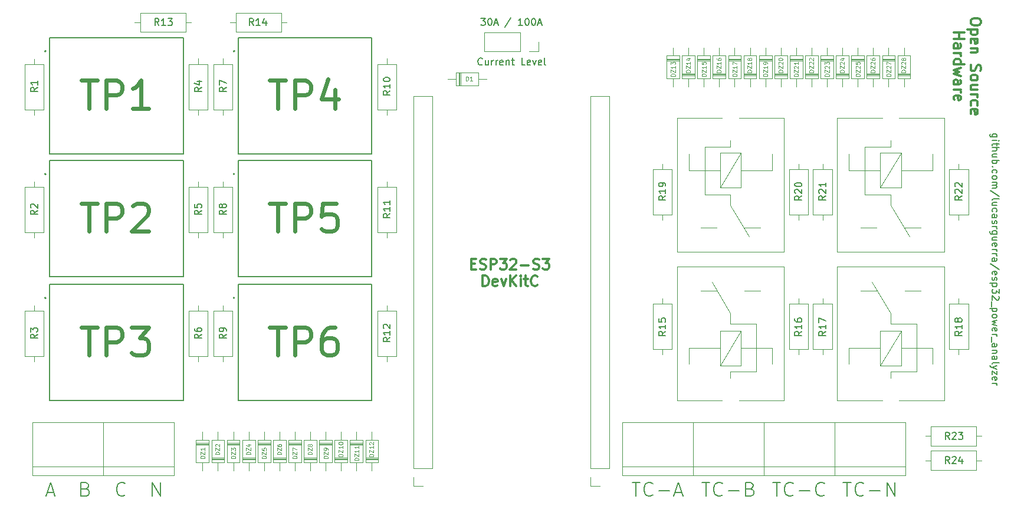
<source format=gbr>
%TF.GenerationSoftware,KiCad,Pcbnew,7.0.10*%
%TF.CreationDate,2024-03-07T23:30:47-03:00*%
%TF.ProjectId,board,626f6172-642e-46b6-9963-61645f706362,rev?*%
%TF.SameCoordinates,Original*%
%TF.FileFunction,Legend,Top*%
%TF.FilePolarity,Positive*%
%FSLAX46Y46*%
G04 Gerber Fmt 4.6, Leading zero omitted, Abs format (unit mm)*
G04 Created by KiCad (PCBNEW 7.0.10) date 2024-03-07 23:30:47*
%MOMM*%
%LPD*%
G01*
G04 APERTURE LIST*
%ADD10C,0.150000*%
%ADD11C,0.300000*%
%ADD12C,0.100000*%
%ADD13C,0.200000*%
%ADD14C,0.600000*%
%ADD15C,0.120000*%
%ADD16C,0.127000*%
G04 APERTURE END LIST*
D10*
X186216847Y-59184187D02*
X185407323Y-59184187D01*
X185407323Y-59184187D02*
X185312085Y-59136568D01*
X185312085Y-59136568D02*
X185264466Y-59088949D01*
X185264466Y-59088949D02*
X185216847Y-58993711D01*
X185216847Y-58993711D02*
X185216847Y-58850854D01*
X185216847Y-58850854D02*
X185264466Y-58755616D01*
X185597800Y-59184187D02*
X185550180Y-59088949D01*
X185550180Y-59088949D02*
X185550180Y-58898473D01*
X185550180Y-58898473D02*
X185597800Y-58803235D01*
X185597800Y-58803235D02*
X185645419Y-58755616D01*
X185645419Y-58755616D02*
X185740657Y-58707997D01*
X185740657Y-58707997D02*
X186026371Y-58707997D01*
X186026371Y-58707997D02*
X186121609Y-58755616D01*
X186121609Y-58755616D02*
X186169228Y-58803235D01*
X186169228Y-58803235D02*
X186216847Y-58898473D01*
X186216847Y-58898473D02*
X186216847Y-59088949D01*
X186216847Y-59088949D02*
X186169228Y-59184187D01*
X185550180Y-59660378D02*
X186216847Y-59660378D01*
X186550180Y-59660378D02*
X186502561Y-59612759D01*
X186502561Y-59612759D02*
X186454942Y-59660378D01*
X186454942Y-59660378D02*
X186502561Y-59707997D01*
X186502561Y-59707997D02*
X186550180Y-59660378D01*
X186550180Y-59660378D02*
X186454942Y-59660378D01*
X186216847Y-59993711D02*
X186216847Y-60374663D01*
X186550180Y-60136568D02*
X185693038Y-60136568D01*
X185693038Y-60136568D02*
X185597800Y-60184187D01*
X185597800Y-60184187D02*
X185550180Y-60279425D01*
X185550180Y-60279425D02*
X185550180Y-60374663D01*
X185550180Y-60707997D02*
X186550180Y-60707997D01*
X185550180Y-61136568D02*
X186073990Y-61136568D01*
X186073990Y-61136568D02*
X186169228Y-61088949D01*
X186169228Y-61088949D02*
X186216847Y-60993711D01*
X186216847Y-60993711D02*
X186216847Y-60850854D01*
X186216847Y-60850854D02*
X186169228Y-60755616D01*
X186169228Y-60755616D02*
X186121609Y-60707997D01*
X186216847Y-62041330D02*
X185550180Y-62041330D01*
X186216847Y-61612759D02*
X185693038Y-61612759D01*
X185693038Y-61612759D02*
X185597800Y-61660378D01*
X185597800Y-61660378D02*
X185550180Y-61755616D01*
X185550180Y-61755616D02*
X185550180Y-61898473D01*
X185550180Y-61898473D02*
X185597800Y-61993711D01*
X185597800Y-61993711D02*
X185645419Y-62041330D01*
X185550180Y-62517521D02*
X186550180Y-62517521D01*
X186169228Y-62517521D02*
X186216847Y-62612759D01*
X186216847Y-62612759D02*
X186216847Y-62803235D01*
X186216847Y-62803235D02*
X186169228Y-62898473D01*
X186169228Y-62898473D02*
X186121609Y-62946092D01*
X186121609Y-62946092D02*
X186026371Y-62993711D01*
X186026371Y-62993711D02*
X185740657Y-62993711D01*
X185740657Y-62993711D02*
X185645419Y-62946092D01*
X185645419Y-62946092D02*
X185597800Y-62898473D01*
X185597800Y-62898473D02*
X185550180Y-62803235D01*
X185550180Y-62803235D02*
X185550180Y-62612759D01*
X185550180Y-62612759D02*
X185597800Y-62517521D01*
X185645419Y-63422283D02*
X185597800Y-63469902D01*
X185597800Y-63469902D02*
X185550180Y-63422283D01*
X185550180Y-63422283D02*
X185597800Y-63374664D01*
X185597800Y-63374664D02*
X185645419Y-63422283D01*
X185645419Y-63422283D02*
X185550180Y-63422283D01*
X185597800Y-64327044D02*
X185550180Y-64231806D01*
X185550180Y-64231806D02*
X185550180Y-64041330D01*
X185550180Y-64041330D02*
X185597800Y-63946092D01*
X185597800Y-63946092D02*
X185645419Y-63898473D01*
X185645419Y-63898473D02*
X185740657Y-63850854D01*
X185740657Y-63850854D02*
X186026371Y-63850854D01*
X186026371Y-63850854D02*
X186121609Y-63898473D01*
X186121609Y-63898473D02*
X186169228Y-63946092D01*
X186169228Y-63946092D02*
X186216847Y-64041330D01*
X186216847Y-64041330D02*
X186216847Y-64231806D01*
X186216847Y-64231806D02*
X186169228Y-64327044D01*
X185550180Y-64898473D02*
X185597800Y-64803235D01*
X185597800Y-64803235D02*
X185645419Y-64755616D01*
X185645419Y-64755616D02*
X185740657Y-64707997D01*
X185740657Y-64707997D02*
X186026371Y-64707997D01*
X186026371Y-64707997D02*
X186121609Y-64755616D01*
X186121609Y-64755616D02*
X186169228Y-64803235D01*
X186169228Y-64803235D02*
X186216847Y-64898473D01*
X186216847Y-64898473D02*
X186216847Y-65041330D01*
X186216847Y-65041330D02*
X186169228Y-65136568D01*
X186169228Y-65136568D02*
X186121609Y-65184187D01*
X186121609Y-65184187D02*
X186026371Y-65231806D01*
X186026371Y-65231806D02*
X185740657Y-65231806D01*
X185740657Y-65231806D02*
X185645419Y-65184187D01*
X185645419Y-65184187D02*
X185597800Y-65136568D01*
X185597800Y-65136568D02*
X185550180Y-65041330D01*
X185550180Y-65041330D02*
X185550180Y-64898473D01*
X185550180Y-65660378D02*
X186216847Y-65660378D01*
X186121609Y-65660378D02*
X186169228Y-65707997D01*
X186169228Y-65707997D02*
X186216847Y-65803235D01*
X186216847Y-65803235D02*
X186216847Y-65946092D01*
X186216847Y-65946092D02*
X186169228Y-66041330D01*
X186169228Y-66041330D02*
X186073990Y-66088949D01*
X186073990Y-66088949D02*
X185550180Y-66088949D01*
X186073990Y-66088949D02*
X186169228Y-66136568D01*
X186169228Y-66136568D02*
X186216847Y-66231806D01*
X186216847Y-66231806D02*
X186216847Y-66374663D01*
X186216847Y-66374663D02*
X186169228Y-66469902D01*
X186169228Y-66469902D02*
X186073990Y-66517521D01*
X186073990Y-66517521D02*
X185550180Y-66517521D01*
X186597800Y-67707996D02*
X185312085Y-66850854D01*
X185550180Y-68184187D02*
X185597800Y-68088949D01*
X185597800Y-68088949D02*
X185693038Y-68041330D01*
X185693038Y-68041330D02*
X186550180Y-68041330D01*
X186216847Y-68993711D02*
X185550180Y-68993711D01*
X186216847Y-68565140D02*
X185693038Y-68565140D01*
X185693038Y-68565140D02*
X185597800Y-68612759D01*
X185597800Y-68612759D02*
X185550180Y-68707997D01*
X185550180Y-68707997D02*
X185550180Y-68850854D01*
X185550180Y-68850854D02*
X185597800Y-68946092D01*
X185597800Y-68946092D02*
X185645419Y-68993711D01*
X185597800Y-69898473D02*
X185550180Y-69803235D01*
X185550180Y-69803235D02*
X185550180Y-69612759D01*
X185550180Y-69612759D02*
X185597800Y-69517521D01*
X185597800Y-69517521D02*
X185645419Y-69469902D01*
X185645419Y-69469902D02*
X185740657Y-69422283D01*
X185740657Y-69422283D02*
X186026371Y-69422283D01*
X186026371Y-69422283D02*
X186121609Y-69469902D01*
X186121609Y-69469902D02*
X186169228Y-69517521D01*
X186169228Y-69517521D02*
X186216847Y-69612759D01*
X186216847Y-69612759D02*
X186216847Y-69803235D01*
X186216847Y-69803235D02*
X186169228Y-69898473D01*
X185550180Y-70755616D02*
X186073990Y-70755616D01*
X186073990Y-70755616D02*
X186169228Y-70707997D01*
X186169228Y-70707997D02*
X186216847Y-70612759D01*
X186216847Y-70612759D02*
X186216847Y-70422283D01*
X186216847Y-70422283D02*
X186169228Y-70327045D01*
X185597800Y-70755616D02*
X185550180Y-70660378D01*
X185550180Y-70660378D02*
X185550180Y-70422283D01*
X185550180Y-70422283D02*
X185597800Y-70327045D01*
X185597800Y-70327045D02*
X185693038Y-70279426D01*
X185693038Y-70279426D02*
X185788276Y-70279426D01*
X185788276Y-70279426D02*
X185883514Y-70327045D01*
X185883514Y-70327045D02*
X185931133Y-70422283D01*
X185931133Y-70422283D02*
X185931133Y-70660378D01*
X185931133Y-70660378D02*
X185978752Y-70755616D01*
X185597800Y-71184188D02*
X185550180Y-71279426D01*
X185550180Y-71279426D02*
X185550180Y-71469902D01*
X185550180Y-71469902D02*
X185597800Y-71565140D01*
X185597800Y-71565140D02*
X185693038Y-71612759D01*
X185693038Y-71612759D02*
X185740657Y-71612759D01*
X185740657Y-71612759D02*
X185835895Y-71565140D01*
X185835895Y-71565140D02*
X185883514Y-71469902D01*
X185883514Y-71469902D02*
X185883514Y-71327045D01*
X185883514Y-71327045D02*
X185931133Y-71231807D01*
X185931133Y-71231807D02*
X186026371Y-71184188D01*
X186026371Y-71184188D02*
X186073990Y-71184188D01*
X186073990Y-71184188D02*
X186169228Y-71231807D01*
X186169228Y-71231807D02*
X186216847Y-71327045D01*
X186216847Y-71327045D02*
X186216847Y-71469902D01*
X186216847Y-71469902D02*
X186169228Y-71565140D01*
X185550180Y-72041331D02*
X186216847Y-72041331D01*
X186026371Y-72041331D02*
X186121609Y-72088950D01*
X186121609Y-72088950D02*
X186169228Y-72136569D01*
X186169228Y-72136569D02*
X186216847Y-72231807D01*
X186216847Y-72231807D02*
X186216847Y-72327045D01*
X186216847Y-73088950D02*
X185407323Y-73088950D01*
X185407323Y-73088950D02*
X185312085Y-73041331D01*
X185312085Y-73041331D02*
X185264466Y-72993712D01*
X185264466Y-72993712D02*
X185216847Y-72898474D01*
X185216847Y-72898474D02*
X185216847Y-72755617D01*
X185216847Y-72755617D02*
X185264466Y-72660379D01*
X185597800Y-73088950D02*
X185550180Y-72993712D01*
X185550180Y-72993712D02*
X185550180Y-72803236D01*
X185550180Y-72803236D02*
X185597800Y-72707998D01*
X185597800Y-72707998D02*
X185645419Y-72660379D01*
X185645419Y-72660379D02*
X185740657Y-72612760D01*
X185740657Y-72612760D02*
X186026371Y-72612760D01*
X186026371Y-72612760D02*
X186121609Y-72660379D01*
X186121609Y-72660379D02*
X186169228Y-72707998D01*
X186169228Y-72707998D02*
X186216847Y-72803236D01*
X186216847Y-72803236D02*
X186216847Y-72993712D01*
X186216847Y-72993712D02*
X186169228Y-73088950D01*
X186216847Y-73993712D02*
X185550180Y-73993712D01*
X186216847Y-73565141D02*
X185693038Y-73565141D01*
X185693038Y-73565141D02*
X185597800Y-73612760D01*
X185597800Y-73612760D02*
X185550180Y-73707998D01*
X185550180Y-73707998D02*
X185550180Y-73850855D01*
X185550180Y-73850855D02*
X185597800Y-73946093D01*
X185597800Y-73946093D02*
X185645419Y-73993712D01*
X185597800Y-74850855D02*
X185550180Y-74755617D01*
X185550180Y-74755617D02*
X185550180Y-74565141D01*
X185550180Y-74565141D02*
X185597800Y-74469903D01*
X185597800Y-74469903D02*
X185693038Y-74422284D01*
X185693038Y-74422284D02*
X186073990Y-74422284D01*
X186073990Y-74422284D02*
X186169228Y-74469903D01*
X186169228Y-74469903D02*
X186216847Y-74565141D01*
X186216847Y-74565141D02*
X186216847Y-74755617D01*
X186216847Y-74755617D02*
X186169228Y-74850855D01*
X186169228Y-74850855D02*
X186073990Y-74898474D01*
X186073990Y-74898474D02*
X185978752Y-74898474D01*
X185978752Y-74898474D02*
X185883514Y-74422284D01*
X185550180Y-75327046D02*
X186216847Y-75327046D01*
X186026371Y-75327046D02*
X186121609Y-75374665D01*
X186121609Y-75374665D02*
X186169228Y-75422284D01*
X186169228Y-75422284D02*
X186216847Y-75517522D01*
X186216847Y-75517522D02*
X186216847Y-75612760D01*
X185550180Y-75946094D02*
X186216847Y-75946094D01*
X186026371Y-75946094D02*
X186121609Y-75993713D01*
X186121609Y-75993713D02*
X186169228Y-76041332D01*
X186169228Y-76041332D02*
X186216847Y-76136570D01*
X186216847Y-76136570D02*
X186216847Y-76231808D01*
X185550180Y-76993713D02*
X186073990Y-76993713D01*
X186073990Y-76993713D02*
X186169228Y-76946094D01*
X186169228Y-76946094D02*
X186216847Y-76850856D01*
X186216847Y-76850856D02*
X186216847Y-76660380D01*
X186216847Y-76660380D02*
X186169228Y-76565142D01*
X185597800Y-76993713D02*
X185550180Y-76898475D01*
X185550180Y-76898475D02*
X185550180Y-76660380D01*
X185550180Y-76660380D02*
X185597800Y-76565142D01*
X185597800Y-76565142D02*
X185693038Y-76517523D01*
X185693038Y-76517523D02*
X185788276Y-76517523D01*
X185788276Y-76517523D02*
X185883514Y-76565142D01*
X185883514Y-76565142D02*
X185931133Y-76660380D01*
X185931133Y-76660380D02*
X185931133Y-76898475D01*
X185931133Y-76898475D02*
X185978752Y-76993713D01*
X186597800Y-78184189D02*
X185312085Y-77327047D01*
X185597800Y-78898475D02*
X185550180Y-78803237D01*
X185550180Y-78803237D02*
X185550180Y-78612761D01*
X185550180Y-78612761D02*
X185597800Y-78517523D01*
X185597800Y-78517523D02*
X185693038Y-78469904D01*
X185693038Y-78469904D02*
X186073990Y-78469904D01*
X186073990Y-78469904D02*
X186169228Y-78517523D01*
X186169228Y-78517523D02*
X186216847Y-78612761D01*
X186216847Y-78612761D02*
X186216847Y-78803237D01*
X186216847Y-78803237D02*
X186169228Y-78898475D01*
X186169228Y-78898475D02*
X186073990Y-78946094D01*
X186073990Y-78946094D02*
X185978752Y-78946094D01*
X185978752Y-78946094D02*
X185883514Y-78469904D01*
X185597800Y-79327047D02*
X185550180Y-79422285D01*
X185550180Y-79422285D02*
X185550180Y-79612761D01*
X185550180Y-79612761D02*
X185597800Y-79707999D01*
X185597800Y-79707999D02*
X185693038Y-79755618D01*
X185693038Y-79755618D02*
X185740657Y-79755618D01*
X185740657Y-79755618D02*
X185835895Y-79707999D01*
X185835895Y-79707999D02*
X185883514Y-79612761D01*
X185883514Y-79612761D02*
X185883514Y-79469904D01*
X185883514Y-79469904D02*
X185931133Y-79374666D01*
X185931133Y-79374666D02*
X186026371Y-79327047D01*
X186026371Y-79327047D02*
X186073990Y-79327047D01*
X186073990Y-79327047D02*
X186169228Y-79374666D01*
X186169228Y-79374666D02*
X186216847Y-79469904D01*
X186216847Y-79469904D02*
X186216847Y-79612761D01*
X186216847Y-79612761D02*
X186169228Y-79707999D01*
X186216847Y-80184190D02*
X185216847Y-80184190D01*
X186169228Y-80184190D02*
X186216847Y-80279428D01*
X186216847Y-80279428D02*
X186216847Y-80469904D01*
X186216847Y-80469904D02*
X186169228Y-80565142D01*
X186169228Y-80565142D02*
X186121609Y-80612761D01*
X186121609Y-80612761D02*
X186026371Y-80660380D01*
X186026371Y-80660380D02*
X185740657Y-80660380D01*
X185740657Y-80660380D02*
X185645419Y-80612761D01*
X185645419Y-80612761D02*
X185597800Y-80565142D01*
X185597800Y-80565142D02*
X185550180Y-80469904D01*
X185550180Y-80469904D02*
X185550180Y-80279428D01*
X185550180Y-80279428D02*
X185597800Y-80184190D01*
X186550180Y-80993714D02*
X186550180Y-81612761D01*
X186550180Y-81612761D02*
X186169228Y-81279428D01*
X186169228Y-81279428D02*
X186169228Y-81422285D01*
X186169228Y-81422285D02*
X186121609Y-81517523D01*
X186121609Y-81517523D02*
X186073990Y-81565142D01*
X186073990Y-81565142D02*
X185978752Y-81612761D01*
X185978752Y-81612761D02*
X185740657Y-81612761D01*
X185740657Y-81612761D02*
X185645419Y-81565142D01*
X185645419Y-81565142D02*
X185597800Y-81517523D01*
X185597800Y-81517523D02*
X185550180Y-81422285D01*
X185550180Y-81422285D02*
X185550180Y-81136571D01*
X185550180Y-81136571D02*
X185597800Y-81041333D01*
X185597800Y-81041333D02*
X185645419Y-80993714D01*
X186454942Y-81993714D02*
X186502561Y-82041333D01*
X186502561Y-82041333D02*
X186550180Y-82136571D01*
X186550180Y-82136571D02*
X186550180Y-82374666D01*
X186550180Y-82374666D02*
X186502561Y-82469904D01*
X186502561Y-82469904D02*
X186454942Y-82517523D01*
X186454942Y-82517523D02*
X186359704Y-82565142D01*
X186359704Y-82565142D02*
X186264466Y-82565142D01*
X186264466Y-82565142D02*
X186121609Y-82517523D01*
X186121609Y-82517523D02*
X185550180Y-81946095D01*
X185550180Y-81946095D02*
X185550180Y-82565142D01*
X185454942Y-82755619D02*
X185454942Y-83517523D01*
X186216847Y-83755619D02*
X185216847Y-83755619D01*
X186169228Y-83755619D02*
X186216847Y-83850857D01*
X186216847Y-83850857D02*
X186216847Y-84041333D01*
X186216847Y-84041333D02*
X186169228Y-84136571D01*
X186169228Y-84136571D02*
X186121609Y-84184190D01*
X186121609Y-84184190D02*
X186026371Y-84231809D01*
X186026371Y-84231809D02*
X185740657Y-84231809D01*
X185740657Y-84231809D02*
X185645419Y-84184190D01*
X185645419Y-84184190D02*
X185597800Y-84136571D01*
X185597800Y-84136571D02*
X185550180Y-84041333D01*
X185550180Y-84041333D02*
X185550180Y-83850857D01*
X185550180Y-83850857D02*
X185597800Y-83755619D01*
X185550180Y-84803238D02*
X185597800Y-84708000D01*
X185597800Y-84708000D02*
X185645419Y-84660381D01*
X185645419Y-84660381D02*
X185740657Y-84612762D01*
X185740657Y-84612762D02*
X186026371Y-84612762D01*
X186026371Y-84612762D02*
X186121609Y-84660381D01*
X186121609Y-84660381D02*
X186169228Y-84708000D01*
X186169228Y-84708000D02*
X186216847Y-84803238D01*
X186216847Y-84803238D02*
X186216847Y-84946095D01*
X186216847Y-84946095D02*
X186169228Y-85041333D01*
X186169228Y-85041333D02*
X186121609Y-85088952D01*
X186121609Y-85088952D02*
X186026371Y-85136571D01*
X186026371Y-85136571D02*
X185740657Y-85136571D01*
X185740657Y-85136571D02*
X185645419Y-85088952D01*
X185645419Y-85088952D02*
X185597800Y-85041333D01*
X185597800Y-85041333D02*
X185550180Y-84946095D01*
X185550180Y-84946095D02*
X185550180Y-84803238D01*
X186216847Y-85469905D02*
X185550180Y-85660381D01*
X185550180Y-85660381D02*
X186026371Y-85850857D01*
X186026371Y-85850857D02*
X185550180Y-86041333D01*
X185550180Y-86041333D02*
X186216847Y-86231809D01*
X185597800Y-86993714D02*
X185550180Y-86898476D01*
X185550180Y-86898476D02*
X185550180Y-86708000D01*
X185550180Y-86708000D02*
X185597800Y-86612762D01*
X185597800Y-86612762D02*
X185693038Y-86565143D01*
X185693038Y-86565143D02*
X186073990Y-86565143D01*
X186073990Y-86565143D02*
X186169228Y-86612762D01*
X186169228Y-86612762D02*
X186216847Y-86708000D01*
X186216847Y-86708000D02*
X186216847Y-86898476D01*
X186216847Y-86898476D02*
X186169228Y-86993714D01*
X186169228Y-86993714D02*
X186073990Y-87041333D01*
X186073990Y-87041333D02*
X185978752Y-87041333D01*
X185978752Y-87041333D02*
X185883514Y-86565143D01*
X185550180Y-87469905D02*
X186216847Y-87469905D01*
X186026371Y-87469905D02*
X186121609Y-87517524D01*
X186121609Y-87517524D02*
X186169228Y-87565143D01*
X186169228Y-87565143D02*
X186216847Y-87660381D01*
X186216847Y-87660381D02*
X186216847Y-87755619D01*
X185454942Y-87850858D02*
X185454942Y-88612762D01*
X185550180Y-89279429D02*
X186073990Y-89279429D01*
X186073990Y-89279429D02*
X186169228Y-89231810D01*
X186169228Y-89231810D02*
X186216847Y-89136572D01*
X186216847Y-89136572D02*
X186216847Y-88946096D01*
X186216847Y-88946096D02*
X186169228Y-88850858D01*
X185597800Y-89279429D02*
X185550180Y-89184191D01*
X185550180Y-89184191D02*
X185550180Y-88946096D01*
X185550180Y-88946096D02*
X185597800Y-88850858D01*
X185597800Y-88850858D02*
X185693038Y-88803239D01*
X185693038Y-88803239D02*
X185788276Y-88803239D01*
X185788276Y-88803239D02*
X185883514Y-88850858D01*
X185883514Y-88850858D02*
X185931133Y-88946096D01*
X185931133Y-88946096D02*
X185931133Y-89184191D01*
X185931133Y-89184191D02*
X185978752Y-89279429D01*
X186216847Y-89755620D02*
X185550180Y-89755620D01*
X186121609Y-89755620D02*
X186169228Y-89803239D01*
X186169228Y-89803239D02*
X186216847Y-89898477D01*
X186216847Y-89898477D02*
X186216847Y-90041334D01*
X186216847Y-90041334D02*
X186169228Y-90136572D01*
X186169228Y-90136572D02*
X186073990Y-90184191D01*
X186073990Y-90184191D02*
X185550180Y-90184191D01*
X185550180Y-91088953D02*
X186073990Y-91088953D01*
X186073990Y-91088953D02*
X186169228Y-91041334D01*
X186169228Y-91041334D02*
X186216847Y-90946096D01*
X186216847Y-90946096D02*
X186216847Y-90755620D01*
X186216847Y-90755620D02*
X186169228Y-90660382D01*
X185597800Y-91088953D02*
X185550180Y-90993715D01*
X185550180Y-90993715D02*
X185550180Y-90755620D01*
X185550180Y-90755620D02*
X185597800Y-90660382D01*
X185597800Y-90660382D02*
X185693038Y-90612763D01*
X185693038Y-90612763D02*
X185788276Y-90612763D01*
X185788276Y-90612763D02*
X185883514Y-90660382D01*
X185883514Y-90660382D02*
X185931133Y-90755620D01*
X185931133Y-90755620D02*
X185931133Y-90993715D01*
X185931133Y-90993715D02*
X185978752Y-91088953D01*
X185550180Y-91708001D02*
X185597800Y-91612763D01*
X185597800Y-91612763D02*
X185693038Y-91565144D01*
X185693038Y-91565144D02*
X186550180Y-91565144D01*
X186216847Y-91993716D02*
X185550180Y-92231811D01*
X186216847Y-92469906D02*
X185550180Y-92231811D01*
X185550180Y-92231811D02*
X185312085Y-92136573D01*
X185312085Y-92136573D02*
X185264466Y-92088954D01*
X185264466Y-92088954D02*
X185216847Y-91993716D01*
X186216847Y-92755621D02*
X186216847Y-93279430D01*
X186216847Y-93279430D02*
X185550180Y-92755621D01*
X185550180Y-92755621D02*
X185550180Y-93279430D01*
X185597800Y-94041335D02*
X185550180Y-93946097D01*
X185550180Y-93946097D02*
X185550180Y-93755621D01*
X185550180Y-93755621D02*
X185597800Y-93660383D01*
X185597800Y-93660383D02*
X185693038Y-93612764D01*
X185693038Y-93612764D02*
X186073990Y-93612764D01*
X186073990Y-93612764D02*
X186169228Y-93660383D01*
X186169228Y-93660383D02*
X186216847Y-93755621D01*
X186216847Y-93755621D02*
X186216847Y-93946097D01*
X186216847Y-93946097D02*
X186169228Y-94041335D01*
X186169228Y-94041335D02*
X186073990Y-94088954D01*
X186073990Y-94088954D02*
X185978752Y-94088954D01*
X185978752Y-94088954D02*
X185883514Y-93612764D01*
X185550180Y-94517526D02*
X186216847Y-94517526D01*
X186026371Y-94517526D02*
X186121609Y-94565145D01*
X186121609Y-94565145D02*
X186169228Y-94612764D01*
X186169228Y-94612764D02*
X186216847Y-94708002D01*
X186216847Y-94708002D02*
X186216847Y-94803240D01*
D11*
X110760572Y-77372114D02*
X111260572Y-77372114D01*
X111474858Y-78157828D02*
X110760572Y-78157828D01*
X110760572Y-78157828D02*
X110760572Y-76657828D01*
X110760572Y-76657828D02*
X111474858Y-76657828D01*
X112046287Y-78086400D02*
X112260573Y-78157828D01*
X112260573Y-78157828D02*
X112617715Y-78157828D01*
X112617715Y-78157828D02*
X112760573Y-78086400D01*
X112760573Y-78086400D02*
X112832001Y-78014971D01*
X112832001Y-78014971D02*
X112903430Y-77872114D01*
X112903430Y-77872114D02*
X112903430Y-77729257D01*
X112903430Y-77729257D02*
X112832001Y-77586400D01*
X112832001Y-77586400D02*
X112760573Y-77514971D01*
X112760573Y-77514971D02*
X112617715Y-77443542D01*
X112617715Y-77443542D02*
X112332001Y-77372114D01*
X112332001Y-77372114D02*
X112189144Y-77300685D01*
X112189144Y-77300685D02*
X112117715Y-77229257D01*
X112117715Y-77229257D02*
X112046287Y-77086400D01*
X112046287Y-77086400D02*
X112046287Y-76943542D01*
X112046287Y-76943542D02*
X112117715Y-76800685D01*
X112117715Y-76800685D02*
X112189144Y-76729257D01*
X112189144Y-76729257D02*
X112332001Y-76657828D01*
X112332001Y-76657828D02*
X112689144Y-76657828D01*
X112689144Y-76657828D02*
X112903430Y-76729257D01*
X113546286Y-78157828D02*
X113546286Y-76657828D01*
X113546286Y-76657828D02*
X114117715Y-76657828D01*
X114117715Y-76657828D02*
X114260572Y-76729257D01*
X114260572Y-76729257D02*
X114332001Y-76800685D01*
X114332001Y-76800685D02*
X114403429Y-76943542D01*
X114403429Y-76943542D02*
X114403429Y-77157828D01*
X114403429Y-77157828D02*
X114332001Y-77300685D01*
X114332001Y-77300685D02*
X114260572Y-77372114D01*
X114260572Y-77372114D02*
X114117715Y-77443542D01*
X114117715Y-77443542D02*
X113546286Y-77443542D01*
X114903429Y-76657828D02*
X115832001Y-76657828D01*
X115832001Y-76657828D02*
X115332001Y-77229257D01*
X115332001Y-77229257D02*
X115546286Y-77229257D01*
X115546286Y-77229257D02*
X115689144Y-77300685D01*
X115689144Y-77300685D02*
X115760572Y-77372114D01*
X115760572Y-77372114D02*
X115832001Y-77514971D01*
X115832001Y-77514971D02*
X115832001Y-77872114D01*
X115832001Y-77872114D02*
X115760572Y-78014971D01*
X115760572Y-78014971D02*
X115689144Y-78086400D01*
X115689144Y-78086400D02*
X115546286Y-78157828D01*
X115546286Y-78157828D02*
X115117715Y-78157828D01*
X115117715Y-78157828D02*
X114974858Y-78086400D01*
X114974858Y-78086400D02*
X114903429Y-78014971D01*
X116403429Y-76800685D02*
X116474857Y-76729257D01*
X116474857Y-76729257D02*
X116617715Y-76657828D01*
X116617715Y-76657828D02*
X116974857Y-76657828D01*
X116974857Y-76657828D02*
X117117715Y-76729257D01*
X117117715Y-76729257D02*
X117189143Y-76800685D01*
X117189143Y-76800685D02*
X117260572Y-76943542D01*
X117260572Y-76943542D02*
X117260572Y-77086400D01*
X117260572Y-77086400D02*
X117189143Y-77300685D01*
X117189143Y-77300685D02*
X116332000Y-78157828D01*
X116332000Y-78157828D02*
X117260572Y-78157828D01*
X117903428Y-77586400D02*
X119046286Y-77586400D01*
X119689143Y-78086400D02*
X119903429Y-78157828D01*
X119903429Y-78157828D02*
X120260571Y-78157828D01*
X120260571Y-78157828D02*
X120403429Y-78086400D01*
X120403429Y-78086400D02*
X120474857Y-78014971D01*
X120474857Y-78014971D02*
X120546286Y-77872114D01*
X120546286Y-77872114D02*
X120546286Y-77729257D01*
X120546286Y-77729257D02*
X120474857Y-77586400D01*
X120474857Y-77586400D02*
X120403429Y-77514971D01*
X120403429Y-77514971D02*
X120260571Y-77443542D01*
X120260571Y-77443542D02*
X119974857Y-77372114D01*
X119974857Y-77372114D02*
X119832000Y-77300685D01*
X119832000Y-77300685D02*
X119760571Y-77229257D01*
X119760571Y-77229257D02*
X119689143Y-77086400D01*
X119689143Y-77086400D02*
X119689143Y-76943542D01*
X119689143Y-76943542D02*
X119760571Y-76800685D01*
X119760571Y-76800685D02*
X119832000Y-76729257D01*
X119832000Y-76729257D02*
X119974857Y-76657828D01*
X119974857Y-76657828D02*
X120332000Y-76657828D01*
X120332000Y-76657828D02*
X120546286Y-76729257D01*
X121046285Y-76657828D02*
X121974857Y-76657828D01*
X121974857Y-76657828D02*
X121474857Y-77229257D01*
X121474857Y-77229257D02*
X121689142Y-77229257D01*
X121689142Y-77229257D02*
X121832000Y-77300685D01*
X121832000Y-77300685D02*
X121903428Y-77372114D01*
X121903428Y-77372114D02*
X121974857Y-77514971D01*
X121974857Y-77514971D02*
X121974857Y-77872114D01*
X121974857Y-77872114D02*
X121903428Y-78014971D01*
X121903428Y-78014971D02*
X121832000Y-78086400D01*
X121832000Y-78086400D02*
X121689142Y-78157828D01*
X121689142Y-78157828D02*
X121260571Y-78157828D01*
X121260571Y-78157828D02*
X121117714Y-78086400D01*
X121117714Y-78086400D02*
X121046285Y-78014971D01*
X112439142Y-80572828D02*
X112439142Y-79072828D01*
X112439142Y-79072828D02*
X112796285Y-79072828D01*
X112796285Y-79072828D02*
X113010571Y-79144257D01*
X113010571Y-79144257D02*
X113153428Y-79287114D01*
X113153428Y-79287114D02*
X113224857Y-79429971D01*
X113224857Y-79429971D02*
X113296285Y-79715685D01*
X113296285Y-79715685D02*
X113296285Y-79929971D01*
X113296285Y-79929971D02*
X113224857Y-80215685D01*
X113224857Y-80215685D02*
X113153428Y-80358542D01*
X113153428Y-80358542D02*
X113010571Y-80501400D01*
X113010571Y-80501400D02*
X112796285Y-80572828D01*
X112796285Y-80572828D02*
X112439142Y-80572828D01*
X114510571Y-80501400D02*
X114367714Y-80572828D01*
X114367714Y-80572828D02*
X114082000Y-80572828D01*
X114082000Y-80572828D02*
X113939142Y-80501400D01*
X113939142Y-80501400D02*
X113867714Y-80358542D01*
X113867714Y-80358542D02*
X113867714Y-79787114D01*
X113867714Y-79787114D02*
X113939142Y-79644257D01*
X113939142Y-79644257D02*
X114082000Y-79572828D01*
X114082000Y-79572828D02*
X114367714Y-79572828D01*
X114367714Y-79572828D02*
X114510571Y-79644257D01*
X114510571Y-79644257D02*
X114582000Y-79787114D01*
X114582000Y-79787114D02*
X114582000Y-79929971D01*
X114582000Y-79929971D02*
X113867714Y-80072828D01*
X115081999Y-79572828D02*
X115439142Y-80572828D01*
X115439142Y-80572828D02*
X115796285Y-79572828D01*
X116367713Y-80572828D02*
X116367713Y-79072828D01*
X117224856Y-80572828D02*
X116581999Y-79715685D01*
X117224856Y-79072828D02*
X116367713Y-79929971D01*
X117867713Y-80572828D02*
X117867713Y-79572828D01*
X117867713Y-79072828D02*
X117796285Y-79144257D01*
X117796285Y-79144257D02*
X117867713Y-79215685D01*
X117867713Y-79215685D02*
X117939142Y-79144257D01*
X117939142Y-79144257D02*
X117867713Y-79072828D01*
X117867713Y-79072828D02*
X117867713Y-79215685D01*
X118367714Y-79572828D02*
X118939142Y-79572828D01*
X118581999Y-79072828D02*
X118581999Y-80358542D01*
X118581999Y-80358542D02*
X118653428Y-80501400D01*
X118653428Y-80501400D02*
X118796285Y-80572828D01*
X118796285Y-80572828D02*
X118939142Y-80572828D01*
X120296285Y-80429971D02*
X120224857Y-80501400D01*
X120224857Y-80501400D02*
X120010571Y-80572828D01*
X120010571Y-80572828D02*
X119867714Y-80572828D01*
X119867714Y-80572828D02*
X119653428Y-80501400D01*
X119653428Y-80501400D02*
X119510571Y-80358542D01*
X119510571Y-80358542D02*
X119439142Y-80215685D01*
X119439142Y-80215685D02*
X119367714Y-79929971D01*
X119367714Y-79929971D02*
X119367714Y-79715685D01*
X119367714Y-79715685D02*
X119439142Y-79429971D01*
X119439142Y-79429971D02*
X119510571Y-79287114D01*
X119510571Y-79287114D02*
X119653428Y-79144257D01*
X119653428Y-79144257D02*
X119867714Y-79072828D01*
X119867714Y-79072828D02*
X120010571Y-79072828D01*
X120010571Y-79072828D02*
X120224857Y-79144257D01*
X120224857Y-79144257D02*
X120296285Y-79215685D01*
X183971571Y-42486286D02*
X183971571Y-42772000D01*
X183971571Y-42772000D02*
X183900142Y-42914857D01*
X183900142Y-42914857D02*
X183757285Y-43057714D01*
X183757285Y-43057714D02*
X183471571Y-43129143D01*
X183471571Y-43129143D02*
X182971571Y-43129143D01*
X182971571Y-43129143D02*
X182685857Y-43057714D01*
X182685857Y-43057714D02*
X182543000Y-42914857D01*
X182543000Y-42914857D02*
X182471571Y-42772000D01*
X182471571Y-42772000D02*
X182471571Y-42486286D01*
X182471571Y-42486286D02*
X182543000Y-42343429D01*
X182543000Y-42343429D02*
X182685857Y-42200571D01*
X182685857Y-42200571D02*
X182971571Y-42129143D01*
X182971571Y-42129143D02*
X183471571Y-42129143D01*
X183471571Y-42129143D02*
X183757285Y-42200571D01*
X183757285Y-42200571D02*
X183900142Y-42343429D01*
X183900142Y-42343429D02*
X183971571Y-42486286D01*
X183471571Y-43772000D02*
X181971571Y-43772000D01*
X183400142Y-43772000D02*
X183471571Y-43914858D01*
X183471571Y-43914858D02*
X183471571Y-44200572D01*
X183471571Y-44200572D02*
X183400142Y-44343429D01*
X183400142Y-44343429D02*
X183328714Y-44414858D01*
X183328714Y-44414858D02*
X183185857Y-44486286D01*
X183185857Y-44486286D02*
X182757285Y-44486286D01*
X182757285Y-44486286D02*
X182614428Y-44414858D01*
X182614428Y-44414858D02*
X182543000Y-44343429D01*
X182543000Y-44343429D02*
X182471571Y-44200572D01*
X182471571Y-44200572D02*
X182471571Y-43914858D01*
X182471571Y-43914858D02*
X182543000Y-43772000D01*
X182543000Y-45700572D02*
X182471571Y-45557715D01*
X182471571Y-45557715D02*
X182471571Y-45272001D01*
X182471571Y-45272001D02*
X182543000Y-45129143D01*
X182543000Y-45129143D02*
X182685857Y-45057715D01*
X182685857Y-45057715D02*
X183257285Y-45057715D01*
X183257285Y-45057715D02*
X183400142Y-45129143D01*
X183400142Y-45129143D02*
X183471571Y-45272001D01*
X183471571Y-45272001D02*
X183471571Y-45557715D01*
X183471571Y-45557715D02*
X183400142Y-45700572D01*
X183400142Y-45700572D02*
X183257285Y-45772001D01*
X183257285Y-45772001D02*
X183114428Y-45772001D01*
X183114428Y-45772001D02*
X182971571Y-45057715D01*
X183471571Y-46414857D02*
X182471571Y-46414857D01*
X183328714Y-46414857D02*
X183400142Y-46486286D01*
X183400142Y-46486286D02*
X183471571Y-46629143D01*
X183471571Y-46629143D02*
X183471571Y-46843429D01*
X183471571Y-46843429D02*
X183400142Y-46986286D01*
X183400142Y-46986286D02*
X183257285Y-47057715D01*
X183257285Y-47057715D02*
X182471571Y-47057715D01*
X182543000Y-48843429D02*
X182471571Y-49057715D01*
X182471571Y-49057715D02*
X182471571Y-49414857D01*
X182471571Y-49414857D02*
X182543000Y-49557715D01*
X182543000Y-49557715D02*
X182614428Y-49629143D01*
X182614428Y-49629143D02*
X182757285Y-49700572D01*
X182757285Y-49700572D02*
X182900142Y-49700572D01*
X182900142Y-49700572D02*
X183043000Y-49629143D01*
X183043000Y-49629143D02*
X183114428Y-49557715D01*
X183114428Y-49557715D02*
X183185857Y-49414857D01*
X183185857Y-49414857D02*
X183257285Y-49129143D01*
X183257285Y-49129143D02*
X183328714Y-48986286D01*
X183328714Y-48986286D02*
X183400142Y-48914857D01*
X183400142Y-48914857D02*
X183543000Y-48843429D01*
X183543000Y-48843429D02*
X183685857Y-48843429D01*
X183685857Y-48843429D02*
X183828714Y-48914857D01*
X183828714Y-48914857D02*
X183900142Y-48986286D01*
X183900142Y-48986286D02*
X183971571Y-49129143D01*
X183971571Y-49129143D02*
X183971571Y-49486286D01*
X183971571Y-49486286D02*
X183900142Y-49700572D01*
X182471571Y-50557714D02*
X182543000Y-50414857D01*
X182543000Y-50414857D02*
X182614428Y-50343428D01*
X182614428Y-50343428D02*
X182757285Y-50272000D01*
X182757285Y-50272000D02*
X183185857Y-50272000D01*
X183185857Y-50272000D02*
X183328714Y-50343428D01*
X183328714Y-50343428D02*
X183400142Y-50414857D01*
X183400142Y-50414857D02*
X183471571Y-50557714D01*
X183471571Y-50557714D02*
X183471571Y-50772000D01*
X183471571Y-50772000D02*
X183400142Y-50914857D01*
X183400142Y-50914857D02*
X183328714Y-50986286D01*
X183328714Y-50986286D02*
X183185857Y-51057714D01*
X183185857Y-51057714D02*
X182757285Y-51057714D01*
X182757285Y-51057714D02*
X182614428Y-50986286D01*
X182614428Y-50986286D02*
X182543000Y-50914857D01*
X182543000Y-50914857D02*
X182471571Y-50772000D01*
X182471571Y-50772000D02*
X182471571Y-50557714D01*
X183471571Y-52343429D02*
X182471571Y-52343429D01*
X183471571Y-51700571D02*
X182685857Y-51700571D01*
X182685857Y-51700571D02*
X182543000Y-51772000D01*
X182543000Y-51772000D02*
X182471571Y-51914857D01*
X182471571Y-51914857D02*
X182471571Y-52129143D01*
X182471571Y-52129143D02*
X182543000Y-52272000D01*
X182543000Y-52272000D02*
X182614428Y-52343429D01*
X182471571Y-53057714D02*
X183471571Y-53057714D01*
X183185857Y-53057714D02*
X183328714Y-53129143D01*
X183328714Y-53129143D02*
X183400142Y-53200572D01*
X183400142Y-53200572D02*
X183471571Y-53343429D01*
X183471571Y-53343429D02*
X183471571Y-53486286D01*
X182543000Y-54629143D02*
X182471571Y-54486285D01*
X182471571Y-54486285D02*
X182471571Y-54200571D01*
X182471571Y-54200571D02*
X182543000Y-54057714D01*
X182543000Y-54057714D02*
X182614428Y-53986285D01*
X182614428Y-53986285D02*
X182757285Y-53914857D01*
X182757285Y-53914857D02*
X183185857Y-53914857D01*
X183185857Y-53914857D02*
X183328714Y-53986285D01*
X183328714Y-53986285D02*
X183400142Y-54057714D01*
X183400142Y-54057714D02*
X183471571Y-54200571D01*
X183471571Y-54200571D02*
X183471571Y-54486285D01*
X183471571Y-54486285D02*
X183400142Y-54629143D01*
X182543000Y-55843428D02*
X182471571Y-55700571D01*
X182471571Y-55700571D02*
X182471571Y-55414857D01*
X182471571Y-55414857D02*
X182543000Y-55271999D01*
X182543000Y-55271999D02*
X182685857Y-55200571D01*
X182685857Y-55200571D02*
X183257285Y-55200571D01*
X183257285Y-55200571D02*
X183400142Y-55271999D01*
X183400142Y-55271999D02*
X183471571Y-55414857D01*
X183471571Y-55414857D02*
X183471571Y-55700571D01*
X183471571Y-55700571D02*
X183400142Y-55843428D01*
X183400142Y-55843428D02*
X183257285Y-55914857D01*
X183257285Y-55914857D02*
X183114428Y-55914857D01*
X183114428Y-55914857D02*
X182971571Y-55200571D01*
X180056571Y-44200571D02*
X181556571Y-44200571D01*
X180842285Y-44200571D02*
X180842285Y-45057714D01*
X180056571Y-45057714D02*
X181556571Y-45057714D01*
X180056571Y-46414858D02*
X180842285Y-46414858D01*
X180842285Y-46414858D02*
X180985142Y-46343429D01*
X180985142Y-46343429D02*
X181056571Y-46200572D01*
X181056571Y-46200572D02*
X181056571Y-45914858D01*
X181056571Y-45914858D02*
X180985142Y-45772000D01*
X180128000Y-46414858D02*
X180056571Y-46272000D01*
X180056571Y-46272000D02*
X180056571Y-45914858D01*
X180056571Y-45914858D02*
X180128000Y-45772000D01*
X180128000Y-45772000D02*
X180270857Y-45700572D01*
X180270857Y-45700572D02*
X180413714Y-45700572D01*
X180413714Y-45700572D02*
X180556571Y-45772000D01*
X180556571Y-45772000D02*
X180628000Y-45914858D01*
X180628000Y-45914858D02*
X180628000Y-46272000D01*
X180628000Y-46272000D02*
X180699428Y-46414858D01*
X180056571Y-47129143D02*
X181056571Y-47129143D01*
X180770857Y-47129143D02*
X180913714Y-47200572D01*
X180913714Y-47200572D02*
X180985142Y-47272001D01*
X180985142Y-47272001D02*
X181056571Y-47414858D01*
X181056571Y-47414858D02*
X181056571Y-47557715D01*
X180056571Y-48700572D02*
X181556571Y-48700572D01*
X180128000Y-48700572D02*
X180056571Y-48557714D01*
X180056571Y-48557714D02*
X180056571Y-48272000D01*
X180056571Y-48272000D02*
X180128000Y-48129143D01*
X180128000Y-48129143D02*
X180199428Y-48057714D01*
X180199428Y-48057714D02*
X180342285Y-47986286D01*
X180342285Y-47986286D02*
X180770857Y-47986286D01*
X180770857Y-47986286D02*
X180913714Y-48057714D01*
X180913714Y-48057714D02*
X180985142Y-48129143D01*
X180985142Y-48129143D02*
X181056571Y-48272000D01*
X181056571Y-48272000D02*
X181056571Y-48557714D01*
X181056571Y-48557714D02*
X180985142Y-48700572D01*
X181056571Y-49272000D02*
X180056571Y-49557715D01*
X180056571Y-49557715D02*
X180770857Y-49843429D01*
X180770857Y-49843429D02*
X180056571Y-50129143D01*
X180056571Y-50129143D02*
X181056571Y-50414857D01*
X180056571Y-51629144D02*
X180842285Y-51629144D01*
X180842285Y-51629144D02*
X180985142Y-51557715D01*
X180985142Y-51557715D02*
X181056571Y-51414858D01*
X181056571Y-51414858D02*
X181056571Y-51129144D01*
X181056571Y-51129144D02*
X180985142Y-50986286D01*
X180128000Y-51629144D02*
X180056571Y-51486286D01*
X180056571Y-51486286D02*
X180056571Y-51129144D01*
X180056571Y-51129144D02*
X180128000Y-50986286D01*
X180128000Y-50986286D02*
X180270857Y-50914858D01*
X180270857Y-50914858D02*
X180413714Y-50914858D01*
X180413714Y-50914858D02*
X180556571Y-50986286D01*
X180556571Y-50986286D02*
X180628000Y-51129144D01*
X180628000Y-51129144D02*
X180628000Y-51486286D01*
X180628000Y-51486286D02*
X180699428Y-51629144D01*
X180056571Y-52343429D02*
X181056571Y-52343429D01*
X180770857Y-52343429D02*
X180913714Y-52414858D01*
X180913714Y-52414858D02*
X180985142Y-52486287D01*
X180985142Y-52486287D02*
X181056571Y-52629144D01*
X181056571Y-52629144D02*
X181056571Y-52772001D01*
X180128000Y-53843429D02*
X180056571Y-53700572D01*
X180056571Y-53700572D02*
X180056571Y-53414858D01*
X180056571Y-53414858D02*
X180128000Y-53272000D01*
X180128000Y-53272000D02*
X180270857Y-53200572D01*
X180270857Y-53200572D02*
X180842285Y-53200572D01*
X180842285Y-53200572D02*
X180985142Y-53272000D01*
X180985142Y-53272000D02*
X181056571Y-53414858D01*
X181056571Y-53414858D02*
X181056571Y-53700572D01*
X181056571Y-53700572D02*
X180985142Y-53843429D01*
X180985142Y-53843429D02*
X180842285Y-53914858D01*
X180842285Y-53914858D02*
X180699428Y-53914858D01*
X180699428Y-53914858D02*
X180556571Y-53200572D01*
D10*
X138686819Y-87074057D02*
X138210628Y-87407390D01*
X138686819Y-87645485D02*
X137686819Y-87645485D01*
X137686819Y-87645485D02*
X137686819Y-87264533D01*
X137686819Y-87264533D02*
X137734438Y-87169295D01*
X137734438Y-87169295D02*
X137782057Y-87121676D01*
X137782057Y-87121676D02*
X137877295Y-87074057D01*
X137877295Y-87074057D02*
X138020152Y-87074057D01*
X138020152Y-87074057D02*
X138115390Y-87121676D01*
X138115390Y-87121676D02*
X138163009Y-87169295D01*
X138163009Y-87169295D02*
X138210628Y-87264533D01*
X138210628Y-87264533D02*
X138210628Y-87645485D01*
X138686819Y-86121676D02*
X138686819Y-86693104D01*
X138686819Y-86407390D02*
X137686819Y-86407390D01*
X137686819Y-86407390D02*
X137829676Y-86502628D01*
X137829676Y-86502628D02*
X137924914Y-86597866D01*
X137924914Y-86597866D02*
X137972533Y-86693104D01*
X137686819Y-85216914D02*
X137686819Y-85693104D01*
X137686819Y-85693104D02*
X138163009Y-85740723D01*
X138163009Y-85740723D02*
X138115390Y-85693104D01*
X138115390Y-85693104D02*
X138067771Y-85597866D01*
X138067771Y-85597866D02*
X138067771Y-85359771D01*
X138067771Y-85359771D02*
X138115390Y-85264533D01*
X138115390Y-85264533D02*
X138163009Y-85216914D01*
X138163009Y-85216914D02*
X138258247Y-85169295D01*
X138258247Y-85169295D02*
X138496342Y-85169295D01*
X138496342Y-85169295D02*
X138591580Y-85216914D01*
X138591580Y-85216914D02*
X138639200Y-85264533D01*
X138639200Y-85264533D02*
X138686819Y-85359771D01*
X138686819Y-85359771D02*
X138686819Y-85597866D01*
X138686819Y-85597866D02*
X138639200Y-85693104D01*
X138639200Y-85693104D02*
X138591580Y-85740723D01*
D12*
X85768772Y-105290372D02*
X85168772Y-105290372D01*
X85168772Y-105290372D02*
X85168772Y-105147515D01*
X85168772Y-105147515D02*
X85197343Y-105061801D01*
X85197343Y-105061801D02*
X85254486Y-105004658D01*
X85254486Y-105004658D02*
X85311629Y-104976087D01*
X85311629Y-104976087D02*
X85425915Y-104947515D01*
X85425915Y-104947515D02*
X85511629Y-104947515D01*
X85511629Y-104947515D02*
X85625915Y-104976087D01*
X85625915Y-104976087D02*
X85683058Y-105004658D01*
X85683058Y-105004658D02*
X85740201Y-105061801D01*
X85740201Y-105061801D02*
X85768772Y-105147515D01*
X85768772Y-105147515D02*
X85768772Y-105290372D01*
X85168772Y-104747515D02*
X85168772Y-104347515D01*
X85168772Y-104347515D02*
X85768772Y-104747515D01*
X85768772Y-104747515D02*
X85768772Y-104347515D01*
X85168772Y-104176086D02*
X85168772Y-103776086D01*
X85168772Y-103776086D02*
X85768772Y-104033229D01*
X148887771Y-50437685D02*
X148287771Y-50437685D01*
X148287771Y-50437685D02*
X148287771Y-50294828D01*
X148287771Y-50294828D02*
X148316342Y-50209114D01*
X148316342Y-50209114D02*
X148373485Y-50151971D01*
X148373485Y-50151971D02*
X148430628Y-50123400D01*
X148430628Y-50123400D02*
X148544914Y-50094828D01*
X148544914Y-50094828D02*
X148630628Y-50094828D01*
X148630628Y-50094828D02*
X148744914Y-50123400D01*
X148744914Y-50123400D02*
X148802057Y-50151971D01*
X148802057Y-50151971D02*
X148859200Y-50209114D01*
X148859200Y-50209114D02*
X148887771Y-50294828D01*
X148887771Y-50294828D02*
X148887771Y-50437685D01*
X148287771Y-49894828D02*
X148287771Y-49494828D01*
X148287771Y-49494828D02*
X148887771Y-49894828D01*
X148887771Y-49894828D02*
X148887771Y-49494828D01*
X148887771Y-48951971D02*
X148887771Y-49294828D01*
X148887771Y-49123399D02*
X148287771Y-49123399D01*
X148287771Y-49123399D02*
X148373485Y-49180542D01*
X148373485Y-49180542D02*
X148430628Y-49237685D01*
X148430628Y-49237685D02*
X148459200Y-49294828D01*
X148287771Y-48751970D02*
X148287771Y-48351970D01*
X148287771Y-48351970D02*
X148887771Y-48609113D01*
X81349172Y-105290372D02*
X80749172Y-105290372D01*
X80749172Y-105290372D02*
X80749172Y-105147515D01*
X80749172Y-105147515D02*
X80777743Y-105061801D01*
X80777743Y-105061801D02*
X80834886Y-105004658D01*
X80834886Y-105004658D02*
X80892029Y-104976087D01*
X80892029Y-104976087D02*
X81006315Y-104947515D01*
X81006315Y-104947515D02*
X81092029Y-104947515D01*
X81092029Y-104947515D02*
X81206315Y-104976087D01*
X81206315Y-104976087D02*
X81263458Y-105004658D01*
X81263458Y-105004658D02*
X81320601Y-105061801D01*
X81320601Y-105061801D02*
X81349172Y-105147515D01*
X81349172Y-105147515D02*
X81349172Y-105290372D01*
X80749172Y-104747515D02*
X80749172Y-104347515D01*
X80749172Y-104347515D02*
X81349172Y-104747515D01*
X81349172Y-104747515D02*
X81349172Y-104347515D01*
X80749172Y-103833229D02*
X80749172Y-104118943D01*
X80749172Y-104118943D02*
X81034886Y-104147515D01*
X81034886Y-104147515D02*
X81006315Y-104118943D01*
X81006315Y-104118943D02*
X80977743Y-104061801D01*
X80977743Y-104061801D02*
X80977743Y-103918943D01*
X80977743Y-103918943D02*
X81006315Y-103861801D01*
X81006315Y-103861801D02*
X81034886Y-103833229D01*
X81034886Y-103833229D02*
X81092029Y-103804658D01*
X81092029Y-103804658D02*
X81234886Y-103804658D01*
X81234886Y-103804658D02*
X81292029Y-103833229D01*
X81292029Y-103833229D02*
X81320601Y-103861801D01*
X81320601Y-103861801D02*
X81349172Y-103918943D01*
X81349172Y-103918943D02*
X81349172Y-104061801D01*
X81349172Y-104061801D02*
X81320601Y-104118943D01*
X81320601Y-104118943D02*
X81292029Y-104147515D01*
D10*
X179420742Y-102562819D02*
X179087409Y-102086628D01*
X178849314Y-102562819D02*
X178849314Y-101562819D01*
X178849314Y-101562819D02*
X179230266Y-101562819D01*
X179230266Y-101562819D02*
X179325504Y-101610438D01*
X179325504Y-101610438D02*
X179373123Y-101658057D01*
X179373123Y-101658057D02*
X179420742Y-101753295D01*
X179420742Y-101753295D02*
X179420742Y-101896152D01*
X179420742Y-101896152D02*
X179373123Y-101991390D01*
X179373123Y-101991390D02*
X179325504Y-102039009D01*
X179325504Y-102039009D02*
X179230266Y-102086628D01*
X179230266Y-102086628D02*
X178849314Y-102086628D01*
X179801695Y-101658057D02*
X179849314Y-101610438D01*
X179849314Y-101610438D02*
X179944552Y-101562819D01*
X179944552Y-101562819D02*
X180182647Y-101562819D01*
X180182647Y-101562819D02*
X180277885Y-101610438D01*
X180277885Y-101610438D02*
X180325504Y-101658057D01*
X180325504Y-101658057D02*
X180373123Y-101753295D01*
X180373123Y-101753295D02*
X180373123Y-101848533D01*
X180373123Y-101848533D02*
X180325504Y-101991390D01*
X180325504Y-101991390D02*
X179754076Y-102562819D01*
X179754076Y-102562819D02*
X180373123Y-102562819D01*
X180706457Y-101562819D02*
X181325504Y-101562819D01*
X181325504Y-101562819D02*
X180992171Y-101943771D01*
X180992171Y-101943771D02*
X181135028Y-101943771D01*
X181135028Y-101943771D02*
X181230266Y-101991390D01*
X181230266Y-101991390D02*
X181277885Y-102039009D01*
X181277885Y-102039009D02*
X181325504Y-102134247D01*
X181325504Y-102134247D02*
X181325504Y-102372342D01*
X181325504Y-102372342D02*
X181277885Y-102467580D01*
X181277885Y-102467580D02*
X181230266Y-102515200D01*
X181230266Y-102515200D02*
X181135028Y-102562819D01*
X181135028Y-102562819D02*
X180849314Y-102562819D01*
X180849314Y-102562819D02*
X180754076Y-102515200D01*
X180754076Y-102515200D02*
X180706457Y-102467580D01*
D12*
X72509972Y-105290372D02*
X71909972Y-105290372D01*
X71909972Y-105290372D02*
X71909972Y-105147515D01*
X71909972Y-105147515D02*
X71938543Y-105061801D01*
X71938543Y-105061801D02*
X71995686Y-105004658D01*
X71995686Y-105004658D02*
X72052829Y-104976087D01*
X72052829Y-104976087D02*
X72167115Y-104947515D01*
X72167115Y-104947515D02*
X72252829Y-104947515D01*
X72252829Y-104947515D02*
X72367115Y-104976087D01*
X72367115Y-104976087D02*
X72424258Y-105004658D01*
X72424258Y-105004658D02*
X72481401Y-105061801D01*
X72481401Y-105061801D02*
X72509972Y-105147515D01*
X72509972Y-105147515D02*
X72509972Y-105290372D01*
X71909972Y-104747515D02*
X71909972Y-104347515D01*
X71909972Y-104347515D02*
X72509972Y-104747515D01*
X72509972Y-104747515D02*
X72509972Y-104347515D01*
X72509972Y-103804658D02*
X72509972Y-104147515D01*
X72509972Y-103976086D02*
X71909972Y-103976086D01*
X71909972Y-103976086D02*
X71995686Y-104033229D01*
X71995686Y-104033229D02*
X72052829Y-104090372D01*
X72052829Y-104090372D02*
X72081401Y-104147515D01*
D13*
X49908199Y-110160309D02*
X50860580Y-110160309D01*
X49717723Y-110731738D02*
X50384389Y-108731738D01*
X50384389Y-108731738D02*
X51051056Y-110731738D01*
X55432010Y-109684119D02*
X55717724Y-109779357D01*
X55717724Y-109779357D02*
X55812962Y-109874595D01*
X55812962Y-109874595D02*
X55908200Y-110065071D01*
X55908200Y-110065071D02*
X55908200Y-110350785D01*
X55908200Y-110350785D02*
X55812962Y-110541261D01*
X55812962Y-110541261D02*
X55717724Y-110636500D01*
X55717724Y-110636500D02*
X55527248Y-110731738D01*
X55527248Y-110731738D02*
X54765343Y-110731738D01*
X54765343Y-110731738D02*
X54765343Y-108731738D01*
X54765343Y-108731738D02*
X55432010Y-108731738D01*
X55432010Y-108731738D02*
X55622486Y-108826976D01*
X55622486Y-108826976D02*
X55717724Y-108922214D01*
X55717724Y-108922214D02*
X55812962Y-109112690D01*
X55812962Y-109112690D02*
X55812962Y-109303166D01*
X55812962Y-109303166D02*
X55717724Y-109493642D01*
X55717724Y-109493642D02*
X55622486Y-109588880D01*
X55622486Y-109588880D02*
X55432010Y-109684119D01*
X55432010Y-109684119D02*
X54765343Y-109684119D01*
D10*
X161673819Y-67627657D02*
X161197628Y-67960990D01*
X161673819Y-68199085D02*
X160673819Y-68199085D01*
X160673819Y-68199085D02*
X160673819Y-67818133D01*
X160673819Y-67818133D02*
X160721438Y-67722895D01*
X160721438Y-67722895D02*
X160769057Y-67675276D01*
X160769057Y-67675276D02*
X160864295Y-67627657D01*
X160864295Y-67627657D02*
X161007152Y-67627657D01*
X161007152Y-67627657D02*
X161102390Y-67675276D01*
X161102390Y-67675276D02*
X161150009Y-67722895D01*
X161150009Y-67722895D02*
X161197628Y-67818133D01*
X161197628Y-67818133D02*
X161197628Y-68199085D01*
X160769057Y-67246704D02*
X160721438Y-67199085D01*
X160721438Y-67199085D02*
X160673819Y-67103847D01*
X160673819Y-67103847D02*
X160673819Y-66865752D01*
X160673819Y-66865752D02*
X160721438Y-66770514D01*
X160721438Y-66770514D02*
X160769057Y-66722895D01*
X160769057Y-66722895D02*
X160864295Y-66675276D01*
X160864295Y-66675276D02*
X160959533Y-66675276D01*
X160959533Y-66675276D02*
X161102390Y-66722895D01*
X161102390Y-66722895D02*
X161673819Y-67294323D01*
X161673819Y-67294323D02*
X161673819Y-66675276D01*
X161673819Y-65722895D02*
X161673819Y-66294323D01*
X161673819Y-66008609D02*
X160673819Y-66008609D01*
X160673819Y-66008609D02*
X160816676Y-66103847D01*
X160816676Y-66103847D02*
X160911914Y-66199085D01*
X160911914Y-66199085D02*
X160959533Y-66294323D01*
X161673819Y-87074057D02*
X161197628Y-87407390D01*
X161673819Y-87645485D02*
X160673819Y-87645485D01*
X160673819Y-87645485D02*
X160673819Y-87264533D01*
X160673819Y-87264533D02*
X160721438Y-87169295D01*
X160721438Y-87169295D02*
X160769057Y-87121676D01*
X160769057Y-87121676D02*
X160864295Y-87074057D01*
X160864295Y-87074057D02*
X161007152Y-87074057D01*
X161007152Y-87074057D02*
X161102390Y-87121676D01*
X161102390Y-87121676D02*
X161150009Y-87169295D01*
X161150009Y-87169295D02*
X161197628Y-87264533D01*
X161197628Y-87264533D02*
X161197628Y-87645485D01*
X161673819Y-86121676D02*
X161673819Y-86693104D01*
X161673819Y-86407390D02*
X160673819Y-86407390D01*
X160673819Y-86407390D02*
X160816676Y-86502628D01*
X160816676Y-86502628D02*
X160911914Y-86597866D01*
X160911914Y-86597866D02*
X160959533Y-86693104D01*
X160673819Y-85788342D02*
X160673819Y-85121676D01*
X160673819Y-85121676D02*
X161673819Y-85550247D01*
D12*
X157726971Y-50437685D02*
X157126971Y-50437685D01*
X157126971Y-50437685D02*
X157126971Y-50294828D01*
X157126971Y-50294828D02*
X157155542Y-50209114D01*
X157155542Y-50209114D02*
X157212685Y-50151971D01*
X157212685Y-50151971D02*
X157269828Y-50123400D01*
X157269828Y-50123400D02*
X157384114Y-50094828D01*
X157384114Y-50094828D02*
X157469828Y-50094828D01*
X157469828Y-50094828D02*
X157584114Y-50123400D01*
X157584114Y-50123400D02*
X157641257Y-50151971D01*
X157641257Y-50151971D02*
X157698400Y-50209114D01*
X157698400Y-50209114D02*
X157726971Y-50294828D01*
X157726971Y-50294828D02*
X157726971Y-50437685D01*
X157126971Y-49894828D02*
X157126971Y-49494828D01*
X157126971Y-49494828D02*
X157726971Y-49894828D01*
X157726971Y-49894828D02*
X157726971Y-49494828D01*
X157184114Y-49294828D02*
X157155542Y-49266256D01*
X157155542Y-49266256D02*
X157126971Y-49209114D01*
X157126971Y-49209114D02*
X157126971Y-49066256D01*
X157126971Y-49066256D02*
X157155542Y-49009114D01*
X157155542Y-49009114D02*
X157184114Y-48980542D01*
X157184114Y-48980542D02*
X157241257Y-48951971D01*
X157241257Y-48951971D02*
X157298400Y-48951971D01*
X157298400Y-48951971D02*
X157384114Y-48980542D01*
X157384114Y-48980542D02*
X157726971Y-49323399D01*
X157726971Y-49323399D02*
X157726971Y-48951971D01*
X157726971Y-48380542D02*
X157726971Y-48723399D01*
X157726971Y-48551970D02*
X157126971Y-48551970D01*
X157126971Y-48551970D02*
X157212685Y-48609113D01*
X157212685Y-48609113D02*
X157269828Y-48666256D01*
X157269828Y-48666256D02*
X157298400Y-48723399D01*
X151046771Y-49878885D02*
X150446771Y-49878885D01*
X150446771Y-49878885D02*
X150446771Y-49736028D01*
X150446771Y-49736028D02*
X150475342Y-49650314D01*
X150475342Y-49650314D02*
X150532485Y-49593171D01*
X150532485Y-49593171D02*
X150589628Y-49564600D01*
X150589628Y-49564600D02*
X150703914Y-49536028D01*
X150703914Y-49536028D02*
X150789628Y-49536028D01*
X150789628Y-49536028D02*
X150903914Y-49564600D01*
X150903914Y-49564600D02*
X150961057Y-49593171D01*
X150961057Y-49593171D02*
X151018200Y-49650314D01*
X151018200Y-49650314D02*
X151046771Y-49736028D01*
X151046771Y-49736028D02*
X151046771Y-49878885D01*
X150446771Y-49336028D02*
X150446771Y-48936028D01*
X150446771Y-48936028D02*
X151046771Y-49336028D01*
X151046771Y-49336028D02*
X151046771Y-48936028D01*
X151046771Y-48393171D02*
X151046771Y-48736028D01*
X151046771Y-48564599D02*
X150446771Y-48564599D01*
X150446771Y-48564599D02*
X150532485Y-48621742D01*
X150532485Y-48621742D02*
X150589628Y-48678885D01*
X150589628Y-48678885D02*
X150618200Y-48736028D01*
X150703914Y-48050313D02*
X150675342Y-48107456D01*
X150675342Y-48107456D02*
X150646771Y-48136027D01*
X150646771Y-48136027D02*
X150589628Y-48164599D01*
X150589628Y-48164599D02*
X150561057Y-48164599D01*
X150561057Y-48164599D02*
X150503914Y-48136027D01*
X150503914Y-48136027D02*
X150475342Y-48107456D01*
X150475342Y-48107456D02*
X150446771Y-48050313D01*
X150446771Y-48050313D02*
X150446771Y-47936027D01*
X150446771Y-47936027D02*
X150475342Y-47878885D01*
X150475342Y-47878885D02*
X150503914Y-47850313D01*
X150503914Y-47850313D02*
X150561057Y-47821742D01*
X150561057Y-47821742D02*
X150589628Y-47821742D01*
X150589628Y-47821742D02*
X150646771Y-47850313D01*
X150646771Y-47850313D02*
X150675342Y-47878885D01*
X150675342Y-47878885D02*
X150703914Y-47936027D01*
X150703914Y-47936027D02*
X150703914Y-48050313D01*
X150703914Y-48050313D02*
X150732485Y-48107456D01*
X150732485Y-48107456D02*
X150761057Y-48136027D01*
X150761057Y-48136027D02*
X150818200Y-48164599D01*
X150818200Y-48164599D02*
X150932485Y-48164599D01*
X150932485Y-48164599D02*
X150989628Y-48136027D01*
X150989628Y-48136027D02*
X151018200Y-48107456D01*
X151018200Y-48107456D02*
X151046771Y-48050313D01*
X151046771Y-48050313D02*
X151046771Y-47936027D01*
X151046771Y-47936027D02*
X151018200Y-47878885D01*
X151018200Y-47878885D02*
X150989628Y-47850313D01*
X150989628Y-47850313D02*
X150932485Y-47821742D01*
X150932485Y-47821742D02*
X150818200Y-47821742D01*
X150818200Y-47821742D02*
X150761057Y-47850313D01*
X150761057Y-47850313D02*
X150732485Y-47878885D01*
X150732485Y-47878885D02*
X150703914Y-47936027D01*
D14*
X81875782Y-51057677D02*
X84161496Y-51057677D01*
X83018639Y-55057677D02*
X83018639Y-51057677D01*
X85494829Y-55057677D02*
X85494829Y-51057677D01*
X85494829Y-51057677D02*
X87018639Y-51057677D01*
X87018639Y-51057677D02*
X87399591Y-51248153D01*
X87399591Y-51248153D02*
X87590068Y-51438629D01*
X87590068Y-51438629D02*
X87780544Y-51819581D01*
X87780544Y-51819581D02*
X87780544Y-52391010D01*
X87780544Y-52391010D02*
X87590068Y-52771962D01*
X87590068Y-52771962D02*
X87399591Y-52962439D01*
X87399591Y-52962439D02*
X87018639Y-53152915D01*
X87018639Y-53152915D02*
X85494829Y-53152915D01*
X91209115Y-52391010D02*
X91209115Y-55057677D01*
X90256734Y-50867201D02*
X89304353Y-53724343D01*
X89304353Y-53724343D02*
X91780544Y-53724343D01*
D12*
X110031543Y-51072371D02*
X110031543Y-50472371D01*
X110031543Y-50472371D02*
X110174400Y-50472371D01*
X110174400Y-50472371D02*
X110260114Y-50500942D01*
X110260114Y-50500942D02*
X110317257Y-50558085D01*
X110317257Y-50558085D02*
X110345828Y-50615228D01*
X110345828Y-50615228D02*
X110374400Y-50729514D01*
X110374400Y-50729514D02*
X110374400Y-50815228D01*
X110374400Y-50815228D02*
X110345828Y-50929514D01*
X110345828Y-50929514D02*
X110317257Y-50986657D01*
X110317257Y-50986657D02*
X110260114Y-51043800D01*
X110260114Y-51043800D02*
X110174400Y-51072371D01*
X110174400Y-51072371D02*
X110031543Y-51072371D01*
X110945828Y-51072371D02*
X110602971Y-51072371D01*
X110774400Y-51072371D02*
X110774400Y-50472371D01*
X110774400Y-50472371D02*
X110717257Y-50558085D01*
X110717257Y-50558085D02*
X110660114Y-50615228D01*
X110660114Y-50615228D02*
X110602971Y-50643800D01*
X92347372Y-105017286D02*
X91747372Y-105017286D01*
X91747372Y-105017286D02*
X91747372Y-104874429D01*
X91747372Y-104874429D02*
X91775943Y-104788715D01*
X91775943Y-104788715D02*
X91833086Y-104731572D01*
X91833086Y-104731572D02*
X91890229Y-104703001D01*
X91890229Y-104703001D02*
X92004515Y-104674429D01*
X92004515Y-104674429D02*
X92090229Y-104674429D01*
X92090229Y-104674429D02*
X92204515Y-104703001D01*
X92204515Y-104703001D02*
X92261658Y-104731572D01*
X92261658Y-104731572D02*
X92318801Y-104788715D01*
X92318801Y-104788715D02*
X92347372Y-104874429D01*
X92347372Y-104874429D02*
X92347372Y-105017286D01*
X91747372Y-104474429D02*
X91747372Y-104074429D01*
X91747372Y-104074429D02*
X92347372Y-104474429D01*
X92347372Y-104474429D02*
X92347372Y-104074429D01*
X92347372Y-103531572D02*
X92347372Y-103874429D01*
X92347372Y-103703000D02*
X91747372Y-103703000D01*
X91747372Y-103703000D02*
X91833086Y-103760143D01*
X91833086Y-103760143D02*
X91890229Y-103817286D01*
X91890229Y-103817286D02*
X91918801Y-103874429D01*
X91747372Y-103160143D02*
X91747372Y-103103000D01*
X91747372Y-103103000D02*
X91775943Y-103045857D01*
X91775943Y-103045857D02*
X91804515Y-103017286D01*
X91804515Y-103017286D02*
X91861658Y-102988714D01*
X91861658Y-102988714D02*
X91975943Y-102960143D01*
X91975943Y-102960143D02*
X92118801Y-102960143D01*
X92118801Y-102960143D02*
X92233086Y-102988714D01*
X92233086Y-102988714D02*
X92290229Y-103017286D01*
X92290229Y-103017286D02*
X92318801Y-103045857D01*
X92318801Y-103045857D02*
X92347372Y-103103000D01*
X92347372Y-103103000D02*
X92347372Y-103160143D01*
X92347372Y-103160143D02*
X92318801Y-103217286D01*
X92318801Y-103217286D02*
X92290229Y-103245857D01*
X92290229Y-103245857D02*
X92233086Y-103274428D01*
X92233086Y-103274428D02*
X92118801Y-103303000D01*
X92118801Y-103303000D02*
X91975943Y-103303000D01*
X91975943Y-103303000D02*
X91861658Y-103274428D01*
X91861658Y-103274428D02*
X91804515Y-103245857D01*
X91804515Y-103245857D02*
X91775943Y-103217286D01*
X91775943Y-103217286D02*
X91747372Y-103160143D01*
X146627171Y-49878885D02*
X146027171Y-49878885D01*
X146027171Y-49878885D02*
X146027171Y-49736028D01*
X146027171Y-49736028D02*
X146055742Y-49650314D01*
X146055742Y-49650314D02*
X146112885Y-49593171D01*
X146112885Y-49593171D02*
X146170028Y-49564600D01*
X146170028Y-49564600D02*
X146284314Y-49536028D01*
X146284314Y-49536028D02*
X146370028Y-49536028D01*
X146370028Y-49536028D02*
X146484314Y-49564600D01*
X146484314Y-49564600D02*
X146541457Y-49593171D01*
X146541457Y-49593171D02*
X146598600Y-49650314D01*
X146598600Y-49650314D02*
X146627171Y-49736028D01*
X146627171Y-49736028D02*
X146627171Y-49878885D01*
X146027171Y-49336028D02*
X146027171Y-48936028D01*
X146027171Y-48936028D02*
X146627171Y-49336028D01*
X146627171Y-49336028D02*
X146627171Y-48936028D01*
X146627171Y-48393171D02*
X146627171Y-48736028D01*
X146627171Y-48564599D02*
X146027171Y-48564599D01*
X146027171Y-48564599D02*
X146112885Y-48621742D01*
X146112885Y-48621742D02*
X146170028Y-48678885D01*
X146170028Y-48678885D02*
X146198600Y-48736028D01*
X146027171Y-47878885D02*
X146027171Y-47993170D01*
X146027171Y-47993170D02*
X146055742Y-48050313D01*
X146055742Y-48050313D02*
X146084314Y-48078885D01*
X146084314Y-48078885D02*
X146170028Y-48136027D01*
X146170028Y-48136027D02*
X146284314Y-48164599D01*
X146284314Y-48164599D02*
X146512885Y-48164599D01*
X146512885Y-48164599D02*
X146570028Y-48136027D01*
X146570028Y-48136027D02*
X146598600Y-48107456D01*
X146598600Y-48107456D02*
X146627171Y-48050313D01*
X146627171Y-48050313D02*
X146627171Y-47936027D01*
X146627171Y-47936027D02*
X146598600Y-47878885D01*
X146598600Y-47878885D02*
X146570028Y-47850313D01*
X146570028Y-47850313D02*
X146512885Y-47821742D01*
X146512885Y-47821742D02*
X146370028Y-47821742D01*
X146370028Y-47821742D02*
X146312885Y-47850313D01*
X146312885Y-47850313D02*
X146284314Y-47878885D01*
X146284314Y-47878885D02*
X146255742Y-47936027D01*
X146255742Y-47936027D02*
X146255742Y-48050313D01*
X146255742Y-48050313D02*
X146284314Y-48107456D01*
X146284314Y-48107456D02*
X146312885Y-48136027D01*
X146312885Y-48136027D02*
X146370028Y-48164599D01*
D13*
X154051476Y-108731738D02*
X155194333Y-108731738D01*
X154622904Y-110731738D02*
X154622904Y-108731738D01*
X157003857Y-110541261D02*
X156908619Y-110636500D01*
X156908619Y-110636500D02*
X156622905Y-110731738D01*
X156622905Y-110731738D02*
X156432429Y-110731738D01*
X156432429Y-110731738D02*
X156146714Y-110636500D01*
X156146714Y-110636500D02*
X155956238Y-110446023D01*
X155956238Y-110446023D02*
X155861000Y-110255547D01*
X155861000Y-110255547D02*
X155765762Y-109874595D01*
X155765762Y-109874595D02*
X155765762Y-109588880D01*
X155765762Y-109588880D02*
X155861000Y-109207928D01*
X155861000Y-109207928D02*
X155956238Y-109017452D01*
X155956238Y-109017452D02*
X156146714Y-108826976D01*
X156146714Y-108826976D02*
X156432429Y-108731738D01*
X156432429Y-108731738D02*
X156622905Y-108731738D01*
X156622905Y-108731738D02*
X156908619Y-108826976D01*
X156908619Y-108826976D02*
X157003857Y-108922214D01*
X157861000Y-109969833D02*
X159384810Y-109969833D01*
X161480047Y-110541261D02*
X161384809Y-110636500D01*
X161384809Y-110636500D02*
X161099095Y-110731738D01*
X161099095Y-110731738D02*
X160908619Y-110731738D01*
X160908619Y-110731738D02*
X160622904Y-110636500D01*
X160622904Y-110636500D02*
X160432428Y-110446023D01*
X160432428Y-110446023D02*
X160337190Y-110255547D01*
X160337190Y-110255547D02*
X160241952Y-109874595D01*
X160241952Y-109874595D02*
X160241952Y-109588880D01*
X160241952Y-109588880D02*
X160337190Y-109207928D01*
X160337190Y-109207928D02*
X160432428Y-109017452D01*
X160432428Y-109017452D02*
X160622904Y-108826976D01*
X160622904Y-108826976D02*
X160908619Y-108731738D01*
X160908619Y-108731738D02*
X161099095Y-108731738D01*
X161099095Y-108731738D02*
X161384809Y-108826976D01*
X161384809Y-108826976D02*
X161480047Y-108922214D01*
D12*
X79088572Y-104731572D02*
X78488572Y-104731572D01*
X78488572Y-104731572D02*
X78488572Y-104588715D01*
X78488572Y-104588715D02*
X78517143Y-104503001D01*
X78517143Y-104503001D02*
X78574286Y-104445858D01*
X78574286Y-104445858D02*
X78631429Y-104417287D01*
X78631429Y-104417287D02*
X78745715Y-104388715D01*
X78745715Y-104388715D02*
X78831429Y-104388715D01*
X78831429Y-104388715D02*
X78945715Y-104417287D01*
X78945715Y-104417287D02*
X79002858Y-104445858D01*
X79002858Y-104445858D02*
X79060001Y-104503001D01*
X79060001Y-104503001D02*
X79088572Y-104588715D01*
X79088572Y-104588715D02*
X79088572Y-104731572D01*
X78488572Y-104188715D02*
X78488572Y-103788715D01*
X78488572Y-103788715D02*
X79088572Y-104188715D01*
X79088572Y-104188715D02*
X79088572Y-103788715D01*
X78688572Y-103303001D02*
X79088572Y-103303001D01*
X78460001Y-103445858D02*
X78888572Y-103588715D01*
X78888572Y-103588715D02*
X78888572Y-103217286D01*
D10*
X181210219Y-87074057D02*
X180734028Y-87407390D01*
X181210219Y-87645485D02*
X180210219Y-87645485D01*
X180210219Y-87645485D02*
X180210219Y-87264533D01*
X180210219Y-87264533D02*
X180257838Y-87169295D01*
X180257838Y-87169295D02*
X180305457Y-87121676D01*
X180305457Y-87121676D02*
X180400695Y-87074057D01*
X180400695Y-87074057D02*
X180543552Y-87074057D01*
X180543552Y-87074057D02*
X180638790Y-87121676D01*
X180638790Y-87121676D02*
X180686409Y-87169295D01*
X180686409Y-87169295D02*
X180734028Y-87264533D01*
X180734028Y-87264533D02*
X180734028Y-87645485D01*
X181210219Y-86121676D02*
X181210219Y-86693104D01*
X181210219Y-86407390D02*
X180210219Y-86407390D01*
X180210219Y-86407390D02*
X180353076Y-86502628D01*
X180353076Y-86502628D02*
X180448314Y-86597866D01*
X180448314Y-86597866D02*
X180495933Y-86693104D01*
X180638790Y-85550247D02*
X180591171Y-85645485D01*
X180591171Y-85645485D02*
X180543552Y-85693104D01*
X180543552Y-85693104D02*
X180448314Y-85740723D01*
X180448314Y-85740723D02*
X180400695Y-85740723D01*
X180400695Y-85740723D02*
X180305457Y-85693104D01*
X180305457Y-85693104D02*
X180257838Y-85645485D01*
X180257838Y-85645485D02*
X180210219Y-85550247D01*
X180210219Y-85550247D02*
X180210219Y-85359771D01*
X180210219Y-85359771D02*
X180257838Y-85264533D01*
X180257838Y-85264533D02*
X180305457Y-85216914D01*
X180305457Y-85216914D02*
X180400695Y-85169295D01*
X180400695Y-85169295D02*
X180448314Y-85169295D01*
X180448314Y-85169295D02*
X180543552Y-85216914D01*
X180543552Y-85216914D02*
X180591171Y-85264533D01*
X180591171Y-85264533D02*
X180638790Y-85359771D01*
X180638790Y-85359771D02*
X180638790Y-85550247D01*
X180638790Y-85550247D02*
X180686409Y-85645485D01*
X180686409Y-85645485D02*
X180734028Y-85693104D01*
X180734028Y-85693104D02*
X180829266Y-85740723D01*
X180829266Y-85740723D02*
X181019742Y-85740723D01*
X181019742Y-85740723D02*
X181114980Y-85693104D01*
X181114980Y-85693104D02*
X181162600Y-85645485D01*
X181162600Y-85645485D02*
X181210219Y-85550247D01*
X181210219Y-85550247D02*
X181210219Y-85359771D01*
X181210219Y-85359771D02*
X181162600Y-85264533D01*
X181162600Y-85264533D02*
X181114980Y-85216914D01*
X181114980Y-85216914D02*
X181019742Y-85169295D01*
X181019742Y-85169295D02*
X180829266Y-85169295D01*
X180829266Y-85169295D02*
X180734028Y-85216914D01*
X180734028Y-85216914D02*
X180686409Y-85264533D01*
X180686409Y-85264533D02*
X180638790Y-85359771D01*
X158223219Y-87074057D02*
X157747028Y-87407390D01*
X158223219Y-87645485D02*
X157223219Y-87645485D01*
X157223219Y-87645485D02*
X157223219Y-87264533D01*
X157223219Y-87264533D02*
X157270838Y-87169295D01*
X157270838Y-87169295D02*
X157318457Y-87121676D01*
X157318457Y-87121676D02*
X157413695Y-87074057D01*
X157413695Y-87074057D02*
X157556552Y-87074057D01*
X157556552Y-87074057D02*
X157651790Y-87121676D01*
X157651790Y-87121676D02*
X157699409Y-87169295D01*
X157699409Y-87169295D02*
X157747028Y-87264533D01*
X157747028Y-87264533D02*
X157747028Y-87645485D01*
X158223219Y-86121676D02*
X158223219Y-86693104D01*
X158223219Y-86407390D02*
X157223219Y-86407390D01*
X157223219Y-86407390D02*
X157366076Y-86502628D01*
X157366076Y-86502628D02*
X157461314Y-86597866D01*
X157461314Y-86597866D02*
X157508933Y-86693104D01*
X157223219Y-85264533D02*
X157223219Y-85455009D01*
X157223219Y-85455009D02*
X157270838Y-85550247D01*
X157270838Y-85550247D02*
X157318457Y-85597866D01*
X157318457Y-85597866D02*
X157461314Y-85693104D01*
X157461314Y-85693104D02*
X157651790Y-85740723D01*
X157651790Y-85740723D02*
X158032742Y-85740723D01*
X158032742Y-85740723D02*
X158127980Y-85693104D01*
X158127980Y-85693104D02*
X158175600Y-85645485D01*
X158175600Y-85645485D02*
X158223219Y-85550247D01*
X158223219Y-85550247D02*
X158223219Y-85359771D01*
X158223219Y-85359771D02*
X158175600Y-85264533D01*
X158175600Y-85264533D02*
X158127980Y-85216914D01*
X158127980Y-85216914D02*
X158032742Y-85169295D01*
X158032742Y-85169295D02*
X157794647Y-85169295D01*
X157794647Y-85169295D02*
X157699409Y-85216914D01*
X157699409Y-85216914D02*
X157651790Y-85264533D01*
X157651790Y-85264533D02*
X157604171Y-85359771D01*
X157604171Y-85359771D02*
X157604171Y-85550247D01*
X157604171Y-85550247D02*
X157651790Y-85645485D01*
X157651790Y-85645485D02*
X157699409Y-85693104D01*
X157699409Y-85693104D02*
X157794647Y-85740723D01*
D14*
X81875782Y-86490677D02*
X84161496Y-86490677D01*
X83018639Y-90490677D02*
X83018639Y-86490677D01*
X85494829Y-90490677D02*
X85494829Y-86490677D01*
X85494829Y-86490677D02*
X87018639Y-86490677D01*
X87018639Y-86490677D02*
X87399591Y-86681153D01*
X87399591Y-86681153D02*
X87590068Y-86871629D01*
X87590068Y-86871629D02*
X87780544Y-87252581D01*
X87780544Y-87252581D02*
X87780544Y-87824010D01*
X87780544Y-87824010D02*
X87590068Y-88204962D01*
X87590068Y-88204962D02*
X87399591Y-88395439D01*
X87399591Y-88395439D02*
X87018639Y-88585915D01*
X87018639Y-88585915D02*
X85494829Y-88585915D01*
X91209115Y-86490677D02*
X90447210Y-86490677D01*
X90447210Y-86490677D02*
X90066258Y-86681153D01*
X90066258Y-86681153D02*
X89875782Y-86871629D01*
X89875782Y-86871629D02*
X89494829Y-87443058D01*
X89494829Y-87443058D02*
X89304353Y-88204962D01*
X89304353Y-88204962D02*
X89304353Y-89728772D01*
X89304353Y-89728772D02*
X89494829Y-90109724D01*
X89494829Y-90109724D02*
X89685306Y-90300201D01*
X89685306Y-90300201D02*
X90066258Y-90490677D01*
X90066258Y-90490677D02*
X90828163Y-90490677D01*
X90828163Y-90490677D02*
X91209115Y-90300201D01*
X91209115Y-90300201D02*
X91399591Y-90109724D01*
X91399591Y-90109724D02*
X91590068Y-89728772D01*
X91590068Y-89728772D02*
X91590068Y-88776391D01*
X91590068Y-88776391D02*
X91399591Y-88395439D01*
X91399591Y-88395439D02*
X91209115Y-88204962D01*
X91209115Y-88204962D02*
X90828163Y-88014486D01*
X90828163Y-88014486D02*
X90066258Y-88014486D01*
X90066258Y-88014486D02*
X89685306Y-88204962D01*
X89685306Y-88204962D02*
X89494829Y-88395439D01*
X89494829Y-88395439D02*
X89304353Y-88776391D01*
D12*
X166566171Y-50437685D02*
X165966171Y-50437685D01*
X165966171Y-50437685D02*
X165966171Y-50294828D01*
X165966171Y-50294828D02*
X165994742Y-50209114D01*
X165994742Y-50209114D02*
X166051885Y-50151971D01*
X166051885Y-50151971D02*
X166109028Y-50123400D01*
X166109028Y-50123400D02*
X166223314Y-50094828D01*
X166223314Y-50094828D02*
X166309028Y-50094828D01*
X166309028Y-50094828D02*
X166423314Y-50123400D01*
X166423314Y-50123400D02*
X166480457Y-50151971D01*
X166480457Y-50151971D02*
X166537600Y-50209114D01*
X166537600Y-50209114D02*
X166566171Y-50294828D01*
X166566171Y-50294828D02*
X166566171Y-50437685D01*
X165966171Y-49894828D02*
X165966171Y-49494828D01*
X165966171Y-49494828D02*
X166566171Y-49894828D01*
X166566171Y-49894828D02*
X166566171Y-49494828D01*
X166023314Y-49294828D02*
X165994742Y-49266256D01*
X165994742Y-49266256D02*
X165966171Y-49209114D01*
X165966171Y-49209114D02*
X165966171Y-49066256D01*
X165966171Y-49066256D02*
X165994742Y-49009114D01*
X165994742Y-49009114D02*
X166023314Y-48980542D01*
X166023314Y-48980542D02*
X166080457Y-48951971D01*
X166080457Y-48951971D02*
X166137600Y-48951971D01*
X166137600Y-48951971D02*
X166223314Y-48980542D01*
X166223314Y-48980542D02*
X166566171Y-49323399D01*
X166566171Y-49323399D02*
X166566171Y-48951971D01*
X165966171Y-48409113D02*
X165966171Y-48694827D01*
X165966171Y-48694827D02*
X166251885Y-48723399D01*
X166251885Y-48723399D02*
X166223314Y-48694827D01*
X166223314Y-48694827D02*
X166194742Y-48637685D01*
X166194742Y-48637685D02*
X166194742Y-48494827D01*
X166194742Y-48494827D02*
X166223314Y-48437685D01*
X166223314Y-48437685D02*
X166251885Y-48409113D01*
X166251885Y-48409113D02*
X166309028Y-48380542D01*
X166309028Y-48380542D02*
X166451885Y-48380542D01*
X166451885Y-48380542D02*
X166509028Y-48409113D01*
X166509028Y-48409113D02*
X166537600Y-48437685D01*
X166537600Y-48437685D02*
X166566171Y-48494827D01*
X166566171Y-48494827D02*
X166566171Y-48637685D01*
X166566171Y-48637685D02*
X166537600Y-48694827D01*
X166537600Y-48694827D02*
X166509028Y-48723399D01*
D10*
X75613420Y-52055867D02*
X75137229Y-52389200D01*
X75613420Y-52627295D02*
X74613420Y-52627295D01*
X74613420Y-52627295D02*
X74613420Y-52246343D01*
X74613420Y-52246343D02*
X74661039Y-52151105D01*
X74661039Y-52151105D02*
X74708658Y-52103486D01*
X74708658Y-52103486D02*
X74803896Y-52055867D01*
X74803896Y-52055867D02*
X74946753Y-52055867D01*
X74946753Y-52055867D02*
X75041991Y-52103486D01*
X75041991Y-52103486D02*
X75089610Y-52151105D01*
X75089610Y-52151105D02*
X75137229Y-52246343D01*
X75137229Y-52246343D02*
X75137229Y-52627295D01*
X74613420Y-51722533D02*
X74613420Y-51055867D01*
X74613420Y-51055867D02*
X75613420Y-51484438D01*
X72062020Y-87488867D02*
X71585829Y-87822200D01*
X72062020Y-88060295D02*
X71062020Y-88060295D01*
X71062020Y-88060295D02*
X71062020Y-87679343D01*
X71062020Y-87679343D02*
X71109639Y-87584105D01*
X71109639Y-87584105D02*
X71157258Y-87536486D01*
X71157258Y-87536486D02*
X71252496Y-87488867D01*
X71252496Y-87488867D02*
X71395353Y-87488867D01*
X71395353Y-87488867D02*
X71490591Y-87536486D01*
X71490591Y-87536486D02*
X71538210Y-87584105D01*
X71538210Y-87584105D02*
X71585829Y-87679343D01*
X71585829Y-87679343D02*
X71585829Y-88060295D01*
X71062020Y-86631724D02*
X71062020Y-86822200D01*
X71062020Y-86822200D02*
X71109639Y-86917438D01*
X71109639Y-86917438D02*
X71157258Y-86965057D01*
X71157258Y-86965057D02*
X71300115Y-87060295D01*
X71300115Y-87060295D02*
X71490591Y-87107914D01*
X71490591Y-87107914D02*
X71871543Y-87107914D01*
X71871543Y-87107914D02*
X71966781Y-87060295D01*
X71966781Y-87060295D02*
X72014401Y-87012676D01*
X72014401Y-87012676D02*
X72062020Y-86917438D01*
X72062020Y-86917438D02*
X72062020Y-86726962D01*
X72062020Y-86726962D02*
X72014401Y-86631724D01*
X72014401Y-86631724D02*
X71966781Y-86584105D01*
X71966781Y-86584105D02*
X71871543Y-86536486D01*
X71871543Y-86536486D02*
X71633448Y-86536486D01*
X71633448Y-86536486D02*
X71538210Y-86584105D01*
X71538210Y-86584105D02*
X71490591Y-86631724D01*
X71490591Y-86631724D02*
X71442972Y-86726962D01*
X71442972Y-86726962D02*
X71442972Y-86917438D01*
X71442972Y-86917438D02*
X71490591Y-87012676D01*
X71490591Y-87012676D02*
X71538210Y-87060295D01*
X71538210Y-87060295D02*
X71633448Y-87107914D01*
D12*
X74668972Y-104731572D02*
X74068972Y-104731572D01*
X74068972Y-104731572D02*
X74068972Y-104588715D01*
X74068972Y-104588715D02*
X74097543Y-104503001D01*
X74097543Y-104503001D02*
X74154686Y-104445858D01*
X74154686Y-104445858D02*
X74211829Y-104417287D01*
X74211829Y-104417287D02*
X74326115Y-104388715D01*
X74326115Y-104388715D02*
X74411829Y-104388715D01*
X74411829Y-104388715D02*
X74526115Y-104417287D01*
X74526115Y-104417287D02*
X74583258Y-104445858D01*
X74583258Y-104445858D02*
X74640401Y-104503001D01*
X74640401Y-104503001D02*
X74668972Y-104588715D01*
X74668972Y-104588715D02*
X74668972Y-104731572D01*
X74068972Y-104188715D02*
X74068972Y-103788715D01*
X74068972Y-103788715D02*
X74668972Y-104188715D01*
X74668972Y-104188715D02*
X74668972Y-103788715D01*
X74126115Y-103588715D02*
X74097543Y-103560143D01*
X74097543Y-103560143D02*
X74068972Y-103503001D01*
X74068972Y-103503001D02*
X74068972Y-103360143D01*
X74068972Y-103360143D02*
X74097543Y-103303001D01*
X74097543Y-103303001D02*
X74126115Y-103274429D01*
X74126115Y-103274429D02*
X74183258Y-103245858D01*
X74183258Y-103245858D02*
X74240401Y-103245858D01*
X74240401Y-103245858D02*
X74326115Y-103274429D01*
X74326115Y-103274429D02*
X74668972Y-103617286D01*
X74668972Y-103617286D02*
X74668972Y-103245858D01*
X155466371Y-49878885D02*
X154866371Y-49878885D01*
X154866371Y-49878885D02*
X154866371Y-49736028D01*
X154866371Y-49736028D02*
X154894942Y-49650314D01*
X154894942Y-49650314D02*
X154952085Y-49593171D01*
X154952085Y-49593171D02*
X155009228Y-49564600D01*
X155009228Y-49564600D02*
X155123514Y-49536028D01*
X155123514Y-49536028D02*
X155209228Y-49536028D01*
X155209228Y-49536028D02*
X155323514Y-49564600D01*
X155323514Y-49564600D02*
X155380657Y-49593171D01*
X155380657Y-49593171D02*
X155437800Y-49650314D01*
X155437800Y-49650314D02*
X155466371Y-49736028D01*
X155466371Y-49736028D02*
X155466371Y-49878885D01*
X154866371Y-49336028D02*
X154866371Y-48936028D01*
X154866371Y-48936028D02*
X155466371Y-49336028D01*
X155466371Y-49336028D02*
X155466371Y-48936028D01*
X154923514Y-48736028D02*
X154894942Y-48707456D01*
X154894942Y-48707456D02*
X154866371Y-48650314D01*
X154866371Y-48650314D02*
X154866371Y-48507456D01*
X154866371Y-48507456D02*
X154894942Y-48450314D01*
X154894942Y-48450314D02*
X154923514Y-48421742D01*
X154923514Y-48421742D02*
X154980657Y-48393171D01*
X154980657Y-48393171D02*
X155037800Y-48393171D01*
X155037800Y-48393171D02*
X155123514Y-48421742D01*
X155123514Y-48421742D02*
X155466371Y-48764599D01*
X155466371Y-48764599D02*
X155466371Y-48393171D01*
X154866371Y-48021742D02*
X154866371Y-47964599D01*
X154866371Y-47964599D02*
X154894942Y-47907456D01*
X154894942Y-47907456D02*
X154923514Y-47878885D01*
X154923514Y-47878885D02*
X154980657Y-47850313D01*
X154980657Y-47850313D02*
X155094942Y-47821742D01*
X155094942Y-47821742D02*
X155237800Y-47821742D01*
X155237800Y-47821742D02*
X155352085Y-47850313D01*
X155352085Y-47850313D02*
X155409228Y-47878885D01*
X155409228Y-47878885D02*
X155437800Y-47907456D01*
X155437800Y-47907456D02*
X155466371Y-47964599D01*
X155466371Y-47964599D02*
X155466371Y-48021742D01*
X155466371Y-48021742D02*
X155437800Y-48078885D01*
X155437800Y-48078885D02*
X155409228Y-48107456D01*
X155409228Y-48107456D02*
X155352085Y-48136027D01*
X155352085Y-48136027D02*
X155237800Y-48164599D01*
X155237800Y-48164599D02*
X155094942Y-48164599D01*
X155094942Y-48164599D02*
X154980657Y-48136027D01*
X154980657Y-48136027D02*
X154923514Y-48107456D01*
X154923514Y-48107456D02*
X154894942Y-48078885D01*
X154894942Y-48078885D02*
X154866371Y-48021742D01*
D10*
X158223219Y-67627657D02*
X157747028Y-67960990D01*
X158223219Y-68199085D02*
X157223219Y-68199085D01*
X157223219Y-68199085D02*
X157223219Y-67818133D01*
X157223219Y-67818133D02*
X157270838Y-67722895D01*
X157270838Y-67722895D02*
X157318457Y-67675276D01*
X157318457Y-67675276D02*
X157413695Y-67627657D01*
X157413695Y-67627657D02*
X157556552Y-67627657D01*
X157556552Y-67627657D02*
X157651790Y-67675276D01*
X157651790Y-67675276D02*
X157699409Y-67722895D01*
X157699409Y-67722895D02*
X157747028Y-67818133D01*
X157747028Y-67818133D02*
X157747028Y-68199085D01*
X157318457Y-67246704D02*
X157270838Y-67199085D01*
X157270838Y-67199085D02*
X157223219Y-67103847D01*
X157223219Y-67103847D02*
X157223219Y-66865752D01*
X157223219Y-66865752D02*
X157270838Y-66770514D01*
X157270838Y-66770514D02*
X157318457Y-66722895D01*
X157318457Y-66722895D02*
X157413695Y-66675276D01*
X157413695Y-66675276D02*
X157508933Y-66675276D01*
X157508933Y-66675276D02*
X157651790Y-66722895D01*
X157651790Y-66722895D02*
X158223219Y-67294323D01*
X158223219Y-67294323D02*
X158223219Y-66675276D01*
X157223219Y-66056228D02*
X157223219Y-65960990D01*
X157223219Y-65960990D02*
X157270838Y-65865752D01*
X157270838Y-65865752D02*
X157318457Y-65818133D01*
X157318457Y-65818133D02*
X157413695Y-65770514D01*
X157413695Y-65770514D02*
X157604171Y-65722895D01*
X157604171Y-65722895D02*
X157842266Y-65722895D01*
X157842266Y-65722895D02*
X158032742Y-65770514D01*
X158032742Y-65770514D02*
X158127980Y-65818133D01*
X158127980Y-65818133D02*
X158175600Y-65865752D01*
X158175600Y-65865752D02*
X158223219Y-65960990D01*
X158223219Y-65960990D02*
X158223219Y-66056228D01*
X158223219Y-66056228D02*
X158175600Y-66151466D01*
X158175600Y-66151466D02*
X158127980Y-66199085D01*
X158127980Y-66199085D02*
X158032742Y-66246704D01*
X158032742Y-66246704D02*
X157842266Y-66294323D01*
X157842266Y-66294323D02*
X157604171Y-66294323D01*
X157604171Y-66294323D02*
X157413695Y-66246704D01*
X157413695Y-66246704D02*
X157318457Y-66199085D01*
X157318457Y-66199085D02*
X157270838Y-66151466D01*
X157270838Y-66151466D02*
X157223219Y-66056228D01*
D12*
X170985771Y-50437685D02*
X170385771Y-50437685D01*
X170385771Y-50437685D02*
X170385771Y-50294828D01*
X170385771Y-50294828D02*
X170414342Y-50209114D01*
X170414342Y-50209114D02*
X170471485Y-50151971D01*
X170471485Y-50151971D02*
X170528628Y-50123400D01*
X170528628Y-50123400D02*
X170642914Y-50094828D01*
X170642914Y-50094828D02*
X170728628Y-50094828D01*
X170728628Y-50094828D02*
X170842914Y-50123400D01*
X170842914Y-50123400D02*
X170900057Y-50151971D01*
X170900057Y-50151971D02*
X170957200Y-50209114D01*
X170957200Y-50209114D02*
X170985771Y-50294828D01*
X170985771Y-50294828D02*
X170985771Y-50437685D01*
X170385771Y-49894828D02*
X170385771Y-49494828D01*
X170385771Y-49494828D02*
X170985771Y-49894828D01*
X170985771Y-49894828D02*
X170985771Y-49494828D01*
X170442914Y-49294828D02*
X170414342Y-49266256D01*
X170414342Y-49266256D02*
X170385771Y-49209114D01*
X170385771Y-49209114D02*
X170385771Y-49066256D01*
X170385771Y-49066256D02*
X170414342Y-49009114D01*
X170414342Y-49009114D02*
X170442914Y-48980542D01*
X170442914Y-48980542D02*
X170500057Y-48951971D01*
X170500057Y-48951971D02*
X170557200Y-48951971D01*
X170557200Y-48951971D02*
X170642914Y-48980542D01*
X170642914Y-48980542D02*
X170985771Y-49323399D01*
X170985771Y-49323399D02*
X170985771Y-48951971D01*
X170385771Y-48751970D02*
X170385771Y-48351970D01*
X170385771Y-48351970D02*
X170985771Y-48609113D01*
D10*
X181210219Y-67627657D02*
X180734028Y-67960990D01*
X181210219Y-68199085D02*
X180210219Y-68199085D01*
X180210219Y-68199085D02*
X180210219Y-67818133D01*
X180210219Y-67818133D02*
X180257838Y-67722895D01*
X180257838Y-67722895D02*
X180305457Y-67675276D01*
X180305457Y-67675276D02*
X180400695Y-67627657D01*
X180400695Y-67627657D02*
X180543552Y-67627657D01*
X180543552Y-67627657D02*
X180638790Y-67675276D01*
X180638790Y-67675276D02*
X180686409Y-67722895D01*
X180686409Y-67722895D02*
X180734028Y-67818133D01*
X180734028Y-67818133D02*
X180734028Y-68199085D01*
X180305457Y-67246704D02*
X180257838Y-67199085D01*
X180257838Y-67199085D02*
X180210219Y-67103847D01*
X180210219Y-67103847D02*
X180210219Y-66865752D01*
X180210219Y-66865752D02*
X180257838Y-66770514D01*
X180257838Y-66770514D02*
X180305457Y-66722895D01*
X180305457Y-66722895D02*
X180400695Y-66675276D01*
X180400695Y-66675276D02*
X180495933Y-66675276D01*
X180495933Y-66675276D02*
X180638790Y-66722895D01*
X180638790Y-66722895D02*
X181210219Y-67294323D01*
X181210219Y-67294323D02*
X181210219Y-66675276D01*
X180305457Y-66294323D02*
X180257838Y-66246704D01*
X180257838Y-66246704D02*
X180210219Y-66151466D01*
X180210219Y-66151466D02*
X180210219Y-65913371D01*
X180210219Y-65913371D02*
X180257838Y-65818133D01*
X180257838Y-65818133D02*
X180305457Y-65770514D01*
X180305457Y-65770514D02*
X180400695Y-65722895D01*
X180400695Y-65722895D02*
X180495933Y-65722895D01*
X180495933Y-65722895D02*
X180638790Y-65770514D01*
X180638790Y-65770514D02*
X181210219Y-66341942D01*
X181210219Y-66341942D02*
X181210219Y-65722895D01*
D12*
X87927772Y-104731572D02*
X87327772Y-104731572D01*
X87327772Y-104731572D02*
X87327772Y-104588715D01*
X87327772Y-104588715D02*
X87356343Y-104503001D01*
X87356343Y-104503001D02*
X87413486Y-104445858D01*
X87413486Y-104445858D02*
X87470629Y-104417287D01*
X87470629Y-104417287D02*
X87584915Y-104388715D01*
X87584915Y-104388715D02*
X87670629Y-104388715D01*
X87670629Y-104388715D02*
X87784915Y-104417287D01*
X87784915Y-104417287D02*
X87842058Y-104445858D01*
X87842058Y-104445858D02*
X87899201Y-104503001D01*
X87899201Y-104503001D02*
X87927772Y-104588715D01*
X87927772Y-104588715D02*
X87927772Y-104731572D01*
X87327772Y-104188715D02*
X87327772Y-103788715D01*
X87327772Y-103788715D02*
X87927772Y-104188715D01*
X87927772Y-104188715D02*
X87927772Y-103788715D01*
X87584915Y-103474429D02*
X87556343Y-103531572D01*
X87556343Y-103531572D02*
X87527772Y-103560143D01*
X87527772Y-103560143D02*
X87470629Y-103588715D01*
X87470629Y-103588715D02*
X87442058Y-103588715D01*
X87442058Y-103588715D02*
X87384915Y-103560143D01*
X87384915Y-103560143D02*
X87356343Y-103531572D01*
X87356343Y-103531572D02*
X87327772Y-103474429D01*
X87327772Y-103474429D02*
X87327772Y-103360143D01*
X87327772Y-103360143D02*
X87356343Y-103303001D01*
X87356343Y-103303001D02*
X87384915Y-103274429D01*
X87384915Y-103274429D02*
X87442058Y-103245858D01*
X87442058Y-103245858D02*
X87470629Y-103245858D01*
X87470629Y-103245858D02*
X87527772Y-103274429D01*
X87527772Y-103274429D02*
X87556343Y-103303001D01*
X87556343Y-103303001D02*
X87584915Y-103360143D01*
X87584915Y-103360143D02*
X87584915Y-103474429D01*
X87584915Y-103474429D02*
X87613486Y-103531572D01*
X87613486Y-103531572D02*
X87642058Y-103560143D01*
X87642058Y-103560143D02*
X87699201Y-103588715D01*
X87699201Y-103588715D02*
X87813486Y-103588715D01*
X87813486Y-103588715D02*
X87870629Y-103560143D01*
X87870629Y-103560143D02*
X87899201Y-103531572D01*
X87899201Y-103531572D02*
X87927772Y-103474429D01*
X87927772Y-103474429D02*
X87927772Y-103360143D01*
X87927772Y-103360143D02*
X87899201Y-103303001D01*
X87899201Y-103303001D02*
X87870629Y-103274429D01*
X87870629Y-103274429D02*
X87813486Y-103245858D01*
X87813486Y-103245858D02*
X87699201Y-103245858D01*
X87699201Y-103245858D02*
X87642058Y-103274429D01*
X87642058Y-103274429D02*
X87613486Y-103303001D01*
X87613486Y-103303001D02*
X87584915Y-103360143D01*
D10*
X99146420Y-52532058D02*
X98670229Y-52865391D01*
X99146420Y-53103486D02*
X98146420Y-53103486D01*
X98146420Y-53103486D02*
X98146420Y-52722534D01*
X98146420Y-52722534D02*
X98194039Y-52627296D01*
X98194039Y-52627296D02*
X98241658Y-52579677D01*
X98241658Y-52579677D02*
X98336896Y-52532058D01*
X98336896Y-52532058D02*
X98479753Y-52532058D01*
X98479753Y-52532058D02*
X98574991Y-52579677D01*
X98574991Y-52579677D02*
X98622610Y-52627296D01*
X98622610Y-52627296D02*
X98670229Y-52722534D01*
X98670229Y-52722534D02*
X98670229Y-53103486D01*
X99146420Y-51579677D02*
X99146420Y-52151105D01*
X99146420Y-51865391D02*
X98146420Y-51865391D01*
X98146420Y-51865391D02*
X98289277Y-51960629D01*
X98289277Y-51960629D02*
X98384515Y-52055867D01*
X98384515Y-52055867D02*
X98432134Y-52151105D01*
X98146420Y-50960629D02*
X98146420Y-50865391D01*
X98146420Y-50865391D02*
X98194039Y-50770153D01*
X98194039Y-50770153D02*
X98241658Y-50722534D01*
X98241658Y-50722534D02*
X98336896Y-50674915D01*
X98336896Y-50674915D02*
X98527372Y-50627296D01*
X98527372Y-50627296D02*
X98765467Y-50627296D01*
X98765467Y-50627296D02*
X98955943Y-50674915D01*
X98955943Y-50674915D02*
X99051181Y-50722534D01*
X99051181Y-50722534D02*
X99098801Y-50770153D01*
X99098801Y-50770153D02*
X99146420Y-50865391D01*
X99146420Y-50865391D02*
X99146420Y-50960629D01*
X99146420Y-50960629D02*
X99098801Y-51055867D01*
X99098801Y-51055867D02*
X99051181Y-51103486D01*
X99051181Y-51103486D02*
X98955943Y-51151105D01*
X98955943Y-51151105D02*
X98765467Y-51198724D01*
X98765467Y-51198724D02*
X98527372Y-51198724D01*
X98527372Y-51198724D02*
X98336896Y-51151105D01*
X98336896Y-51151105D02*
X98241658Y-51103486D01*
X98241658Y-51103486D02*
X98194039Y-51055867D01*
X98194039Y-51055867D02*
X98146420Y-50960629D01*
D12*
X142207571Y-49878885D02*
X141607571Y-49878885D01*
X141607571Y-49878885D02*
X141607571Y-49736028D01*
X141607571Y-49736028D02*
X141636142Y-49650314D01*
X141636142Y-49650314D02*
X141693285Y-49593171D01*
X141693285Y-49593171D02*
X141750428Y-49564600D01*
X141750428Y-49564600D02*
X141864714Y-49536028D01*
X141864714Y-49536028D02*
X141950428Y-49536028D01*
X141950428Y-49536028D02*
X142064714Y-49564600D01*
X142064714Y-49564600D02*
X142121857Y-49593171D01*
X142121857Y-49593171D02*
X142179000Y-49650314D01*
X142179000Y-49650314D02*
X142207571Y-49736028D01*
X142207571Y-49736028D02*
X142207571Y-49878885D01*
X141607571Y-49336028D02*
X141607571Y-48936028D01*
X141607571Y-48936028D02*
X142207571Y-49336028D01*
X142207571Y-49336028D02*
X142207571Y-48936028D01*
X142207571Y-48393171D02*
X142207571Y-48736028D01*
X142207571Y-48564599D02*
X141607571Y-48564599D01*
X141607571Y-48564599D02*
X141693285Y-48621742D01*
X141693285Y-48621742D02*
X141750428Y-48678885D01*
X141750428Y-48678885D02*
X141779000Y-48736028D01*
X141807571Y-47878885D02*
X142207571Y-47878885D01*
X141579000Y-48021742D02*
X142007571Y-48164599D01*
X142007571Y-48164599D02*
X142007571Y-47793170D01*
D13*
X164163857Y-108731738D02*
X165306714Y-108731738D01*
X164735285Y-110731738D02*
X164735285Y-108731738D01*
X167116238Y-110541261D02*
X167021000Y-110636500D01*
X167021000Y-110636500D02*
X166735286Y-110731738D01*
X166735286Y-110731738D02*
X166544810Y-110731738D01*
X166544810Y-110731738D02*
X166259095Y-110636500D01*
X166259095Y-110636500D02*
X166068619Y-110446023D01*
X166068619Y-110446023D02*
X165973381Y-110255547D01*
X165973381Y-110255547D02*
X165878143Y-109874595D01*
X165878143Y-109874595D02*
X165878143Y-109588880D01*
X165878143Y-109588880D02*
X165973381Y-109207928D01*
X165973381Y-109207928D02*
X166068619Y-109017452D01*
X166068619Y-109017452D02*
X166259095Y-108826976D01*
X166259095Y-108826976D02*
X166544810Y-108731738D01*
X166544810Y-108731738D02*
X166735286Y-108731738D01*
X166735286Y-108731738D02*
X167021000Y-108826976D01*
X167021000Y-108826976D02*
X167116238Y-108922214D01*
X167973381Y-109969833D02*
X169497191Y-109969833D01*
X170449571Y-110731738D02*
X170449571Y-108731738D01*
X170449571Y-108731738D02*
X171592428Y-110731738D01*
X171592428Y-110731738D02*
X171592428Y-108731738D01*
D10*
X48529020Y-69708867D02*
X48052829Y-70042200D01*
X48529020Y-70280295D02*
X47529020Y-70280295D01*
X47529020Y-70280295D02*
X47529020Y-69899343D01*
X47529020Y-69899343D02*
X47576639Y-69804105D01*
X47576639Y-69804105D02*
X47624258Y-69756486D01*
X47624258Y-69756486D02*
X47719496Y-69708867D01*
X47719496Y-69708867D02*
X47862353Y-69708867D01*
X47862353Y-69708867D02*
X47957591Y-69756486D01*
X47957591Y-69756486D02*
X48005210Y-69804105D01*
X48005210Y-69804105D02*
X48052829Y-69899343D01*
X48052829Y-69899343D02*
X48052829Y-70280295D01*
X47624258Y-69327914D02*
X47576639Y-69280295D01*
X47576639Y-69280295D02*
X47529020Y-69185057D01*
X47529020Y-69185057D02*
X47529020Y-68946962D01*
X47529020Y-68946962D02*
X47576639Y-68851724D01*
X47576639Y-68851724D02*
X47624258Y-68804105D01*
X47624258Y-68804105D02*
X47719496Y-68756486D01*
X47719496Y-68756486D02*
X47814734Y-68756486D01*
X47814734Y-68756486D02*
X47957591Y-68804105D01*
X47957591Y-68804105D02*
X48529020Y-69375533D01*
X48529020Y-69375533D02*
X48529020Y-68756486D01*
D12*
X173144771Y-49878885D02*
X172544771Y-49878885D01*
X172544771Y-49878885D02*
X172544771Y-49736028D01*
X172544771Y-49736028D02*
X172573342Y-49650314D01*
X172573342Y-49650314D02*
X172630485Y-49593171D01*
X172630485Y-49593171D02*
X172687628Y-49564600D01*
X172687628Y-49564600D02*
X172801914Y-49536028D01*
X172801914Y-49536028D02*
X172887628Y-49536028D01*
X172887628Y-49536028D02*
X173001914Y-49564600D01*
X173001914Y-49564600D02*
X173059057Y-49593171D01*
X173059057Y-49593171D02*
X173116200Y-49650314D01*
X173116200Y-49650314D02*
X173144771Y-49736028D01*
X173144771Y-49736028D02*
X173144771Y-49878885D01*
X172544771Y-49336028D02*
X172544771Y-48936028D01*
X172544771Y-48936028D02*
X173144771Y-49336028D01*
X173144771Y-49336028D02*
X173144771Y-48936028D01*
X172601914Y-48736028D02*
X172573342Y-48707456D01*
X172573342Y-48707456D02*
X172544771Y-48650314D01*
X172544771Y-48650314D02*
X172544771Y-48507456D01*
X172544771Y-48507456D02*
X172573342Y-48450314D01*
X172573342Y-48450314D02*
X172601914Y-48421742D01*
X172601914Y-48421742D02*
X172659057Y-48393171D01*
X172659057Y-48393171D02*
X172716200Y-48393171D01*
X172716200Y-48393171D02*
X172801914Y-48421742D01*
X172801914Y-48421742D02*
X173144771Y-48764599D01*
X173144771Y-48764599D02*
X173144771Y-48393171D01*
X172801914Y-48050313D02*
X172773342Y-48107456D01*
X172773342Y-48107456D02*
X172744771Y-48136027D01*
X172744771Y-48136027D02*
X172687628Y-48164599D01*
X172687628Y-48164599D02*
X172659057Y-48164599D01*
X172659057Y-48164599D02*
X172601914Y-48136027D01*
X172601914Y-48136027D02*
X172573342Y-48107456D01*
X172573342Y-48107456D02*
X172544771Y-48050313D01*
X172544771Y-48050313D02*
X172544771Y-47936027D01*
X172544771Y-47936027D02*
X172573342Y-47878885D01*
X172573342Y-47878885D02*
X172601914Y-47850313D01*
X172601914Y-47850313D02*
X172659057Y-47821742D01*
X172659057Y-47821742D02*
X172687628Y-47821742D01*
X172687628Y-47821742D02*
X172744771Y-47850313D01*
X172744771Y-47850313D02*
X172773342Y-47878885D01*
X172773342Y-47878885D02*
X172801914Y-47936027D01*
X172801914Y-47936027D02*
X172801914Y-48050313D01*
X172801914Y-48050313D02*
X172830485Y-48107456D01*
X172830485Y-48107456D02*
X172859057Y-48136027D01*
X172859057Y-48136027D02*
X172916200Y-48164599D01*
X172916200Y-48164599D02*
X173030485Y-48164599D01*
X173030485Y-48164599D02*
X173087628Y-48136027D01*
X173087628Y-48136027D02*
X173116200Y-48107456D01*
X173116200Y-48107456D02*
X173144771Y-48050313D01*
X173144771Y-48050313D02*
X173144771Y-47936027D01*
X173144771Y-47936027D02*
X173116200Y-47878885D01*
X173116200Y-47878885D02*
X173087628Y-47850313D01*
X173087628Y-47850313D02*
X173030485Y-47821742D01*
X173030485Y-47821742D02*
X172916200Y-47821742D01*
X172916200Y-47821742D02*
X172859057Y-47850313D01*
X172859057Y-47850313D02*
X172830485Y-47878885D01*
X172830485Y-47878885D02*
X172801914Y-47936027D01*
D10*
X79522143Y-43152220D02*
X79188810Y-42676029D01*
X78950715Y-43152220D02*
X78950715Y-42152220D01*
X78950715Y-42152220D02*
X79331667Y-42152220D01*
X79331667Y-42152220D02*
X79426905Y-42199839D01*
X79426905Y-42199839D02*
X79474524Y-42247458D01*
X79474524Y-42247458D02*
X79522143Y-42342696D01*
X79522143Y-42342696D02*
X79522143Y-42485553D01*
X79522143Y-42485553D02*
X79474524Y-42580791D01*
X79474524Y-42580791D02*
X79426905Y-42628410D01*
X79426905Y-42628410D02*
X79331667Y-42676029D01*
X79331667Y-42676029D02*
X78950715Y-42676029D01*
X80474524Y-43152220D02*
X79903096Y-43152220D01*
X80188810Y-43152220D02*
X80188810Y-42152220D01*
X80188810Y-42152220D02*
X80093572Y-42295077D01*
X80093572Y-42295077D02*
X79998334Y-42390315D01*
X79998334Y-42390315D02*
X79903096Y-42437934D01*
X81331667Y-42485553D02*
X81331667Y-43152220D01*
X81093572Y-42104601D02*
X80855477Y-42818886D01*
X80855477Y-42818886D02*
X81474524Y-42818886D01*
X138686819Y-67627657D02*
X138210628Y-67960990D01*
X138686819Y-68199085D02*
X137686819Y-68199085D01*
X137686819Y-68199085D02*
X137686819Y-67818133D01*
X137686819Y-67818133D02*
X137734438Y-67722895D01*
X137734438Y-67722895D02*
X137782057Y-67675276D01*
X137782057Y-67675276D02*
X137877295Y-67627657D01*
X137877295Y-67627657D02*
X138020152Y-67627657D01*
X138020152Y-67627657D02*
X138115390Y-67675276D01*
X138115390Y-67675276D02*
X138163009Y-67722895D01*
X138163009Y-67722895D02*
X138210628Y-67818133D01*
X138210628Y-67818133D02*
X138210628Y-68199085D01*
X138686819Y-66675276D02*
X138686819Y-67246704D01*
X138686819Y-66960990D02*
X137686819Y-66960990D01*
X137686819Y-66960990D02*
X137829676Y-67056228D01*
X137829676Y-67056228D02*
X137924914Y-67151466D01*
X137924914Y-67151466D02*
X137972533Y-67246704D01*
X138686819Y-66199085D02*
X138686819Y-66008609D01*
X138686819Y-66008609D02*
X138639200Y-65913371D01*
X138639200Y-65913371D02*
X138591580Y-65865752D01*
X138591580Y-65865752D02*
X138448723Y-65770514D01*
X138448723Y-65770514D02*
X138258247Y-65722895D01*
X138258247Y-65722895D02*
X137877295Y-65722895D01*
X137877295Y-65722895D02*
X137782057Y-65770514D01*
X137782057Y-65770514D02*
X137734438Y-65818133D01*
X137734438Y-65818133D02*
X137686819Y-65913371D01*
X137686819Y-65913371D02*
X137686819Y-66103847D01*
X137686819Y-66103847D02*
X137734438Y-66199085D01*
X137734438Y-66199085D02*
X137782057Y-66246704D01*
X137782057Y-66246704D02*
X137877295Y-66294323D01*
X137877295Y-66294323D02*
X138115390Y-66294323D01*
X138115390Y-66294323D02*
X138210628Y-66246704D01*
X138210628Y-66246704D02*
X138258247Y-66199085D01*
X138258247Y-66199085D02*
X138305866Y-66103847D01*
X138305866Y-66103847D02*
X138305866Y-65913371D01*
X138305866Y-65913371D02*
X138258247Y-65818133D01*
X138258247Y-65818133D02*
X138210628Y-65770514D01*
X138210628Y-65770514D02*
X138115390Y-65722895D01*
D12*
X140048571Y-50437685D02*
X139448571Y-50437685D01*
X139448571Y-50437685D02*
X139448571Y-50294828D01*
X139448571Y-50294828D02*
X139477142Y-50209114D01*
X139477142Y-50209114D02*
X139534285Y-50151971D01*
X139534285Y-50151971D02*
X139591428Y-50123400D01*
X139591428Y-50123400D02*
X139705714Y-50094828D01*
X139705714Y-50094828D02*
X139791428Y-50094828D01*
X139791428Y-50094828D02*
X139905714Y-50123400D01*
X139905714Y-50123400D02*
X139962857Y-50151971D01*
X139962857Y-50151971D02*
X140020000Y-50209114D01*
X140020000Y-50209114D02*
X140048571Y-50294828D01*
X140048571Y-50294828D02*
X140048571Y-50437685D01*
X139448571Y-49894828D02*
X139448571Y-49494828D01*
X139448571Y-49494828D02*
X140048571Y-49894828D01*
X140048571Y-49894828D02*
X140048571Y-49494828D01*
X140048571Y-48951971D02*
X140048571Y-49294828D01*
X140048571Y-49123399D02*
X139448571Y-49123399D01*
X139448571Y-49123399D02*
X139534285Y-49180542D01*
X139534285Y-49180542D02*
X139591428Y-49237685D01*
X139591428Y-49237685D02*
X139620000Y-49294828D01*
X139448571Y-48751970D02*
X139448571Y-48380542D01*
X139448571Y-48380542D02*
X139677142Y-48580542D01*
X139677142Y-48580542D02*
X139677142Y-48494827D01*
X139677142Y-48494827D02*
X139705714Y-48437685D01*
X139705714Y-48437685D02*
X139734285Y-48409113D01*
X139734285Y-48409113D02*
X139791428Y-48380542D01*
X139791428Y-48380542D02*
X139934285Y-48380542D01*
X139934285Y-48380542D02*
X139991428Y-48409113D01*
X139991428Y-48409113D02*
X140020000Y-48437685D01*
X140020000Y-48437685D02*
X140048571Y-48494827D01*
X140048571Y-48494827D02*
X140048571Y-48666256D01*
X140048571Y-48666256D02*
X140020000Y-48723399D01*
X140020000Y-48723399D02*
X139991428Y-48751970D01*
D14*
X54791382Y-68710677D02*
X57077096Y-68710677D01*
X55934239Y-72710677D02*
X55934239Y-68710677D01*
X58410429Y-72710677D02*
X58410429Y-68710677D01*
X58410429Y-68710677D02*
X59934239Y-68710677D01*
X59934239Y-68710677D02*
X60315191Y-68901153D01*
X60315191Y-68901153D02*
X60505668Y-69091629D01*
X60505668Y-69091629D02*
X60696144Y-69472581D01*
X60696144Y-69472581D02*
X60696144Y-70044010D01*
X60696144Y-70044010D02*
X60505668Y-70424962D01*
X60505668Y-70424962D02*
X60315191Y-70615439D01*
X60315191Y-70615439D02*
X59934239Y-70805915D01*
X59934239Y-70805915D02*
X58410429Y-70805915D01*
X62219953Y-69091629D02*
X62410429Y-68901153D01*
X62410429Y-68901153D02*
X62791382Y-68710677D01*
X62791382Y-68710677D02*
X63743763Y-68710677D01*
X63743763Y-68710677D02*
X64124715Y-68901153D01*
X64124715Y-68901153D02*
X64315191Y-69091629D01*
X64315191Y-69091629D02*
X64505668Y-69472581D01*
X64505668Y-69472581D02*
X64505668Y-69853534D01*
X64505668Y-69853534D02*
X64315191Y-70424962D01*
X64315191Y-70424962D02*
X62029477Y-72710677D01*
X62029477Y-72710677D02*
X64505668Y-72710677D01*
D13*
X133874333Y-108731738D02*
X135017190Y-108731738D01*
X134445761Y-110731738D02*
X134445761Y-108731738D01*
X136826714Y-110541261D02*
X136731476Y-110636500D01*
X136731476Y-110636500D02*
X136445762Y-110731738D01*
X136445762Y-110731738D02*
X136255286Y-110731738D01*
X136255286Y-110731738D02*
X135969571Y-110636500D01*
X135969571Y-110636500D02*
X135779095Y-110446023D01*
X135779095Y-110446023D02*
X135683857Y-110255547D01*
X135683857Y-110255547D02*
X135588619Y-109874595D01*
X135588619Y-109874595D02*
X135588619Y-109588880D01*
X135588619Y-109588880D02*
X135683857Y-109207928D01*
X135683857Y-109207928D02*
X135779095Y-109017452D01*
X135779095Y-109017452D02*
X135969571Y-108826976D01*
X135969571Y-108826976D02*
X136255286Y-108731738D01*
X136255286Y-108731738D02*
X136445762Y-108731738D01*
X136445762Y-108731738D02*
X136731476Y-108826976D01*
X136731476Y-108826976D02*
X136826714Y-108922214D01*
X137683857Y-109969833D02*
X139207667Y-109969833D01*
X140064809Y-110160309D02*
X141017190Y-110160309D01*
X139874333Y-110731738D02*
X140540999Y-108731738D01*
X140540999Y-108731738D02*
X141207666Y-110731738D01*
D10*
X75613420Y-87488867D02*
X75137229Y-87822200D01*
X75613420Y-88060295D02*
X74613420Y-88060295D01*
X74613420Y-88060295D02*
X74613420Y-87679343D01*
X74613420Y-87679343D02*
X74661039Y-87584105D01*
X74661039Y-87584105D02*
X74708658Y-87536486D01*
X74708658Y-87536486D02*
X74803896Y-87488867D01*
X74803896Y-87488867D02*
X74946753Y-87488867D01*
X74946753Y-87488867D02*
X75041991Y-87536486D01*
X75041991Y-87536486D02*
X75089610Y-87584105D01*
X75089610Y-87584105D02*
X75137229Y-87679343D01*
X75137229Y-87679343D02*
X75137229Y-88060295D01*
X75613420Y-87012676D02*
X75613420Y-86822200D01*
X75613420Y-86822200D02*
X75565801Y-86726962D01*
X75565801Y-86726962D02*
X75518181Y-86679343D01*
X75518181Y-86679343D02*
X75375324Y-86584105D01*
X75375324Y-86584105D02*
X75184848Y-86536486D01*
X75184848Y-86536486D02*
X74803896Y-86536486D01*
X74803896Y-86536486D02*
X74708658Y-86584105D01*
X74708658Y-86584105D02*
X74661039Y-86631724D01*
X74661039Y-86631724D02*
X74613420Y-86726962D01*
X74613420Y-86726962D02*
X74613420Y-86917438D01*
X74613420Y-86917438D02*
X74661039Y-87012676D01*
X74661039Y-87012676D02*
X74708658Y-87060295D01*
X74708658Y-87060295D02*
X74803896Y-87107914D01*
X74803896Y-87107914D02*
X75041991Y-87107914D01*
X75041991Y-87107914D02*
X75137229Y-87060295D01*
X75137229Y-87060295D02*
X75184848Y-87012676D01*
X75184848Y-87012676D02*
X75232467Y-86917438D01*
X75232467Y-86917438D02*
X75232467Y-86726962D01*
X75232467Y-86726962D02*
X75184848Y-86631724D01*
X75184848Y-86631724D02*
X75137229Y-86584105D01*
X75137229Y-86584105D02*
X75041991Y-86536486D01*
X179420742Y-106042619D02*
X179087409Y-105566428D01*
X178849314Y-106042619D02*
X178849314Y-105042619D01*
X178849314Y-105042619D02*
X179230266Y-105042619D01*
X179230266Y-105042619D02*
X179325504Y-105090238D01*
X179325504Y-105090238D02*
X179373123Y-105137857D01*
X179373123Y-105137857D02*
X179420742Y-105233095D01*
X179420742Y-105233095D02*
X179420742Y-105375952D01*
X179420742Y-105375952D02*
X179373123Y-105471190D01*
X179373123Y-105471190D02*
X179325504Y-105518809D01*
X179325504Y-105518809D02*
X179230266Y-105566428D01*
X179230266Y-105566428D02*
X178849314Y-105566428D01*
X179801695Y-105137857D02*
X179849314Y-105090238D01*
X179849314Y-105090238D02*
X179944552Y-105042619D01*
X179944552Y-105042619D02*
X180182647Y-105042619D01*
X180182647Y-105042619D02*
X180277885Y-105090238D01*
X180277885Y-105090238D02*
X180325504Y-105137857D01*
X180325504Y-105137857D02*
X180373123Y-105233095D01*
X180373123Y-105233095D02*
X180373123Y-105328333D01*
X180373123Y-105328333D02*
X180325504Y-105471190D01*
X180325504Y-105471190D02*
X179754076Y-106042619D01*
X179754076Y-106042619D02*
X180373123Y-106042619D01*
X181230266Y-105375952D02*
X181230266Y-106042619D01*
X180992171Y-104995000D02*
X180754076Y-105709285D01*
X180754076Y-105709285D02*
X181373123Y-105709285D01*
X75613420Y-69708867D02*
X75137229Y-70042200D01*
X75613420Y-70280295D02*
X74613420Y-70280295D01*
X74613420Y-70280295D02*
X74613420Y-69899343D01*
X74613420Y-69899343D02*
X74661039Y-69804105D01*
X74661039Y-69804105D02*
X74708658Y-69756486D01*
X74708658Y-69756486D02*
X74803896Y-69708867D01*
X74803896Y-69708867D02*
X74946753Y-69708867D01*
X74946753Y-69708867D02*
X75041991Y-69756486D01*
X75041991Y-69756486D02*
X75089610Y-69804105D01*
X75089610Y-69804105D02*
X75137229Y-69899343D01*
X75137229Y-69899343D02*
X75137229Y-70280295D01*
X75041991Y-69137438D02*
X74994372Y-69232676D01*
X74994372Y-69232676D02*
X74946753Y-69280295D01*
X74946753Y-69280295D02*
X74851515Y-69327914D01*
X74851515Y-69327914D02*
X74803896Y-69327914D01*
X74803896Y-69327914D02*
X74708658Y-69280295D01*
X74708658Y-69280295D02*
X74661039Y-69232676D01*
X74661039Y-69232676D02*
X74613420Y-69137438D01*
X74613420Y-69137438D02*
X74613420Y-68946962D01*
X74613420Y-68946962D02*
X74661039Y-68851724D01*
X74661039Y-68851724D02*
X74708658Y-68804105D01*
X74708658Y-68804105D02*
X74803896Y-68756486D01*
X74803896Y-68756486D02*
X74851515Y-68756486D01*
X74851515Y-68756486D02*
X74946753Y-68804105D01*
X74946753Y-68804105D02*
X74994372Y-68851724D01*
X74994372Y-68851724D02*
X75041991Y-68946962D01*
X75041991Y-68946962D02*
X75041991Y-69137438D01*
X75041991Y-69137438D02*
X75089610Y-69232676D01*
X75089610Y-69232676D02*
X75137229Y-69280295D01*
X75137229Y-69280295D02*
X75232467Y-69327914D01*
X75232467Y-69327914D02*
X75422943Y-69327914D01*
X75422943Y-69327914D02*
X75518181Y-69280295D01*
X75518181Y-69280295D02*
X75565801Y-69232676D01*
X75565801Y-69232676D02*
X75613420Y-69137438D01*
X75613420Y-69137438D02*
X75613420Y-68946962D01*
X75613420Y-68946962D02*
X75565801Y-68851724D01*
X75565801Y-68851724D02*
X75518181Y-68804105D01*
X75518181Y-68804105D02*
X75422943Y-68756486D01*
X75422943Y-68756486D02*
X75232467Y-68756486D01*
X75232467Y-68756486D02*
X75137229Y-68804105D01*
X75137229Y-68804105D02*
X75089610Y-68851724D01*
X75089610Y-68851724D02*
X75041991Y-68946962D01*
X99146420Y-87965058D02*
X98670229Y-88298391D01*
X99146420Y-88536486D02*
X98146420Y-88536486D01*
X98146420Y-88536486D02*
X98146420Y-88155534D01*
X98146420Y-88155534D02*
X98194039Y-88060296D01*
X98194039Y-88060296D02*
X98241658Y-88012677D01*
X98241658Y-88012677D02*
X98336896Y-87965058D01*
X98336896Y-87965058D02*
X98479753Y-87965058D01*
X98479753Y-87965058D02*
X98574991Y-88012677D01*
X98574991Y-88012677D02*
X98622610Y-88060296D01*
X98622610Y-88060296D02*
X98670229Y-88155534D01*
X98670229Y-88155534D02*
X98670229Y-88536486D01*
X99146420Y-87012677D02*
X99146420Y-87584105D01*
X99146420Y-87298391D02*
X98146420Y-87298391D01*
X98146420Y-87298391D02*
X98289277Y-87393629D01*
X98289277Y-87393629D02*
X98384515Y-87488867D01*
X98384515Y-87488867D02*
X98432134Y-87584105D01*
X98241658Y-86631724D02*
X98194039Y-86584105D01*
X98194039Y-86584105D02*
X98146420Y-86488867D01*
X98146420Y-86488867D02*
X98146420Y-86250772D01*
X98146420Y-86250772D02*
X98194039Y-86155534D01*
X98194039Y-86155534D02*
X98241658Y-86107915D01*
X98241658Y-86107915D02*
X98336896Y-86060296D01*
X98336896Y-86060296D02*
X98432134Y-86060296D01*
X98432134Y-86060296D02*
X98574991Y-86107915D01*
X98574991Y-86107915D02*
X99146420Y-86679343D01*
X99146420Y-86679343D02*
X99146420Y-86060296D01*
D12*
X168725171Y-49878885D02*
X168125171Y-49878885D01*
X168125171Y-49878885D02*
X168125171Y-49736028D01*
X168125171Y-49736028D02*
X168153742Y-49650314D01*
X168153742Y-49650314D02*
X168210885Y-49593171D01*
X168210885Y-49593171D02*
X168268028Y-49564600D01*
X168268028Y-49564600D02*
X168382314Y-49536028D01*
X168382314Y-49536028D02*
X168468028Y-49536028D01*
X168468028Y-49536028D02*
X168582314Y-49564600D01*
X168582314Y-49564600D02*
X168639457Y-49593171D01*
X168639457Y-49593171D02*
X168696600Y-49650314D01*
X168696600Y-49650314D02*
X168725171Y-49736028D01*
X168725171Y-49736028D02*
X168725171Y-49878885D01*
X168125171Y-49336028D02*
X168125171Y-48936028D01*
X168125171Y-48936028D02*
X168725171Y-49336028D01*
X168725171Y-49336028D02*
X168725171Y-48936028D01*
X168182314Y-48736028D02*
X168153742Y-48707456D01*
X168153742Y-48707456D02*
X168125171Y-48650314D01*
X168125171Y-48650314D02*
X168125171Y-48507456D01*
X168125171Y-48507456D02*
X168153742Y-48450314D01*
X168153742Y-48450314D02*
X168182314Y-48421742D01*
X168182314Y-48421742D02*
X168239457Y-48393171D01*
X168239457Y-48393171D02*
X168296600Y-48393171D01*
X168296600Y-48393171D02*
X168382314Y-48421742D01*
X168382314Y-48421742D02*
X168725171Y-48764599D01*
X168725171Y-48764599D02*
X168725171Y-48393171D01*
X168125171Y-47878885D02*
X168125171Y-47993170D01*
X168125171Y-47993170D02*
X168153742Y-48050313D01*
X168153742Y-48050313D02*
X168182314Y-48078885D01*
X168182314Y-48078885D02*
X168268028Y-48136027D01*
X168268028Y-48136027D02*
X168382314Y-48164599D01*
X168382314Y-48164599D02*
X168610885Y-48164599D01*
X168610885Y-48164599D02*
X168668028Y-48136027D01*
X168668028Y-48136027D02*
X168696600Y-48107456D01*
X168696600Y-48107456D02*
X168725171Y-48050313D01*
X168725171Y-48050313D02*
X168725171Y-47936027D01*
X168725171Y-47936027D02*
X168696600Y-47878885D01*
X168696600Y-47878885D02*
X168668028Y-47850313D01*
X168668028Y-47850313D02*
X168610885Y-47821742D01*
X168610885Y-47821742D02*
X168468028Y-47821742D01*
X168468028Y-47821742D02*
X168410885Y-47850313D01*
X168410885Y-47850313D02*
X168382314Y-47878885D01*
X168382314Y-47878885D02*
X168353742Y-47936027D01*
X168353742Y-47936027D02*
X168353742Y-48050313D01*
X168353742Y-48050313D02*
X168382314Y-48107456D01*
X168382314Y-48107456D02*
X168410885Y-48136027D01*
X168410885Y-48136027D02*
X168468028Y-48164599D01*
X94607972Y-105576086D02*
X94007972Y-105576086D01*
X94007972Y-105576086D02*
X94007972Y-105433229D01*
X94007972Y-105433229D02*
X94036543Y-105347515D01*
X94036543Y-105347515D02*
X94093686Y-105290372D01*
X94093686Y-105290372D02*
X94150829Y-105261801D01*
X94150829Y-105261801D02*
X94265115Y-105233229D01*
X94265115Y-105233229D02*
X94350829Y-105233229D01*
X94350829Y-105233229D02*
X94465115Y-105261801D01*
X94465115Y-105261801D02*
X94522258Y-105290372D01*
X94522258Y-105290372D02*
X94579401Y-105347515D01*
X94579401Y-105347515D02*
X94607972Y-105433229D01*
X94607972Y-105433229D02*
X94607972Y-105576086D01*
X94007972Y-105033229D02*
X94007972Y-104633229D01*
X94007972Y-104633229D02*
X94607972Y-105033229D01*
X94607972Y-105033229D02*
X94607972Y-104633229D01*
X94607972Y-104090372D02*
X94607972Y-104433229D01*
X94607972Y-104261800D02*
X94007972Y-104261800D01*
X94007972Y-104261800D02*
X94093686Y-104318943D01*
X94093686Y-104318943D02*
X94150829Y-104376086D01*
X94150829Y-104376086D02*
X94179401Y-104433229D01*
X94607972Y-103518943D02*
X94607972Y-103861800D01*
X94607972Y-103690371D02*
X94007972Y-103690371D01*
X94007972Y-103690371D02*
X94093686Y-103747514D01*
X94093686Y-103747514D02*
X94150829Y-103804657D01*
X94150829Y-103804657D02*
X94179401Y-103861800D01*
X164305571Y-49878885D02*
X163705571Y-49878885D01*
X163705571Y-49878885D02*
X163705571Y-49736028D01*
X163705571Y-49736028D02*
X163734142Y-49650314D01*
X163734142Y-49650314D02*
X163791285Y-49593171D01*
X163791285Y-49593171D02*
X163848428Y-49564600D01*
X163848428Y-49564600D02*
X163962714Y-49536028D01*
X163962714Y-49536028D02*
X164048428Y-49536028D01*
X164048428Y-49536028D02*
X164162714Y-49564600D01*
X164162714Y-49564600D02*
X164219857Y-49593171D01*
X164219857Y-49593171D02*
X164277000Y-49650314D01*
X164277000Y-49650314D02*
X164305571Y-49736028D01*
X164305571Y-49736028D02*
X164305571Y-49878885D01*
X163705571Y-49336028D02*
X163705571Y-48936028D01*
X163705571Y-48936028D02*
X164305571Y-49336028D01*
X164305571Y-49336028D02*
X164305571Y-48936028D01*
X163762714Y-48736028D02*
X163734142Y-48707456D01*
X163734142Y-48707456D02*
X163705571Y-48650314D01*
X163705571Y-48650314D02*
X163705571Y-48507456D01*
X163705571Y-48507456D02*
X163734142Y-48450314D01*
X163734142Y-48450314D02*
X163762714Y-48421742D01*
X163762714Y-48421742D02*
X163819857Y-48393171D01*
X163819857Y-48393171D02*
X163877000Y-48393171D01*
X163877000Y-48393171D02*
X163962714Y-48421742D01*
X163962714Y-48421742D02*
X164305571Y-48764599D01*
X164305571Y-48764599D02*
X164305571Y-48393171D01*
X163905571Y-47878885D02*
X164305571Y-47878885D01*
X163677000Y-48021742D02*
X164105571Y-48164599D01*
X164105571Y-48164599D02*
X164105571Y-47793170D01*
D10*
X65959543Y-43152220D02*
X65626210Y-42676029D01*
X65388115Y-43152220D02*
X65388115Y-42152220D01*
X65388115Y-42152220D02*
X65769067Y-42152220D01*
X65769067Y-42152220D02*
X65864305Y-42199839D01*
X65864305Y-42199839D02*
X65911924Y-42247458D01*
X65911924Y-42247458D02*
X65959543Y-42342696D01*
X65959543Y-42342696D02*
X65959543Y-42485553D01*
X65959543Y-42485553D02*
X65911924Y-42580791D01*
X65911924Y-42580791D02*
X65864305Y-42628410D01*
X65864305Y-42628410D02*
X65769067Y-42676029D01*
X65769067Y-42676029D02*
X65388115Y-42676029D01*
X66911924Y-43152220D02*
X66340496Y-43152220D01*
X66626210Y-43152220D02*
X66626210Y-42152220D01*
X66626210Y-42152220D02*
X66530972Y-42295077D01*
X66530972Y-42295077D02*
X66435734Y-42390315D01*
X66435734Y-42390315D02*
X66340496Y-42437934D01*
X67245258Y-42152220D02*
X67864305Y-42152220D01*
X67864305Y-42152220D02*
X67530972Y-42533172D01*
X67530972Y-42533172D02*
X67673829Y-42533172D01*
X67673829Y-42533172D02*
X67769067Y-42580791D01*
X67769067Y-42580791D02*
X67816686Y-42628410D01*
X67816686Y-42628410D02*
X67864305Y-42723648D01*
X67864305Y-42723648D02*
X67864305Y-42961743D01*
X67864305Y-42961743D02*
X67816686Y-43056981D01*
X67816686Y-43056981D02*
X67769067Y-43104601D01*
X67769067Y-43104601D02*
X67673829Y-43152220D01*
X67673829Y-43152220D02*
X67388115Y-43152220D01*
X67388115Y-43152220D02*
X67292877Y-43104601D01*
X67292877Y-43104601D02*
X67245258Y-43056981D01*
X99146420Y-70185058D02*
X98670229Y-70518391D01*
X99146420Y-70756486D02*
X98146420Y-70756486D01*
X98146420Y-70756486D02*
X98146420Y-70375534D01*
X98146420Y-70375534D02*
X98194039Y-70280296D01*
X98194039Y-70280296D02*
X98241658Y-70232677D01*
X98241658Y-70232677D02*
X98336896Y-70185058D01*
X98336896Y-70185058D02*
X98479753Y-70185058D01*
X98479753Y-70185058D02*
X98574991Y-70232677D01*
X98574991Y-70232677D02*
X98622610Y-70280296D01*
X98622610Y-70280296D02*
X98670229Y-70375534D01*
X98670229Y-70375534D02*
X98670229Y-70756486D01*
X99146420Y-69232677D02*
X99146420Y-69804105D01*
X99146420Y-69518391D02*
X98146420Y-69518391D01*
X98146420Y-69518391D02*
X98289277Y-69613629D01*
X98289277Y-69613629D02*
X98384515Y-69708867D01*
X98384515Y-69708867D02*
X98432134Y-69804105D01*
X99146420Y-68280296D02*
X99146420Y-68851724D01*
X99146420Y-68566010D02*
X98146420Y-68566010D01*
X98146420Y-68566010D02*
X98289277Y-68661248D01*
X98289277Y-68661248D02*
X98384515Y-68756486D01*
X98384515Y-68756486D02*
X98432134Y-68851724D01*
D12*
X144468171Y-50437685D02*
X143868171Y-50437685D01*
X143868171Y-50437685D02*
X143868171Y-50294828D01*
X143868171Y-50294828D02*
X143896742Y-50209114D01*
X143896742Y-50209114D02*
X143953885Y-50151971D01*
X143953885Y-50151971D02*
X144011028Y-50123400D01*
X144011028Y-50123400D02*
X144125314Y-50094828D01*
X144125314Y-50094828D02*
X144211028Y-50094828D01*
X144211028Y-50094828D02*
X144325314Y-50123400D01*
X144325314Y-50123400D02*
X144382457Y-50151971D01*
X144382457Y-50151971D02*
X144439600Y-50209114D01*
X144439600Y-50209114D02*
X144468171Y-50294828D01*
X144468171Y-50294828D02*
X144468171Y-50437685D01*
X143868171Y-49894828D02*
X143868171Y-49494828D01*
X143868171Y-49494828D02*
X144468171Y-49894828D01*
X144468171Y-49894828D02*
X144468171Y-49494828D01*
X144468171Y-48951971D02*
X144468171Y-49294828D01*
X144468171Y-49123399D02*
X143868171Y-49123399D01*
X143868171Y-49123399D02*
X143953885Y-49180542D01*
X143953885Y-49180542D02*
X144011028Y-49237685D01*
X144011028Y-49237685D02*
X144039600Y-49294828D01*
X143868171Y-48409113D02*
X143868171Y-48694827D01*
X143868171Y-48694827D02*
X144153885Y-48723399D01*
X144153885Y-48723399D02*
X144125314Y-48694827D01*
X144125314Y-48694827D02*
X144096742Y-48637685D01*
X144096742Y-48637685D02*
X144096742Y-48494827D01*
X144096742Y-48494827D02*
X144125314Y-48437685D01*
X144125314Y-48437685D02*
X144153885Y-48409113D01*
X144153885Y-48409113D02*
X144211028Y-48380542D01*
X144211028Y-48380542D02*
X144353885Y-48380542D01*
X144353885Y-48380542D02*
X144411028Y-48409113D01*
X144411028Y-48409113D02*
X144439600Y-48437685D01*
X144439600Y-48437685D02*
X144468171Y-48494827D01*
X144468171Y-48494827D02*
X144468171Y-48637685D01*
X144468171Y-48637685D02*
X144439600Y-48694827D01*
X144439600Y-48694827D02*
X144411028Y-48723399D01*
X153307371Y-50437685D02*
X152707371Y-50437685D01*
X152707371Y-50437685D02*
X152707371Y-50294828D01*
X152707371Y-50294828D02*
X152735942Y-50209114D01*
X152735942Y-50209114D02*
X152793085Y-50151971D01*
X152793085Y-50151971D02*
X152850228Y-50123400D01*
X152850228Y-50123400D02*
X152964514Y-50094828D01*
X152964514Y-50094828D02*
X153050228Y-50094828D01*
X153050228Y-50094828D02*
X153164514Y-50123400D01*
X153164514Y-50123400D02*
X153221657Y-50151971D01*
X153221657Y-50151971D02*
X153278800Y-50209114D01*
X153278800Y-50209114D02*
X153307371Y-50294828D01*
X153307371Y-50294828D02*
X153307371Y-50437685D01*
X152707371Y-49894828D02*
X152707371Y-49494828D01*
X152707371Y-49494828D02*
X153307371Y-49894828D01*
X153307371Y-49894828D02*
X153307371Y-49494828D01*
X153307371Y-48951971D02*
X153307371Y-49294828D01*
X153307371Y-49123399D02*
X152707371Y-49123399D01*
X152707371Y-49123399D02*
X152793085Y-49180542D01*
X152793085Y-49180542D02*
X152850228Y-49237685D01*
X152850228Y-49237685D02*
X152878800Y-49294828D01*
X153307371Y-48666256D02*
X153307371Y-48551970D01*
X153307371Y-48551970D02*
X153278800Y-48494827D01*
X153278800Y-48494827D02*
X153250228Y-48466256D01*
X153250228Y-48466256D02*
X153164514Y-48409113D01*
X153164514Y-48409113D02*
X153050228Y-48380542D01*
X153050228Y-48380542D02*
X152821657Y-48380542D01*
X152821657Y-48380542D02*
X152764514Y-48409113D01*
X152764514Y-48409113D02*
X152735942Y-48437685D01*
X152735942Y-48437685D02*
X152707371Y-48494827D01*
X152707371Y-48494827D02*
X152707371Y-48609113D01*
X152707371Y-48609113D02*
X152735942Y-48666256D01*
X152735942Y-48666256D02*
X152764514Y-48694827D01*
X152764514Y-48694827D02*
X152821657Y-48723399D01*
X152821657Y-48723399D02*
X152964514Y-48723399D01*
X152964514Y-48723399D02*
X153021657Y-48694827D01*
X153021657Y-48694827D02*
X153050228Y-48666256D01*
X153050228Y-48666256D02*
X153078800Y-48609113D01*
X153078800Y-48609113D02*
X153078800Y-48494827D01*
X153078800Y-48494827D02*
X153050228Y-48437685D01*
X153050228Y-48437685D02*
X153021657Y-48409113D01*
X153021657Y-48409113D02*
X152964514Y-48380542D01*
X83508172Y-104731572D02*
X82908172Y-104731572D01*
X82908172Y-104731572D02*
X82908172Y-104588715D01*
X82908172Y-104588715D02*
X82936743Y-104503001D01*
X82936743Y-104503001D02*
X82993886Y-104445858D01*
X82993886Y-104445858D02*
X83051029Y-104417287D01*
X83051029Y-104417287D02*
X83165315Y-104388715D01*
X83165315Y-104388715D02*
X83251029Y-104388715D01*
X83251029Y-104388715D02*
X83365315Y-104417287D01*
X83365315Y-104417287D02*
X83422458Y-104445858D01*
X83422458Y-104445858D02*
X83479601Y-104503001D01*
X83479601Y-104503001D02*
X83508172Y-104588715D01*
X83508172Y-104588715D02*
X83508172Y-104731572D01*
X82908172Y-104188715D02*
X82908172Y-103788715D01*
X82908172Y-103788715D02*
X83508172Y-104188715D01*
X83508172Y-104188715D02*
X83508172Y-103788715D01*
X82908172Y-103303001D02*
X82908172Y-103417286D01*
X82908172Y-103417286D02*
X82936743Y-103474429D01*
X82936743Y-103474429D02*
X82965315Y-103503001D01*
X82965315Y-103503001D02*
X83051029Y-103560143D01*
X83051029Y-103560143D02*
X83165315Y-103588715D01*
X83165315Y-103588715D02*
X83393886Y-103588715D01*
X83393886Y-103588715D02*
X83451029Y-103560143D01*
X83451029Y-103560143D02*
X83479601Y-103531572D01*
X83479601Y-103531572D02*
X83508172Y-103474429D01*
X83508172Y-103474429D02*
X83508172Y-103360143D01*
X83508172Y-103360143D02*
X83479601Y-103303001D01*
X83479601Y-103303001D02*
X83451029Y-103274429D01*
X83451029Y-103274429D02*
X83393886Y-103245858D01*
X83393886Y-103245858D02*
X83251029Y-103245858D01*
X83251029Y-103245858D02*
X83193886Y-103274429D01*
X83193886Y-103274429D02*
X83165315Y-103303001D01*
X83165315Y-103303001D02*
X83136743Y-103360143D01*
X83136743Y-103360143D02*
X83136743Y-103474429D01*
X83136743Y-103474429D02*
X83165315Y-103531572D01*
X83165315Y-103531572D02*
X83193886Y-103560143D01*
X83193886Y-103560143D02*
X83251029Y-103588715D01*
X162146571Y-50437685D02*
X161546571Y-50437685D01*
X161546571Y-50437685D02*
X161546571Y-50294828D01*
X161546571Y-50294828D02*
X161575142Y-50209114D01*
X161575142Y-50209114D02*
X161632285Y-50151971D01*
X161632285Y-50151971D02*
X161689428Y-50123400D01*
X161689428Y-50123400D02*
X161803714Y-50094828D01*
X161803714Y-50094828D02*
X161889428Y-50094828D01*
X161889428Y-50094828D02*
X162003714Y-50123400D01*
X162003714Y-50123400D02*
X162060857Y-50151971D01*
X162060857Y-50151971D02*
X162118000Y-50209114D01*
X162118000Y-50209114D02*
X162146571Y-50294828D01*
X162146571Y-50294828D02*
X162146571Y-50437685D01*
X161546571Y-49894828D02*
X161546571Y-49494828D01*
X161546571Y-49494828D02*
X162146571Y-49894828D01*
X162146571Y-49894828D02*
X162146571Y-49494828D01*
X161603714Y-49294828D02*
X161575142Y-49266256D01*
X161575142Y-49266256D02*
X161546571Y-49209114D01*
X161546571Y-49209114D02*
X161546571Y-49066256D01*
X161546571Y-49066256D02*
X161575142Y-49009114D01*
X161575142Y-49009114D02*
X161603714Y-48980542D01*
X161603714Y-48980542D02*
X161660857Y-48951971D01*
X161660857Y-48951971D02*
X161718000Y-48951971D01*
X161718000Y-48951971D02*
X161803714Y-48980542D01*
X161803714Y-48980542D02*
X162146571Y-49323399D01*
X162146571Y-49323399D02*
X162146571Y-48951971D01*
X161546571Y-48751970D02*
X161546571Y-48380542D01*
X161546571Y-48380542D02*
X161775142Y-48580542D01*
X161775142Y-48580542D02*
X161775142Y-48494827D01*
X161775142Y-48494827D02*
X161803714Y-48437685D01*
X161803714Y-48437685D02*
X161832285Y-48409113D01*
X161832285Y-48409113D02*
X161889428Y-48380542D01*
X161889428Y-48380542D02*
X162032285Y-48380542D01*
X162032285Y-48380542D02*
X162089428Y-48409113D01*
X162089428Y-48409113D02*
X162118000Y-48437685D01*
X162118000Y-48437685D02*
X162146571Y-48494827D01*
X162146571Y-48494827D02*
X162146571Y-48666256D01*
X162146571Y-48666256D02*
X162118000Y-48723399D01*
X162118000Y-48723399D02*
X162089428Y-48751970D01*
X159885971Y-49878885D02*
X159285971Y-49878885D01*
X159285971Y-49878885D02*
X159285971Y-49736028D01*
X159285971Y-49736028D02*
X159314542Y-49650314D01*
X159314542Y-49650314D02*
X159371685Y-49593171D01*
X159371685Y-49593171D02*
X159428828Y-49564600D01*
X159428828Y-49564600D02*
X159543114Y-49536028D01*
X159543114Y-49536028D02*
X159628828Y-49536028D01*
X159628828Y-49536028D02*
X159743114Y-49564600D01*
X159743114Y-49564600D02*
X159800257Y-49593171D01*
X159800257Y-49593171D02*
X159857400Y-49650314D01*
X159857400Y-49650314D02*
X159885971Y-49736028D01*
X159885971Y-49736028D02*
X159885971Y-49878885D01*
X159285971Y-49336028D02*
X159285971Y-48936028D01*
X159285971Y-48936028D02*
X159885971Y-49336028D01*
X159885971Y-49336028D02*
X159885971Y-48936028D01*
X159343114Y-48736028D02*
X159314542Y-48707456D01*
X159314542Y-48707456D02*
X159285971Y-48650314D01*
X159285971Y-48650314D02*
X159285971Y-48507456D01*
X159285971Y-48507456D02*
X159314542Y-48450314D01*
X159314542Y-48450314D02*
X159343114Y-48421742D01*
X159343114Y-48421742D02*
X159400257Y-48393171D01*
X159400257Y-48393171D02*
X159457400Y-48393171D01*
X159457400Y-48393171D02*
X159543114Y-48421742D01*
X159543114Y-48421742D02*
X159885971Y-48764599D01*
X159885971Y-48764599D02*
X159885971Y-48393171D01*
X159343114Y-48164599D02*
X159314542Y-48136027D01*
X159314542Y-48136027D02*
X159285971Y-48078885D01*
X159285971Y-48078885D02*
X159285971Y-47936027D01*
X159285971Y-47936027D02*
X159314542Y-47878885D01*
X159314542Y-47878885D02*
X159343114Y-47850313D01*
X159343114Y-47850313D02*
X159400257Y-47821742D01*
X159400257Y-47821742D02*
X159457400Y-47821742D01*
X159457400Y-47821742D02*
X159543114Y-47850313D01*
X159543114Y-47850313D02*
X159885971Y-48193170D01*
X159885971Y-48193170D02*
X159885971Y-47821742D01*
X76929572Y-105290372D02*
X76329572Y-105290372D01*
X76329572Y-105290372D02*
X76329572Y-105147515D01*
X76329572Y-105147515D02*
X76358143Y-105061801D01*
X76358143Y-105061801D02*
X76415286Y-105004658D01*
X76415286Y-105004658D02*
X76472429Y-104976087D01*
X76472429Y-104976087D02*
X76586715Y-104947515D01*
X76586715Y-104947515D02*
X76672429Y-104947515D01*
X76672429Y-104947515D02*
X76786715Y-104976087D01*
X76786715Y-104976087D02*
X76843858Y-105004658D01*
X76843858Y-105004658D02*
X76901001Y-105061801D01*
X76901001Y-105061801D02*
X76929572Y-105147515D01*
X76929572Y-105147515D02*
X76929572Y-105290372D01*
X76329572Y-104747515D02*
X76329572Y-104347515D01*
X76329572Y-104347515D02*
X76929572Y-104747515D01*
X76929572Y-104747515D02*
X76929572Y-104347515D01*
X76329572Y-104176086D02*
X76329572Y-103804658D01*
X76329572Y-103804658D02*
X76558143Y-104004658D01*
X76558143Y-104004658D02*
X76558143Y-103918943D01*
X76558143Y-103918943D02*
X76586715Y-103861801D01*
X76586715Y-103861801D02*
X76615286Y-103833229D01*
X76615286Y-103833229D02*
X76672429Y-103804658D01*
X76672429Y-103804658D02*
X76815286Y-103804658D01*
X76815286Y-103804658D02*
X76872429Y-103833229D01*
X76872429Y-103833229D02*
X76901001Y-103861801D01*
X76901001Y-103861801D02*
X76929572Y-103918943D01*
X76929572Y-103918943D02*
X76929572Y-104090372D01*
X76929572Y-104090372D02*
X76901001Y-104147515D01*
X76901001Y-104147515D02*
X76872429Y-104176086D01*
D13*
X61115818Y-110541261D02*
X61020580Y-110636500D01*
X61020580Y-110636500D02*
X60734866Y-110731738D01*
X60734866Y-110731738D02*
X60544390Y-110731738D01*
X60544390Y-110731738D02*
X60258675Y-110636500D01*
X60258675Y-110636500D02*
X60068199Y-110446023D01*
X60068199Y-110446023D02*
X59972961Y-110255547D01*
X59972961Y-110255547D02*
X59877723Y-109874595D01*
X59877723Y-109874595D02*
X59877723Y-109588880D01*
X59877723Y-109588880D02*
X59972961Y-109207928D01*
X59972961Y-109207928D02*
X60068199Y-109017452D01*
X60068199Y-109017452D02*
X60258675Y-108826976D01*
X60258675Y-108826976D02*
X60544390Y-108731738D01*
X60544390Y-108731738D02*
X60734866Y-108731738D01*
X60734866Y-108731738D02*
X61020580Y-108826976D01*
X61020580Y-108826976D02*
X61115818Y-108922214D01*
X65020581Y-110731738D02*
X65020581Y-108731738D01*
X65020581Y-108731738D02*
X66163438Y-110731738D01*
X66163438Y-110731738D02*
X66163438Y-108731738D01*
D10*
X48529020Y-87488867D02*
X48052829Y-87822200D01*
X48529020Y-88060295D02*
X47529020Y-88060295D01*
X47529020Y-88060295D02*
X47529020Y-87679343D01*
X47529020Y-87679343D02*
X47576639Y-87584105D01*
X47576639Y-87584105D02*
X47624258Y-87536486D01*
X47624258Y-87536486D02*
X47719496Y-87488867D01*
X47719496Y-87488867D02*
X47862353Y-87488867D01*
X47862353Y-87488867D02*
X47957591Y-87536486D01*
X47957591Y-87536486D02*
X48005210Y-87584105D01*
X48005210Y-87584105D02*
X48052829Y-87679343D01*
X48052829Y-87679343D02*
X48052829Y-88060295D01*
X47529020Y-87155533D02*
X47529020Y-86536486D01*
X47529020Y-86536486D02*
X47909972Y-86869819D01*
X47909972Y-86869819D02*
X47909972Y-86726962D01*
X47909972Y-86726962D02*
X47957591Y-86631724D01*
X47957591Y-86631724D02*
X48005210Y-86584105D01*
X48005210Y-86584105D02*
X48100448Y-86536486D01*
X48100448Y-86536486D02*
X48338543Y-86536486D01*
X48338543Y-86536486D02*
X48433781Y-86584105D01*
X48433781Y-86584105D02*
X48481401Y-86631724D01*
X48481401Y-86631724D02*
X48529020Y-86726962D01*
X48529020Y-86726962D02*
X48529020Y-87012676D01*
X48529020Y-87012676D02*
X48481401Y-87107914D01*
X48481401Y-87107914D02*
X48433781Y-87155533D01*
D13*
X143891476Y-108731738D02*
X145034333Y-108731738D01*
X144462904Y-110731738D02*
X144462904Y-108731738D01*
X146843857Y-110541261D02*
X146748619Y-110636500D01*
X146748619Y-110636500D02*
X146462905Y-110731738D01*
X146462905Y-110731738D02*
X146272429Y-110731738D01*
X146272429Y-110731738D02*
X145986714Y-110636500D01*
X145986714Y-110636500D02*
X145796238Y-110446023D01*
X145796238Y-110446023D02*
X145701000Y-110255547D01*
X145701000Y-110255547D02*
X145605762Y-109874595D01*
X145605762Y-109874595D02*
X145605762Y-109588880D01*
X145605762Y-109588880D02*
X145701000Y-109207928D01*
X145701000Y-109207928D02*
X145796238Y-109017452D01*
X145796238Y-109017452D02*
X145986714Y-108826976D01*
X145986714Y-108826976D02*
X146272429Y-108731738D01*
X146272429Y-108731738D02*
X146462905Y-108731738D01*
X146462905Y-108731738D02*
X146748619Y-108826976D01*
X146748619Y-108826976D02*
X146843857Y-108922214D01*
X147701000Y-109969833D02*
X149224810Y-109969833D01*
X150843857Y-109684119D02*
X151129571Y-109779357D01*
X151129571Y-109779357D02*
X151224809Y-109874595D01*
X151224809Y-109874595D02*
X151320047Y-110065071D01*
X151320047Y-110065071D02*
X151320047Y-110350785D01*
X151320047Y-110350785D02*
X151224809Y-110541261D01*
X151224809Y-110541261D02*
X151129571Y-110636500D01*
X151129571Y-110636500D02*
X150939095Y-110731738D01*
X150939095Y-110731738D02*
X150177190Y-110731738D01*
X150177190Y-110731738D02*
X150177190Y-108731738D01*
X150177190Y-108731738D02*
X150843857Y-108731738D01*
X150843857Y-108731738D02*
X151034333Y-108826976D01*
X151034333Y-108826976D02*
X151129571Y-108922214D01*
X151129571Y-108922214D02*
X151224809Y-109112690D01*
X151224809Y-109112690D02*
X151224809Y-109303166D01*
X151224809Y-109303166D02*
X151129571Y-109493642D01*
X151129571Y-109493642D02*
X151034333Y-109588880D01*
X151034333Y-109588880D02*
X150843857Y-109684119D01*
X150843857Y-109684119D02*
X150177190Y-109684119D01*
D12*
X90188372Y-105290372D02*
X89588372Y-105290372D01*
X89588372Y-105290372D02*
X89588372Y-105147515D01*
X89588372Y-105147515D02*
X89616943Y-105061801D01*
X89616943Y-105061801D02*
X89674086Y-105004658D01*
X89674086Y-105004658D02*
X89731229Y-104976087D01*
X89731229Y-104976087D02*
X89845515Y-104947515D01*
X89845515Y-104947515D02*
X89931229Y-104947515D01*
X89931229Y-104947515D02*
X90045515Y-104976087D01*
X90045515Y-104976087D02*
X90102658Y-105004658D01*
X90102658Y-105004658D02*
X90159801Y-105061801D01*
X90159801Y-105061801D02*
X90188372Y-105147515D01*
X90188372Y-105147515D02*
X90188372Y-105290372D01*
X89588372Y-104747515D02*
X89588372Y-104347515D01*
X89588372Y-104347515D02*
X90188372Y-104747515D01*
X90188372Y-104747515D02*
X90188372Y-104347515D01*
X90188372Y-104090372D02*
X90188372Y-103976086D01*
X90188372Y-103976086D02*
X90159801Y-103918943D01*
X90159801Y-103918943D02*
X90131229Y-103890372D01*
X90131229Y-103890372D02*
X90045515Y-103833229D01*
X90045515Y-103833229D02*
X89931229Y-103804658D01*
X89931229Y-103804658D02*
X89702658Y-103804658D01*
X89702658Y-103804658D02*
X89645515Y-103833229D01*
X89645515Y-103833229D02*
X89616943Y-103861801D01*
X89616943Y-103861801D02*
X89588372Y-103918943D01*
X89588372Y-103918943D02*
X89588372Y-104033229D01*
X89588372Y-104033229D02*
X89616943Y-104090372D01*
X89616943Y-104090372D02*
X89645515Y-104118943D01*
X89645515Y-104118943D02*
X89702658Y-104147515D01*
X89702658Y-104147515D02*
X89845515Y-104147515D01*
X89845515Y-104147515D02*
X89902658Y-104118943D01*
X89902658Y-104118943D02*
X89931229Y-104090372D01*
X89931229Y-104090372D02*
X89959801Y-104033229D01*
X89959801Y-104033229D02*
X89959801Y-103918943D01*
X89959801Y-103918943D02*
X89931229Y-103861801D01*
X89931229Y-103861801D02*
X89902658Y-103833229D01*
X89902658Y-103833229D02*
X89845515Y-103804658D01*
D10*
X112371712Y-48746580D02*
X112324093Y-48794200D01*
X112324093Y-48794200D02*
X112181236Y-48841819D01*
X112181236Y-48841819D02*
X112085998Y-48841819D01*
X112085998Y-48841819D02*
X111943141Y-48794200D01*
X111943141Y-48794200D02*
X111847903Y-48698961D01*
X111847903Y-48698961D02*
X111800284Y-48603723D01*
X111800284Y-48603723D02*
X111752665Y-48413247D01*
X111752665Y-48413247D02*
X111752665Y-48270390D01*
X111752665Y-48270390D02*
X111800284Y-48079914D01*
X111800284Y-48079914D02*
X111847903Y-47984676D01*
X111847903Y-47984676D02*
X111943141Y-47889438D01*
X111943141Y-47889438D02*
X112085998Y-47841819D01*
X112085998Y-47841819D02*
X112181236Y-47841819D01*
X112181236Y-47841819D02*
X112324093Y-47889438D01*
X112324093Y-47889438D02*
X112371712Y-47937057D01*
X113228855Y-48175152D02*
X113228855Y-48841819D01*
X112800284Y-48175152D02*
X112800284Y-48698961D01*
X112800284Y-48698961D02*
X112847903Y-48794200D01*
X112847903Y-48794200D02*
X112943141Y-48841819D01*
X112943141Y-48841819D02*
X113085998Y-48841819D01*
X113085998Y-48841819D02*
X113181236Y-48794200D01*
X113181236Y-48794200D02*
X113228855Y-48746580D01*
X113705046Y-48841819D02*
X113705046Y-48175152D01*
X113705046Y-48365628D02*
X113752665Y-48270390D01*
X113752665Y-48270390D02*
X113800284Y-48222771D01*
X113800284Y-48222771D02*
X113895522Y-48175152D01*
X113895522Y-48175152D02*
X113990760Y-48175152D01*
X114324094Y-48841819D02*
X114324094Y-48175152D01*
X114324094Y-48365628D02*
X114371713Y-48270390D01*
X114371713Y-48270390D02*
X114419332Y-48222771D01*
X114419332Y-48222771D02*
X114514570Y-48175152D01*
X114514570Y-48175152D02*
X114609808Y-48175152D01*
X115324094Y-48794200D02*
X115228856Y-48841819D01*
X115228856Y-48841819D02*
X115038380Y-48841819D01*
X115038380Y-48841819D02*
X114943142Y-48794200D01*
X114943142Y-48794200D02*
X114895523Y-48698961D01*
X114895523Y-48698961D02*
X114895523Y-48318009D01*
X114895523Y-48318009D02*
X114943142Y-48222771D01*
X114943142Y-48222771D02*
X115038380Y-48175152D01*
X115038380Y-48175152D02*
X115228856Y-48175152D01*
X115228856Y-48175152D02*
X115324094Y-48222771D01*
X115324094Y-48222771D02*
X115371713Y-48318009D01*
X115371713Y-48318009D02*
X115371713Y-48413247D01*
X115371713Y-48413247D02*
X114895523Y-48508485D01*
X115800285Y-48175152D02*
X115800285Y-48841819D01*
X115800285Y-48270390D02*
X115847904Y-48222771D01*
X115847904Y-48222771D02*
X115943142Y-48175152D01*
X115943142Y-48175152D02*
X116085999Y-48175152D01*
X116085999Y-48175152D02*
X116181237Y-48222771D01*
X116181237Y-48222771D02*
X116228856Y-48318009D01*
X116228856Y-48318009D02*
X116228856Y-48841819D01*
X116562190Y-48175152D02*
X116943142Y-48175152D01*
X116705047Y-47841819D02*
X116705047Y-48698961D01*
X116705047Y-48698961D02*
X116752666Y-48794200D01*
X116752666Y-48794200D02*
X116847904Y-48841819D01*
X116847904Y-48841819D02*
X116943142Y-48841819D01*
X118514571Y-48841819D02*
X118038381Y-48841819D01*
X118038381Y-48841819D02*
X118038381Y-47841819D01*
X119228857Y-48794200D02*
X119133619Y-48841819D01*
X119133619Y-48841819D02*
X118943143Y-48841819D01*
X118943143Y-48841819D02*
X118847905Y-48794200D01*
X118847905Y-48794200D02*
X118800286Y-48698961D01*
X118800286Y-48698961D02*
X118800286Y-48318009D01*
X118800286Y-48318009D02*
X118847905Y-48222771D01*
X118847905Y-48222771D02*
X118943143Y-48175152D01*
X118943143Y-48175152D02*
X119133619Y-48175152D01*
X119133619Y-48175152D02*
X119228857Y-48222771D01*
X119228857Y-48222771D02*
X119276476Y-48318009D01*
X119276476Y-48318009D02*
X119276476Y-48413247D01*
X119276476Y-48413247D02*
X118800286Y-48508485D01*
X119609810Y-48175152D02*
X119847905Y-48841819D01*
X119847905Y-48841819D02*
X120086000Y-48175152D01*
X120847905Y-48794200D02*
X120752667Y-48841819D01*
X120752667Y-48841819D02*
X120562191Y-48841819D01*
X120562191Y-48841819D02*
X120466953Y-48794200D01*
X120466953Y-48794200D02*
X120419334Y-48698961D01*
X120419334Y-48698961D02*
X120419334Y-48318009D01*
X120419334Y-48318009D02*
X120466953Y-48222771D01*
X120466953Y-48222771D02*
X120562191Y-48175152D01*
X120562191Y-48175152D02*
X120752667Y-48175152D01*
X120752667Y-48175152D02*
X120847905Y-48222771D01*
X120847905Y-48222771D02*
X120895524Y-48318009D01*
X120895524Y-48318009D02*
X120895524Y-48413247D01*
X120895524Y-48413247D02*
X120419334Y-48508485D01*
X121466953Y-48841819D02*
X121371715Y-48794200D01*
X121371715Y-48794200D02*
X121324096Y-48698961D01*
X121324096Y-48698961D02*
X121324096Y-47841819D01*
X112164047Y-42126819D02*
X112783094Y-42126819D01*
X112783094Y-42126819D02*
X112449761Y-42507771D01*
X112449761Y-42507771D02*
X112592618Y-42507771D01*
X112592618Y-42507771D02*
X112687856Y-42555390D01*
X112687856Y-42555390D02*
X112735475Y-42603009D01*
X112735475Y-42603009D02*
X112783094Y-42698247D01*
X112783094Y-42698247D02*
X112783094Y-42936342D01*
X112783094Y-42936342D02*
X112735475Y-43031580D01*
X112735475Y-43031580D02*
X112687856Y-43079200D01*
X112687856Y-43079200D02*
X112592618Y-43126819D01*
X112592618Y-43126819D02*
X112306904Y-43126819D01*
X112306904Y-43126819D02*
X112211666Y-43079200D01*
X112211666Y-43079200D02*
X112164047Y-43031580D01*
X113402142Y-42126819D02*
X113497380Y-42126819D01*
X113497380Y-42126819D02*
X113592618Y-42174438D01*
X113592618Y-42174438D02*
X113640237Y-42222057D01*
X113640237Y-42222057D02*
X113687856Y-42317295D01*
X113687856Y-42317295D02*
X113735475Y-42507771D01*
X113735475Y-42507771D02*
X113735475Y-42745866D01*
X113735475Y-42745866D02*
X113687856Y-42936342D01*
X113687856Y-42936342D02*
X113640237Y-43031580D01*
X113640237Y-43031580D02*
X113592618Y-43079200D01*
X113592618Y-43079200D02*
X113497380Y-43126819D01*
X113497380Y-43126819D02*
X113402142Y-43126819D01*
X113402142Y-43126819D02*
X113306904Y-43079200D01*
X113306904Y-43079200D02*
X113259285Y-43031580D01*
X113259285Y-43031580D02*
X113211666Y-42936342D01*
X113211666Y-42936342D02*
X113164047Y-42745866D01*
X113164047Y-42745866D02*
X113164047Y-42507771D01*
X113164047Y-42507771D02*
X113211666Y-42317295D01*
X113211666Y-42317295D02*
X113259285Y-42222057D01*
X113259285Y-42222057D02*
X113306904Y-42174438D01*
X113306904Y-42174438D02*
X113402142Y-42126819D01*
X114116428Y-42841104D02*
X114592618Y-42841104D01*
X114021190Y-43126819D02*
X114354523Y-42126819D01*
X114354523Y-42126819D02*
X114687856Y-43126819D01*
X116497380Y-42079200D02*
X115640238Y-43364914D01*
X118116428Y-43126819D02*
X117545000Y-43126819D01*
X117830714Y-43126819D02*
X117830714Y-42126819D01*
X117830714Y-42126819D02*
X117735476Y-42269676D01*
X117735476Y-42269676D02*
X117640238Y-42364914D01*
X117640238Y-42364914D02*
X117545000Y-42412533D01*
X118735476Y-42126819D02*
X118830714Y-42126819D01*
X118830714Y-42126819D02*
X118925952Y-42174438D01*
X118925952Y-42174438D02*
X118973571Y-42222057D01*
X118973571Y-42222057D02*
X119021190Y-42317295D01*
X119021190Y-42317295D02*
X119068809Y-42507771D01*
X119068809Y-42507771D02*
X119068809Y-42745866D01*
X119068809Y-42745866D02*
X119021190Y-42936342D01*
X119021190Y-42936342D02*
X118973571Y-43031580D01*
X118973571Y-43031580D02*
X118925952Y-43079200D01*
X118925952Y-43079200D02*
X118830714Y-43126819D01*
X118830714Y-43126819D02*
X118735476Y-43126819D01*
X118735476Y-43126819D02*
X118640238Y-43079200D01*
X118640238Y-43079200D02*
X118592619Y-43031580D01*
X118592619Y-43031580D02*
X118545000Y-42936342D01*
X118545000Y-42936342D02*
X118497381Y-42745866D01*
X118497381Y-42745866D02*
X118497381Y-42507771D01*
X118497381Y-42507771D02*
X118545000Y-42317295D01*
X118545000Y-42317295D02*
X118592619Y-42222057D01*
X118592619Y-42222057D02*
X118640238Y-42174438D01*
X118640238Y-42174438D02*
X118735476Y-42126819D01*
X119687857Y-42126819D02*
X119783095Y-42126819D01*
X119783095Y-42126819D02*
X119878333Y-42174438D01*
X119878333Y-42174438D02*
X119925952Y-42222057D01*
X119925952Y-42222057D02*
X119973571Y-42317295D01*
X119973571Y-42317295D02*
X120021190Y-42507771D01*
X120021190Y-42507771D02*
X120021190Y-42745866D01*
X120021190Y-42745866D02*
X119973571Y-42936342D01*
X119973571Y-42936342D02*
X119925952Y-43031580D01*
X119925952Y-43031580D02*
X119878333Y-43079200D01*
X119878333Y-43079200D02*
X119783095Y-43126819D01*
X119783095Y-43126819D02*
X119687857Y-43126819D01*
X119687857Y-43126819D02*
X119592619Y-43079200D01*
X119592619Y-43079200D02*
X119545000Y-43031580D01*
X119545000Y-43031580D02*
X119497381Y-42936342D01*
X119497381Y-42936342D02*
X119449762Y-42745866D01*
X119449762Y-42745866D02*
X119449762Y-42507771D01*
X119449762Y-42507771D02*
X119497381Y-42317295D01*
X119497381Y-42317295D02*
X119545000Y-42222057D01*
X119545000Y-42222057D02*
X119592619Y-42174438D01*
X119592619Y-42174438D02*
X119687857Y-42126819D01*
X120402143Y-42841104D02*
X120878333Y-42841104D01*
X120306905Y-43126819D02*
X120640238Y-42126819D01*
X120640238Y-42126819D02*
X120973571Y-43126819D01*
X48529020Y-52058867D02*
X48052829Y-52392200D01*
X48529020Y-52630295D02*
X47529020Y-52630295D01*
X47529020Y-52630295D02*
X47529020Y-52249343D01*
X47529020Y-52249343D02*
X47576639Y-52154105D01*
X47576639Y-52154105D02*
X47624258Y-52106486D01*
X47624258Y-52106486D02*
X47719496Y-52058867D01*
X47719496Y-52058867D02*
X47862353Y-52058867D01*
X47862353Y-52058867D02*
X47957591Y-52106486D01*
X47957591Y-52106486D02*
X48005210Y-52154105D01*
X48005210Y-52154105D02*
X48052829Y-52249343D01*
X48052829Y-52249343D02*
X48052829Y-52630295D01*
X48529020Y-51106486D02*
X48529020Y-51677914D01*
X48529020Y-51392200D02*
X47529020Y-51392200D01*
X47529020Y-51392200D02*
X47671877Y-51487438D01*
X47671877Y-51487438D02*
X47767115Y-51582676D01*
X47767115Y-51582676D02*
X47814734Y-51677914D01*
X72062020Y-69708867D02*
X71585829Y-70042200D01*
X72062020Y-70280295D02*
X71062020Y-70280295D01*
X71062020Y-70280295D02*
X71062020Y-69899343D01*
X71062020Y-69899343D02*
X71109639Y-69804105D01*
X71109639Y-69804105D02*
X71157258Y-69756486D01*
X71157258Y-69756486D02*
X71252496Y-69708867D01*
X71252496Y-69708867D02*
X71395353Y-69708867D01*
X71395353Y-69708867D02*
X71490591Y-69756486D01*
X71490591Y-69756486D02*
X71538210Y-69804105D01*
X71538210Y-69804105D02*
X71585829Y-69899343D01*
X71585829Y-69899343D02*
X71585829Y-70280295D01*
X71062020Y-68804105D02*
X71062020Y-69280295D01*
X71062020Y-69280295D02*
X71538210Y-69327914D01*
X71538210Y-69327914D02*
X71490591Y-69280295D01*
X71490591Y-69280295D02*
X71442972Y-69185057D01*
X71442972Y-69185057D02*
X71442972Y-68946962D01*
X71442972Y-68946962D02*
X71490591Y-68851724D01*
X71490591Y-68851724D02*
X71538210Y-68804105D01*
X71538210Y-68804105D02*
X71633448Y-68756486D01*
X71633448Y-68756486D02*
X71871543Y-68756486D01*
X71871543Y-68756486D02*
X71966781Y-68804105D01*
X71966781Y-68804105D02*
X72014401Y-68851724D01*
X72014401Y-68851724D02*
X72062020Y-68946962D01*
X72062020Y-68946962D02*
X72062020Y-69185057D01*
X72062020Y-69185057D02*
X72014401Y-69280295D01*
X72014401Y-69280295D02*
X71966781Y-69327914D01*
X72062020Y-52055867D02*
X71585829Y-52389200D01*
X72062020Y-52627295D02*
X71062020Y-52627295D01*
X71062020Y-52627295D02*
X71062020Y-52246343D01*
X71062020Y-52246343D02*
X71109639Y-52151105D01*
X71109639Y-52151105D02*
X71157258Y-52103486D01*
X71157258Y-52103486D02*
X71252496Y-52055867D01*
X71252496Y-52055867D02*
X71395353Y-52055867D01*
X71395353Y-52055867D02*
X71490591Y-52103486D01*
X71490591Y-52103486D02*
X71538210Y-52151105D01*
X71538210Y-52151105D02*
X71585829Y-52246343D01*
X71585829Y-52246343D02*
X71585829Y-52627295D01*
X71395353Y-51198724D02*
X72062020Y-51198724D01*
X71014401Y-51436819D02*
X71728686Y-51674914D01*
X71728686Y-51674914D02*
X71728686Y-51055867D01*
D14*
X54791382Y-86490677D02*
X57077096Y-86490677D01*
X55934239Y-90490677D02*
X55934239Y-86490677D01*
X58410429Y-90490677D02*
X58410429Y-86490677D01*
X58410429Y-86490677D02*
X59934239Y-86490677D01*
X59934239Y-86490677D02*
X60315191Y-86681153D01*
X60315191Y-86681153D02*
X60505668Y-86871629D01*
X60505668Y-86871629D02*
X60696144Y-87252581D01*
X60696144Y-87252581D02*
X60696144Y-87824010D01*
X60696144Y-87824010D02*
X60505668Y-88204962D01*
X60505668Y-88204962D02*
X60315191Y-88395439D01*
X60315191Y-88395439D02*
X59934239Y-88585915D01*
X59934239Y-88585915D02*
X58410429Y-88585915D01*
X62029477Y-86490677D02*
X64505668Y-86490677D01*
X64505668Y-86490677D02*
X63172334Y-88014486D01*
X63172334Y-88014486D02*
X63743763Y-88014486D01*
X63743763Y-88014486D02*
X64124715Y-88204962D01*
X64124715Y-88204962D02*
X64315191Y-88395439D01*
X64315191Y-88395439D02*
X64505668Y-88776391D01*
X64505668Y-88776391D02*
X64505668Y-89728772D01*
X64505668Y-89728772D02*
X64315191Y-90109724D01*
X64315191Y-90109724D02*
X64124715Y-90300201D01*
X64124715Y-90300201D02*
X63743763Y-90490677D01*
X63743763Y-90490677D02*
X62600906Y-90490677D01*
X62600906Y-90490677D02*
X62219953Y-90300201D01*
X62219953Y-90300201D02*
X62029477Y-90109724D01*
X81875782Y-68710677D02*
X84161496Y-68710677D01*
X83018639Y-72710677D02*
X83018639Y-68710677D01*
X85494829Y-72710677D02*
X85494829Y-68710677D01*
X85494829Y-68710677D02*
X87018639Y-68710677D01*
X87018639Y-68710677D02*
X87399591Y-68901153D01*
X87399591Y-68901153D02*
X87590068Y-69091629D01*
X87590068Y-69091629D02*
X87780544Y-69472581D01*
X87780544Y-69472581D02*
X87780544Y-70044010D01*
X87780544Y-70044010D02*
X87590068Y-70424962D01*
X87590068Y-70424962D02*
X87399591Y-70615439D01*
X87399591Y-70615439D02*
X87018639Y-70805915D01*
X87018639Y-70805915D02*
X85494829Y-70805915D01*
X91399591Y-68710677D02*
X89494829Y-68710677D01*
X89494829Y-68710677D02*
X89304353Y-70615439D01*
X89304353Y-70615439D02*
X89494829Y-70424962D01*
X89494829Y-70424962D02*
X89875782Y-70234486D01*
X89875782Y-70234486D02*
X90828163Y-70234486D01*
X90828163Y-70234486D02*
X91209115Y-70424962D01*
X91209115Y-70424962D02*
X91399591Y-70615439D01*
X91399591Y-70615439D02*
X91590068Y-70996391D01*
X91590068Y-70996391D02*
X91590068Y-71948772D01*
X91590068Y-71948772D02*
X91399591Y-72329724D01*
X91399591Y-72329724D02*
X91209115Y-72520201D01*
X91209115Y-72520201D02*
X90828163Y-72710677D01*
X90828163Y-72710677D02*
X89875782Y-72710677D01*
X89875782Y-72710677D02*
X89494829Y-72520201D01*
X89494829Y-72520201D02*
X89304353Y-72329724D01*
X54791382Y-51057677D02*
X57077096Y-51057677D01*
X55934239Y-55057677D02*
X55934239Y-51057677D01*
X58410429Y-55057677D02*
X58410429Y-51057677D01*
X58410429Y-51057677D02*
X59934239Y-51057677D01*
X59934239Y-51057677D02*
X60315191Y-51248153D01*
X60315191Y-51248153D02*
X60505668Y-51438629D01*
X60505668Y-51438629D02*
X60696144Y-51819581D01*
X60696144Y-51819581D02*
X60696144Y-52391010D01*
X60696144Y-52391010D02*
X60505668Y-52771962D01*
X60505668Y-52771962D02*
X60315191Y-52962439D01*
X60315191Y-52962439D02*
X59934239Y-53152915D01*
X59934239Y-53152915D02*
X58410429Y-53152915D01*
X64505668Y-55057677D02*
X62219953Y-55057677D01*
X63362810Y-55057677D02*
X63362810Y-51057677D01*
X63362810Y-51057677D02*
X62981858Y-51629105D01*
X62981858Y-51629105D02*
X62600906Y-52010058D01*
X62600906Y-52010058D02*
X62219953Y-52200534D01*
D12*
X96766972Y-105017286D02*
X96166972Y-105017286D01*
X96166972Y-105017286D02*
X96166972Y-104874429D01*
X96166972Y-104874429D02*
X96195543Y-104788715D01*
X96195543Y-104788715D02*
X96252686Y-104731572D01*
X96252686Y-104731572D02*
X96309829Y-104703001D01*
X96309829Y-104703001D02*
X96424115Y-104674429D01*
X96424115Y-104674429D02*
X96509829Y-104674429D01*
X96509829Y-104674429D02*
X96624115Y-104703001D01*
X96624115Y-104703001D02*
X96681258Y-104731572D01*
X96681258Y-104731572D02*
X96738401Y-104788715D01*
X96738401Y-104788715D02*
X96766972Y-104874429D01*
X96766972Y-104874429D02*
X96766972Y-105017286D01*
X96166972Y-104474429D02*
X96166972Y-104074429D01*
X96166972Y-104074429D02*
X96766972Y-104474429D01*
X96766972Y-104474429D02*
X96766972Y-104074429D01*
X96766972Y-103531572D02*
X96766972Y-103874429D01*
X96766972Y-103703000D02*
X96166972Y-103703000D01*
X96166972Y-103703000D02*
X96252686Y-103760143D01*
X96252686Y-103760143D02*
X96309829Y-103817286D01*
X96309829Y-103817286D02*
X96338401Y-103874429D01*
X96224115Y-103303000D02*
X96195543Y-103274428D01*
X96195543Y-103274428D02*
X96166972Y-103217286D01*
X96166972Y-103217286D02*
X96166972Y-103074428D01*
X96166972Y-103074428D02*
X96195543Y-103017286D01*
X96195543Y-103017286D02*
X96224115Y-102988714D01*
X96224115Y-102988714D02*
X96281258Y-102960143D01*
X96281258Y-102960143D02*
X96338401Y-102960143D01*
X96338401Y-102960143D02*
X96424115Y-102988714D01*
X96424115Y-102988714D02*
X96766972Y-103331571D01*
X96766972Y-103331571D02*
X96766972Y-102960143D01*
D15*
%TO.C,R15*%
X138232000Y-82312000D02*
X138232000Y-83082000D01*
X139602000Y-83082000D02*
X136862000Y-83082000D01*
X136862000Y-83082000D02*
X136862000Y-89622000D01*
X139602000Y-89622000D02*
X139602000Y-83082000D01*
X136862000Y-89622000D02*
X139602000Y-89622000D01*
X138232000Y-90392000D02*
X138232000Y-89622000D01*
%TO.C,DZ7*%
X85471001Y-101462401D02*
X85471001Y-102642401D01*
X86391001Y-102642401D02*
X84551001Y-102642401D01*
X84551001Y-102642401D02*
X84551001Y-105922401D01*
X86391001Y-103098401D02*
X84551001Y-103098401D01*
X86391001Y-103218401D02*
X84551001Y-103218401D01*
X86391001Y-103338401D02*
X84551001Y-103338401D01*
X86391001Y-105922401D02*
X86391001Y-102642401D01*
X84551001Y-105922401D02*
X86391001Y-105922401D01*
X85471001Y-107102401D02*
X85471001Y-105922401D01*
%TO.C,DZ17*%
X148590000Y-46324000D02*
X148590000Y-47504000D01*
X149510000Y-47504000D02*
X147670000Y-47504000D01*
X147670000Y-47504000D02*
X147670000Y-50784000D01*
X149510000Y-47960000D02*
X147670000Y-47960000D01*
X149510000Y-48080000D02*
X147670000Y-48080000D01*
X149510000Y-48200000D02*
X147670000Y-48200000D01*
X149510000Y-50784000D02*
X149510000Y-47504000D01*
X147670000Y-50784000D02*
X149510000Y-50784000D01*
X148590000Y-51964000D02*
X148590000Y-50784000D01*
%TO.C,DZ5*%
X81051401Y-101462401D02*
X81051401Y-102642401D01*
X81971401Y-102642401D02*
X80131401Y-102642401D01*
X80131401Y-102642401D02*
X80131401Y-105922401D01*
X81971401Y-103098401D02*
X80131401Y-103098401D01*
X81971401Y-103218401D02*
X80131401Y-103218401D01*
X81971401Y-103338401D02*
X80131401Y-103338401D01*
X81971401Y-105922401D02*
X81971401Y-102642401D01*
X80131401Y-105922401D02*
X81971401Y-105922401D01*
X81051401Y-107102401D02*
X81051401Y-105922401D01*
%TO.C,R23*%
X175944400Y-102108000D02*
X176714400Y-102108000D01*
X176714400Y-100738000D02*
X176714400Y-103478000D01*
X176714400Y-103478000D02*
X183254400Y-103478000D01*
X183254400Y-100738000D02*
X176714400Y-100738000D01*
X183254400Y-103478000D02*
X183254400Y-100738000D01*
X184024400Y-102108000D02*
X183254400Y-102108000D01*
%TO.C,DZ1*%
X72212201Y-101462401D02*
X72212201Y-102642401D01*
X73132201Y-102642401D02*
X71292201Y-102642401D01*
X71292201Y-102642401D02*
X71292201Y-105922401D01*
X73132201Y-103098401D02*
X71292201Y-103098401D01*
X73132201Y-103218401D02*
X71292201Y-103218401D01*
X73132201Y-103338401D02*
X71292201Y-103338401D01*
X73132201Y-105922401D02*
X73132201Y-102642401D01*
X71292201Y-105922401D02*
X73132201Y-105922401D01*
X72212201Y-107102401D02*
X72212201Y-105922401D01*
%TO.C,ST1*%
X47828200Y-100101400D02*
X47828200Y-107721400D01*
X47828200Y-107721400D02*
X57988200Y-107721400D01*
X57988200Y-100101400D02*
X47828200Y-100101400D01*
X57988200Y-106451400D02*
X47828200Y-106451400D01*
X57988200Y-107721400D02*
X57988200Y-100101400D01*
%TO.C,R21*%
X161219000Y-71104000D02*
X161219000Y-70334000D01*
X159849000Y-70334000D02*
X162589000Y-70334000D01*
X162589000Y-70334000D02*
X162589000Y-63794000D01*
X159849000Y-63794000D02*
X159849000Y-70334000D01*
X162589000Y-63794000D02*
X159849000Y-63794000D01*
X161219000Y-63024000D02*
X161219000Y-63794000D01*
%TO.C,R17*%
X161219000Y-82312000D02*
X161219000Y-83082000D01*
X162589000Y-83082000D02*
X159849000Y-83082000D01*
X159849000Y-83082000D02*
X159849000Y-89622000D01*
X162589000Y-89622000D02*
X162589000Y-83082000D01*
X159849000Y-89622000D02*
X162589000Y-89622000D01*
X161219000Y-90392000D02*
X161219000Y-89622000D01*
%TO.C,DZ21*%
X157429200Y-46324000D02*
X157429200Y-47504000D01*
X158349200Y-47504000D02*
X156509200Y-47504000D01*
X156509200Y-47504000D02*
X156509200Y-50784000D01*
X158349200Y-47960000D02*
X156509200Y-47960000D01*
X158349200Y-48080000D02*
X156509200Y-48080000D01*
X158349200Y-48200000D02*
X156509200Y-48200000D01*
X158349200Y-50784000D02*
X158349200Y-47504000D01*
X156509200Y-50784000D02*
X158349200Y-50784000D01*
X157429200Y-51964000D02*
X157429200Y-50784000D01*
%TO.C,DZ18*%
X150799800Y-51964000D02*
X150799800Y-50784000D01*
X149879800Y-50784000D02*
X151719800Y-50784000D01*
X151719800Y-50784000D02*
X151719800Y-47504000D01*
X149879800Y-50328000D02*
X151719800Y-50328000D01*
X149879800Y-50208000D02*
X151719800Y-50208000D01*
X149879800Y-50088000D02*
X151719800Y-50088000D01*
X149879800Y-47504000D02*
X149879800Y-50784000D01*
X151719800Y-47504000D02*
X149879800Y-47504000D01*
X150799800Y-46324000D02*
X150799800Y-47504000D01*
D16*
%TO.C,TP4*%
X77323401Y-44888401D02*
X96523401Y-44888401D01*
X77323401Y-61588401D02*
X77323401Y-44888401D01*
X96523401Y-44888401D02*
X96523401Y-61588401D01*
X96523401Y-61588401D02*
X77323401Y-61588401D01*
D13*
X76823401Y-46838401D02*
G75*
G03*
X76623401Y-46838401I-100000J0D01*
G01*
X76623401Y-46838401D02*
G75*
G03*
X76823401Y-46838401I100000J0D01*
G01*
D15*
%TO.C,D1*%
X107375000Y-50825400D02*
X108555000Y-50825400D01*
X108555000Y-49905400D02*
X108555000Y-51745400D01*
X108555000Y-51745400D02*
X111835000Y-51745400D01*
X109011000Y-49905400D02*
X109011000Y-51745400D01*
X109131000Y-49905400D02*
X109131000Y-51745400D01*
X109251000Y-49905400D02*
X109251000Y-51745400D01*
X111835000Y-49905400D02*
X108555000Y-49905400D01*
X111835000Y-51745400D02*
X111835000Y-49905400D01*
X113015000Y-50825400D02*
X111835000Y-50825400D01*
%TO.C,DZ10*%
X92100401Y-107102401D02*
X92100401Y-105922401D01*
X91180401Y-105922401D02*
X93020401Y-105922401D01*
X93020401Y-105922401D02*
X93020401Y-102642401D01*
X91180401Y-105466401D02*
X93020401Y-105466401D01*
X91180401Y-105346401D02*
X93020401Y-105346401D01*
X91180401Y-105226401D02*
X93020401Y-105226401D01*
X91180401Y-102642401D02*
X91180401Y-105922401D01*
X93020401Y-102642401D02*
X91180401Y-102642401D01*
X92100401Y-101462401D02*
X92100401Y-102642401D01*
%TO.C,DZ16*%
X146380200Y-51964000D02*
X146380200Y-50784000D01*
X145460200Y-50784000D02*
X147300200Y-50784000D01*
X147300200Y-50784000D02*
X147300200Y-47504000D01*
X145460200Y-50328000D02*
X147300200Y-50328000D01*
X145460200Y-50208000D02*
X147300200Y-50208000D01*
X145460200Y-50088000D02*
X147300200Y-50088000D01*
X145460200Y-47504000D02*
X145460200Y-50784000D01*
X147300200Y-47504000D02*
X145460200Y-47504000D01*
X146380200Y-46324000D02*
X146380200Y-47504000D01*
%TO.C,K1*%
X140300200Y-96972000D02*
X146800200Y-96972000D01*
X140300200Y-96972000D02*
X140300200Y-77772000D01*
X149200200Y-96972000D02*
X155700200Y-96972000D01*
X148000200Y-92872000D02*
X148000200Y-93772000D01*
X148000200Y-92872000D02*
X151700200Y-92872000D01*
X146500200Y-91972000D02*
X146500200Y-86972000D01*
X149500200Y-91972000D02*
X146500200Y-91972000D01*
X154000200Y-91772000D02*
X154000200Y-89472000D01*
X142000200Y-89472000D02*
X142000200Y-91772000D01*
X142000200Y-89472000D02*
X146500200Y-89472000D01*
X149500200Y-89472000D02*
X154000200Y-89472000D01*
X146500200Y-86972000D02*
X149500200Y-86972000D01*
X149500200Y-86972000D02*
X146500200Y-91972000D01*
X149500200Y-86972000D02*
X149500200Y-91972000D01*
X148000200Y-85972000D02*
X151700200Y-85972000D01*
X148000200Y-85972000D02*
X148000200Y-84472000D01*
X151700200Y-85972000D02*
X151700200Y-92872000D01*
X148000200Y-84472000D02*
X145300200Y-79972000D01*
X143700200Y-81272000D02*
X146000200Y-81272000D01*
X152300200Y-81272000D02*
X150000200Y-81272000D01*
X140300200Y-77772000D02*
X155700200Y-77772000D01*
X155700200Y-77772000D02*
X155700200Y-96972000D01*
%TO.C,ST1*%
X152781000Y-100101400D02*
X152781000Y-107721400D01*
X152781000Y-107721400D02*
X162941000Y-107721400D01*
X162941000Y-100101400D02*
X152781000Y-100101400D01*
X162941000Y-106451400D02*
X152781000Y-106451400D01*
X162941000Y-107721400D02*
X162941000Y-100101400D01*
%TO.C,DZ4*%
X78841601Y-107102401D02*
X78841601Y-105922401D01*
X77921601Y-105922401D02*
X79761601Y-105922401D01*
X79761601Y-105922401D02*
X79761601Y-102642401D01*
X77921601Y-105466401D02*
X79761601Y-105466401D01*
X77921601Y-105346401D02*
X79761601Y-105346401D01*
X77921601Y-105226401D02*
X79761601Y-105226401D01*
X77921601Y-102642401D02*
X77921601Y-105922401D01*
X79761601Y-102642401D02*
X77921601Y-102642401D01*
X78841601Y-101462401D02*
X78841601Y-102642401D01*
%TO.C,R18*%
X180755400Y-82312000D02*
X180755400Y-83082000D01*
X182125400Y-83082000D02*
X179385400Y-83082000D01*
X179385400Y-83082000D02*
X179385400Y-89622000D01*
X182125400Y-89622000D02*
X182125400Y-83082000D01*
X179385400Y-89622000D02*
X182125400Y-89622000D01*
X180755400Y-90392000D02*
X180755400Y-89622000D01*
%TO.C,R16*%
X157768400Y-82312000D02*
X157768400Y-83082000D01*
X159138400Y-83082000D02*
X156398400Y-83082000D01*
X156398400Y-83082000D02*
X156398400Y-89622000D01*
X159138400Y-89622000D02*
X159138400Y-83082000D01*
X156398400Y-89622000D02*
X159138400Y-89622000D01*
X157768400Y-90392000D02*
X157768400Y-89622000D01*
D16*
%TO.C,TP6*%
X77323401Y-80321401D02*
X96523401Y-80321401D01*
X77323401Y-97021401D02*
X77323401Y-80321401D01*
X96523401Y-80321401D02*
X96523401Y-97021401D01*
X96523401Y-97021401D02*
X77323401Y-97021401D01*
D13*
X76823401Y-82271401D02*
G75*
G03*
X76623401Y-82271401I-100000J0D01*
G01*
X76623401Y-82271401D02*
G75*
G03*
X76823401Y-82271401I100000J0D01*
G01*
D15*
%TO.C,DZ25*%
X166268400Y-46324000D02*
X166268400Y-47504000D01*
X167188400Y-47504000D02*
X165348400Y-47504000D01*
X165348400Y-47504000D02*
X165348400Y-50784000D01*
X167188400Y-47960000D02*
X165348400Y-47960000D01*
X167188400Y-48080000D02*
X165348400Y-48080000D01*
X167188400Y-48200000D02*
X165348400Y-48200000D01*
X167188400Y-50784000D02*
X167188400Y-47504000D01*
X165348400Y-50784000D02*
X167188400Y-50784000D01*
X166268400Y-51964000D02*
X166268400Y-50784000D01*
%TO.C,R7*%
X75158601Y-56008401D02*
X75158601Y-55238401D01*
X73788601Y-55238401D02*
X76528601Y-55238401D01*
X76528601Y-55238401D02*
X76528601Y-48698401D01*
X73788601Y-48698401D02*
X73788601Y-55238401D01*
X76528601Y-48698401D02*
X73788601Y-48698401D01*
X75158601Y-47928401D02*
X75158601Y-48698401D01*
%TO.C,R6*%
X71607201Y-91441401D02*
X71607201Y-90671401D01*
X70237201Y-90671401D02*
X72977201Y-90671401D01*
X72977201Y-90671401D02*
X72977201Y-84131401D01*
X70237201Y-84131401D02*
X70237201Y-90671401D01*
X72977201Y-84131401D02*
X70237201Y-84131401D01*
X71607201Y-83361401D02*
X71607201Y-84131401D01*
%TO.C,DZ2*%
X74422001Y-107102401D02*
X74422001Y-105922401D01*
X73502001Y-105922401D02*
X75342001Y-105922401D01*
X75342001Y-105922401D02*
X75342001Y-102642401D01*
X73502001Y-105466401D02*
X75342001Y-105466401D01*
X73502001Y-105346401D02*
X75342001Y-105346401D01*
X73502001Y-105226401D02*
X75342001Y-105226401D01*
X73502001Y-102642401D02*
X73502001Y-105922401D01*
X75342001Y-102642401D02*
X73502001Y-102642401D01*
X74422001Y-101462401D02*
X74422001Y-102642401D01*
%TO.C,DZ20*%
X155219400Y-51964000D02*
X155219400Y-50784000D01*
X154299400Y-50784000D02*
X156139400Y-50784000D01*
X156139400Y-50784000D02*
X156139400Y-47504000D01*
X154299400Y-50328000D02*
X156139400Y-50328000D01*
X154299400Y-50208000D02*
X156139400Y-50208000D01*
X154299400Y-50088000D02*
X156139400Y-50088000D01*
X154299400Y-47504000D02*
X154299400Y-50784000D01*
X156139400Y-47504000D02*
X154299400Y-47504000D01*
X155219400Y-46324000D02*
X155219400Y-47504000D01*
%TO.C,R20*%
X157768400Y-71104000D02*
X157768400Y-70334000D01*
X156398400Y-70334000D02*
X159138400Y-70334000D01*
X159138400Y-70334000D02*
X159138400Y-63794000D01*
X156398400Y-63794000D02*
X156398400Y-70334000D01*
X159138400Y-63794000D02*
X156398400Y-63794000D01*
X157768400Y-63024000D02*
X157768400Y-63794000D01*
%TO.C,DZ27*%
X170688000Y-46324000D02*
X170688000Y-47504000D01*
X171608000Y-47504000D02*
X169768000Y-47504000D01*
X169768000Y-47504000D02*
X169768000Y-50784000D01*
X171608000Y-47960000D02*
X169768000Y-47960000D01*
X171608000Y-48080000D02*
X169768000Y-48080000D01*
X171608000Y-48200000D02*
X169768000Y-48200000D01*
X171608000Y-50784000D02*
X171608000Y-47504000D01*
X169768000Y-50784000D02*
X171608000Y-50784000D01*
X170688000Y-51964000D02*
X170688000Y-50784000D01*
%TO.C,R22*%
X180755400Y-71104000D02*
X180755400Y-70334000D01*
X179385400Y-70334000D02*
X182125400Y-70334000D01*
X182125400Y-70334000D02*
X182125400Y-63794000D01*
X179385400Y-63794000D02*
X179385400Y-70334000D01*
X182125400Y-63794000D02*
X179385400Y-63794000D01*
X180755400Y-63024000D02*
X180755400Y-63794000D01*
%TO.C,DZ8*%
X87680801Y-107102401D02*
X87680801Y-105922401D01*
X86760801Y-105922401D02*
X88600801Y-105922401D01*
X88600801Y-105922401D02*
X88600801Y-102642401D01*
X86760801Y-105466401D02*
X88600801Y-105466401D01*
X86760801Y-105346401D02*
X88600801Y-105346401D01*
X86760801Y-105226401D02*
X88600801Y-105226401D01*
X86760801Y-102642401D02*
X86760801Y-105922401D01*
X88600801Y-102642401D02*
X86760801Y-102642401D01*
X87680801Y-101462401D02*
X87680801Y-102642401D01*
%TO.C,R10*%
X98691601Y-56008401D02*
X98691601Y-55238401D01*
X97321601Y-55238401D02*
X100061601Y-55238401D01*
X100061601Y-55238401D02*
X100061601Y-48698401D01*
X97321601Y-48698401D02*
X97321601Y-55238401D01*
X100061601Y-48698401D02*
X97321601Y-48698401D01*
X98691601Y-47928401D02*
X98691601Y-48698401D01*
%TO.C,DZ14*%
X141960600Y-51964000D02*
X141960600Y-50784000D01*
X141040600Y-50784000D02*
X142880600Y-50784000D01*
X142880600Y-50784000D02*
X142880600Y-47504000D01*
X141040600Y-50328000D02*
X142880600Y-50328000D01*
X141040600Y-50208000D02*
X142880600Y-50208000D01*
X141040600Y-50088000D02*
X142880600Y-50088000D01*
X141040600Y-47504000D02*
X141040600Y-50784000D01*
X142880600Y-47504000D02*
X141040600Y-47504000D01*
X141960600Y-46324000D02*
X141960600Y-47504000D01*
%TO.C,ST1*%
X162941000Y-100101400D02*
X162941000Y-107721400D01*
X162941000Y-107721400D02*
X173101000Y-107721400D01*
X173101000Y-100101400D02*
X162941000Y-100101400D01*
X173101000Y-106451400D02*
X162941000Y-106451400D01*
X173101000Y-107721400D02*
X173101000Y-100101400D01*
%TO.C,R2*%
X48074201Y-73661401D02*
X48074201Y-72891401D01*
X46704201Y-72891401D02*
X49444201Y-72891401D01*
X49444201Y-72891401D02*
X49444201Y-66351401D01*
X46704201Y-66351401D02*
X46704201Y-72891401D01*
X49444201Y-66351401D02*
X46704201Y-66351401D01*
X48074201Y-65581401D02*
X48074201Y-66351401D01*
%TO.C,ESP32-S3_BACK1*%
X130565201Y-106705401D02*
X130565201Y-53305401D01*
X130565201Y-106705401D02*
X127905201Y-106705401D01*
X130565201Y-53305401D02*
X127905201Y-53305401D01*
X129235201Y-109305401D02*
X127905201Y-109305401D01*
X127905201Y-109305401D02*
X127905201Y-107975401D01*
X127905201Y-106705401D02*
X127905201Y-53305401D01*
%TO.C,DZ28*%
X172897800Y-51964000D02*
X172897800Y-50784000D01*
X171977800Y-50784000D02*
X173817800Y-50784000D01*
X173817800Y-50784000D02*
X173817800Y-47504000D01*
X171977800Y-50328000D02*
X173817800Y-50328000D01*
X171977800Y-50208000D02*
X173817800Y-50208000D01*
X171977800Y-50088000D02*
X173817800Y-50088000D01*
X171977800Y-47504000D02*
X171977800Y-50784000D01*
X173817800Y-47504000D02*
X171977800Y-47504000D01*
X172897800Y-46324000D02*
X172897800Y-47504000D01*
%TO.C,R14*%
X84284201Y-42697401D02*
X83514201Y-42697401D01*
X83514201Y-44067401D02*
X83514201Y-41327401D01*
X83514201Y-41327401D02*
X76974201Y-41327401D01*
X76974201Y-44067401D02*
X83514201Y-44067401D01*
X76974201Y-41327401D02*
X76974201Y-44067401D01*
X76204201Y-42697401D02*
X76974201Y-42697401D01*
%TO.C,R19*%
X138232000Y-71104000D02*
X138232000Y-70334000D01*
X136862000Y-70334000D02*
X139602000Y-70334000D01*
X139602000Y-70334000D02*
X139602000Y-63794000D01*
X136862000Y-63794000D02*
X136862000Y-70334000D01*
X139602000Y-63794000D02*
X136862000Y-63794000D01*
X138232000Y-63024000D02*
X138232000Y-63794000D01*
%TO.C,DZ13*%
X139750800Y-46324000D02*
X139750800Y-47504000D01*
X140670800Y-47504000D02*
X138830800Y-47504000D01*
X138830800Y-47504000D02*
X138830800Y-50784000D01*
X140670800Y-47960000D02*
X138830800Y-47960000D01*
X140670800Y-48080000D02*
X138830800Y-48080000D01*
X140670800Y-48200000D02*
X138830800Y-48200000D01*
X140670800Y-50784000D02*
X140670800Y-47504000D01*
X138830800Y-50784000D02*
X140670800Y-50784000D01*
X139750800Y-51964000D02*
X139750800Y-50784000D01*
D16*
%TO.C,TP2*%
X50239001Y-62541401D02*
X69439001Y-62541401D01*
X50239001Y-79241401D02*
X50239001Y-62541401D01*
X69439001Y-62541401D02*
X69439001Y-79241401D01*
X69439001Y-79241401D02*
X50239001Y-79241401D01*
D13*
X49739001Y-64491401D02*
G75*
G03*
X49539001Y-64491401I-100000J0D01*
G01*
X49539001Y-64491401D02*
G75*
G03*
X49739001Y-64491401I100000J0D01*
G01*
D15*
%TO.C,ST1*%
X132461000Y-100101400D02*
X132461000Y-107721400D01*
X132461000Y-107721400D02*
X142621000Y-107721400D01*
X142621000Y-100101400D02*
X132461000Y-100101400D01*
X142621000Y-106451400D02*
X132461000Y-106451400D01*
X142621000Y-107721400D02*
X142621000Y-100101400D01*
%TO.C,K1*%
X163287200Y-96972000D02*
X169787200Y-96972000D01*
X163287200Y-96972000D02*
X163287200Y-77772000D01*
X172187200Y-96972000D02*
X178687200Y-96972000D01*
X170987200Y-92872000D02*
X170987200Y-93772000D01*
X170987200Y-92872000D02*
X174687200Y-92872000D01*
X169487200Y-91972000D02*
X169487200Y-86972000D01*
X172487200Y-91972000D02*
X169487200Y-91972000D01*
X176987200Y-91772000D02*
X176987200Y-89472000D01*
X164987200Y-89472000D02*
X164987200Y-91772000D01*
X164987200Y-89472000D02*
X169487200Y-89472000D01*
X172487200Y-89472000D02*
X176987200Y-89472000D01*
X169487200Y-86972000D02*
X172487200Y-86972000D01*
X172487200Y-86972000D02*
X169487200Y-91972000D01*
X172487200Y-86972000D02*
X172487200Y-91972000D01*
X170987200Y-85972000D02*
X174687200Y-85972000D01*
X170987200Y-85972000D02*
X170987200Y-84472000D01*
X174687200Y-85972000D02*
X174687200Y-92872000D01*
X170987200Y-84472000D02*
X168287200Y-79972000D01*
X166687200Y-81272000D02*
X168987200Y-81272000D01*
X175287200Y-81272000D02*
X172987200Y-81272000D01*
X163287200Y-77772000D02*
X178687200Y-77772000D01*
X178687200Y-77772000D02*
X178687200Y-96972000D01*
%TO.C,R9*%
X75158601Y-91441401D02*
X75158601Y-90671401D01*
X73788601Y-90671401D02*
X76528601Y-90671401D01*
X76528601Y-90671401D02*
X76528601Y-84131401D01*
X73788601Y-84131401D02*
X73788601Y-90671401D01*
X76528601Y-84131401D02*
X73788601Y-84131401D01*
X75158601Y-83361401D02*
X75158601Y-84131401D01*
%TO.C,R24*%
X175944400Y-105587800D02*
X176714400Y-105587800D01*
X176714400Y-104217800D02*
X176714400Y-106957800D01*
X176714400Y-106957800D02*
X183254400Y-106957800D01*
X183254400Y-104217800D02*
X176714400Y-104217800D01*
X183254400Y-106957800D02*
X183254400Y-104217800D01*
X184024400Y-105587800D02*
X183254400Y-105587800D01*
%TO.C,R8*%
X75158601Y-73661401D02*
X75158601Y-72891401D01*
X73788601Y-72891401D02*
X76528601Y-72891401D01*
X76528601Y-72891401D02*
X76528601Y-66351401D01*
X73788601Y-66351401D02*
X73788601Y-72891401D01*
X76528601Y-66351401D02*
X73788601Y-66351401D01*
X75158601Y-65581401D02*
X75158601Y-66351401D01*
%TO.C,R12*%
X98691601Y-91441401D02*
X98691601Y-90671401D01*
X97321601Y-90671401D02*
X100061601Y-90671401D01*
X100061601Y-90671401D02*
X100061601Y-84131401D01*
X97321601Y-84131401D02*
X97321601Y-90671401D01*
X100061601Y-84131401D02*
X97321601Y-84131401D01*
X98691601Y-83361401D02*
X98691601Y-84131401D01*
%TO.C,DZ26*%
X168478200Y-51964000D02*
X168478200Y-50784000D01*
X167558200Y-50784000D02*
X169398200Y-50784000D01*
X169398200Y-50784000D02*
X169398200Y-47504000D01*
X167558200Y-50328000D02*
X169398200Y-50328000D01*
X167558200Y-50208000D02*
X169398200Y-50208000D01*
X167558200Y-50088000D02*
X169398200Y-50088000D01*
X167558200Y-47504000D02*
X167558200Y-50784000D01*
X169398200Y-47504000D02*
X167558200Y-47504000D01*
X168478200Y-46324000D02*
X168478200Y-47504000D01*
%TO.C,DZ11*%
X94310201Y-101462401D02*
X94310201Y-102642401D01*
X95230201Y-102642401D02*
X93390201Y-102642401D01*
X93390201Y-102642401D02*
X93390201Y-105922401D01*
X95230201Y-103098401D02*
X93390201Y-103098401D01*
X95230201Y-103218401D02*
X93390201Y-103218401D01*
X95230201Y-103338401D02*
X93390201Y-103338401D01*
X95230201Y-105922401D02*
X95230201Y-102642401D01*
X93390201Y-105922401D02*
X95230201Y-105922401D01*
X94310201Y-107102401D02*
X94310201Y-105922401D01*
%TO.C,DZ24*%
X164058600Y-51964000D02*
X164058600Y-50784000D01*
X163138600Y-50784000D02*
X164978600Y-50784000D01*
X164978600Y-50784000D02*
X164978600Y-47504000D01*
X163138600Y-50328000D02*
X164978600Y-50328000D01*
X163138600Y-50208000D02*
X164978600Y-50208000D01*
X163138600Y-50088000D02*
X164978600Y-50088000D01*
X163138600Y-47504000D02*
X163138600Y-50784000D01*
X164978600Y-47504000D02*
X163138600Y-47504000D01*
X164058600Y-46324000D02*
X164058600Y-47504000D01*
%TO.C,R13*%
X62483201Y-42697401D02*
X63253201Y-42697401D01*
X63253201Y-41327401D02*
X63253201Y-44067401D01*
X63253201Y-44067401D02*
X69793201Y-44067401D01*
X69793201Y-41327401D02*
X63253201Y-41327401D01*
X69793201Y-44067401D02*
X69793201Y-41327401D01*
X70563201Y-42697401D02*
X69793201Y-42697401D01*
%TO.C,R11*%
X98691601Y-73661401D02*
X98691601Y-72891401D01*
X97321601Y-72891401D02*
X100061601Y-72891401D01*
X100061601Y-72891401D02*
X100061601Y-66351401D01*
X97321601Y-66351401D02*
X97321601Y-72891401D01*
X100061601Y-66351401D02*
X97321601Y-66351401D01*
X98691601Y-65581401D02*
X98691601Y-66351401D01*
%TO.C,DZ15*%
X144170400Y-46324000D02*
X144170400Y-47504000D01*
X145090400Y-47504000D02*
X143250400Y-47504000D01*
X143250400Y-47504000D02*
X143250400Y-50784000D01*
X145090400Y-47960000D02*
X143250400Y-47960000D01*
X145090400Y-48080000D02*
X143250400Y-48080000D01*
X145090400Y-48200000D02*
X143250400Y-48200000D01*
X145090400Y-50784000D02*
X145090400Y-47504000D01*
X143250400Y-50784000D02*
X145090400Y-50784000D01*
X144170400Y-51964000D02*
X144170400Y-50784000D01*
%TO.C,DZ19*%
X153009600Y-46324000D02*
X153009600Y-47504000D01*
X153929600Y-47504000D02*
X152089600Y-47504000D01*
X152089600Y-47504000D02*
X152089600Y-50784000D01*
X153929600Y-47960000D02*
X152089600Y-47960000D01*
X153929600Y-48080000D02*
X152089600Y-48080000D01*
X153929600Y-48200000D02*
X152089600Y-48200000D01*
X153929600Y-50784000D02*
X153929600Y-47504000D01*
X152089600Y-50784000D02*
X153929600Y-50784000D01*
X153009600Y-51964000D02*
X153009600Y-50784000D01*
%TO.C,DZ6*%
X83261201Y-107102401D02*
X83261201Y-105922401D01*
X82341201Y-105922401D02*
X84181201Y-105922401D01*
X84181201Y-105922401D02*
X84181201Y-102642401D01*
X82341201Y-105466401D02*
X84181201Y-105466401D01*
X82341201Y-105346401D02*
X84181201Y-105346401D01*
X82341201Y-105226401D02*
X84181201Y-105226401D01*
X82341201Y-102642401D02*
X82341201Y-105922401D01*
X84181201Y-102642401D02*
X82341201Y-102642401D01*
X83261201Y-101462401D02*
X83261201Y-102642401D01*
%TO.C,DZ23*%
X161848800Y-46324000D02*
X161848800Y-47504000D01*
X162768800Y-47504000D02*
X160928800Y-47504000D01*
X160928800Y-47504000D02*
X160928800Y-50784000D01*
X162768800Y-47960000D02*
X160928800Y-47960000D01*
X162768800Y-48080000D02*
X160928800Y-48080000D01*
X162768800Y-48200000D02*
X160928800Y-48200000D01*
X162768800Y-50784000D02*
X162768800Y-47504000D01*
X160928800Y-50784000D02*
X162768800Y-50784000D01*
X161848800Y-51964000D02*
X161848800Y-50784000D01*
%TO.C,DZ22*%
X159639000Y-51964000D02*
X159639000Y-50784000D01*
X158719000Y-50784000D02*
X160559000Y-50784000D01*
X160559000Y-50784000D02*
X160559000Y-47504000D01*
X158719000Y-50328000D02*
X160559000Y-50328000D01*
X158719000Y-50208000D02*
X160559000Y-50208000D01*
X158719000Y-50088000D02*
X160559000Y-50088000D01*
X158719000Y-47504000D02*
X158719000Y-50784000D01*
X160559000Y-47504000D02*
X158719000Y-47504000D01*
X159639000Y-46324000D02*
X159639000Y-47504000D01*
%TO.C,K1*%
X178687200Y-56444000D02*
X172187200Y-56444000D01*
X178687200Y-56444000D02*
X178687200Y-75644000D01*
X169787200Y-56444000D02*
X163287200Y-56444000D01*
X170987200Y-60544000D02*
X170987200Y-59644000D01*
X170987200Y-60544000D02*
X167287200Y-60544000D01*
X172487200Y-61444000D02*
X172487200Y-66444000D01*
X169487200Y-61444000D02*
X172487200Y-61444000D01*
X164987200Y-61644000D02*
X164987200Y-63944000D01*
X176987200Y-63944000D02*
X176987200Y-61644000D01*
X176987200Y-63944000D02*
X172487200Y-63944000D01*
X169487200Y-63944000D02*
X164987200Y-63944000D01*
X172487200Y-66444000D02*
X169487200Y-66444000D01*
X169487200Y-66444000D02*
X172487200Y-61444000D01*
X169487200Y-66444000D02*
X169487200Y-61444000D01*
X170987200Y-67444000D02*
X167287200Y-67444000D01*
X170987200Y-67444000D02*
X170987200Y-68944000D01*
X167287200Y-67444000D02*
X167287200Y-60544000D01*
X170987200Y-68944000D02*
X173687200Y-73444000D01*
X175287200Y-72144000D02*
X172987200Y-72144000D01*
X166687200Y-72144000D02*
X168987200Y-72144000D01*
X178687200Y-75644000D02*
X163287200Y-75644000D01*
X163287200Y-75644000D02*
X163287200Y-56444000D01*
%TO.C,DZ3*%
X76631801Y-101462401D02*
X76631801Y-102642401D01*
X77551801Y-102642401D02*
X75711801Y-102642401D01*
X75711801Y-102642401D02*
X75711801Y-105922401D01*
X77551801Y-103098401D02*
X75711801Y-103098401D01*
X77551801Y-103218401D02*
X75711801Y-103218401D01*
X77551801Y-103338401D02*
X75711801Y-103338401D01*
X77551801Y-105922401D02*
X77551801Y-102642401D01*
X75711801Y-105922401D02*
X77551801Y-105922401D01*
X76631801Y-107102401D02*
X76631801Y-105922401D01*
%TO.C,ST2*%
X57988200Y-100101400D02*
X57988200Y-107721400D01*
X57988200Y-107721400D02*
X68148200Y-107721400D01*
X68148200Y-100101400D02*
X57988200Y-100101400D01*
X68148200Y-106451400D02*
X57988200Y-106451400D01*
X68148200Y-107721400D02*
X68148200Y-100101400D01*
%TO.C,R3*%
X48074201Y-91441401D02*
X48074201Y-90671401D01*
X46704201Y-90671401D02*
X49444201Y-90671401D01*
X49444201Y-90671401D02*
X49444201Y-84131401D01*
X46704201Y-84131401D02*
X46704201Y-90671401D01*
X49444201Y-84131401D02*
X46704201Y-84131401D01*
X48074201Y-83361401D02*
X48074201Y-84131401D01*
%TO.C,ST1*%
X142621000Y-100101400D02*
X142621000Y-107721400D01*
X142621000Y-107721400D02*
X152781000Y-107721400D01*
X152781000Y-100101400D02*
X142621000Y-100101400D01*
X152781000Y-106451400D02*
X142621000Y-106451400D01*
X152781000Y-107721400D02*
X152781000Y-100101400D01*
%TO.C,DZ9*%
X89890601Y-101462401D02*
X89890601Y-102642401D01*
X90810601Y-102642401D02*
X88970601Y-102642401D01*
X88970601Y-102642401D02*
X88970601Y-105922401D01*
X90810601Y-103098401D02*
X88970601Y-103098401D01*
X90810601Y-103218401D02*
X88970601Y-103218401D01*
X90810601Y-103338401D02*
X88970601Y-103338401D01*
X90810601Y-105922401D02*
X90810601Y-102642401D01*
X88970601Y-105922401D02*
X90810601Y-105922401D01*
X89890601Y-107102401D02*
X89890601Y-105922401D01*
%TO.C,SW1*%
X117815000Y-44170000D02*
X112675000Y-44170000D01*
X117815000Y-44170000D02*
X117815000Y-46830000D01*
X112675000Y-44170000D02*
X112675000Y-46830000D01*
X120415000Y-45500000D02*
X120415000Y-46830000D01*
X120415000Y-46830000D02*
X119085000Y-46830000D01*
X117815000Y-46830000D02*
X112675000Y-46830000D01*
%TO.C,K1*%
X155700200Y-56444000D02*
X149200200Y-56444000D01*
X155700200Y-56444000D02*
X155700200Y-75644000D01*
X146800200Y-56444000D02*
X140300200Y-56444000D01*
X148000200Y-60544000D02*
X148000200Y-59644000D01*
X148000200Y-60544000D02*
X144300200Y-60544000D01*
X149500200Y-61444000D02*
X149500200Y-66444000D01*
X146500200Y-61444000D02*
X149500200Y-61444000D01*
X142000200Y-61644000D02*
X142000200Y-63944000D01*
X154000200Y-63944000D02*
X154000200Y-61644000D01*
X154000200Y-63944000D02*
X149500200Y-63944000D01*
X146500200Y-63944000D02*
X142000200Y-63944000D01*
X149500200Y-66444000D02*
X146500200Y-66444000D01*
X146500200Y-66444000D02*
X149500200Y-61444000D01*
X146500200Y-66444000D02*
X146500200Y-61444000D01*
X148000200Y-67444000D02*
X144300200Y-67444000D01*
X148000200Y-67444000D02*
X148000200Y-68944000D01*
X144300200Y-67444000D02*
X144300200Y-60544000D01*
X148000200Y-68944000D02*
X150700200Y-73444000D01*
X152300200Y-72144000D02*
X150000200Y-72144000D01*
X143700200Y-72144000D02*
X146000200Y-72144000D01*
X155700200Y-75644000D02*
X140300200Y-75644000D01*
X140300200Y-75644000D02*
X140300200Y-56444000D01*
%TO.C,R1*%
X48074201Y-56011401D02*
X48074201Y-55241401D01*
X46704201Y-55241401D02*
X49444201Y-55241401D01*
X49444201Y-55241401D02*
X49444201Y-48701401D01*
X46704201Y-48701401D02*
X46704201Y-55241401D01*
X49444201Y-48701401D02*
X46704201Y-48701401D01*
X48074201Y-47931401D02*
X48074201Y-48701401D01*
%TO.C,R5*%
X71607201Y-73661401D02*
X71607201Y-72891401D01*
X70237201Y-72891401D02*
X72977201Y-72891401D01*
X72977201Y-72891401D02*
X72977201Y-66351401D01*
X70237201Y-66351401D02*
X70237201Y-72891401D01*
X72977201Y-66351401D02*
X70237201Y-66351401D01*
X71607201Y-65581401D02*
X71607201Y-66351401D01*
%TO.C,R4*%
X71607201Y-56008401D02*
X71607201Y-55238401D01*
X70237201Y-55238401D02*
X72977201Y-55238401D01*
X72977201Y-55238401D02*
X72977201Y-48698401D01*
X70237201Y-48698401D02*
X70237201Y-55238401D01*
X72977201Y-48698401D02*
X70237201Y-48698401D01*
X71607201Y-47928401D02*
X71607201Y-48698401D01*
D16*
%TO.C,TP3*%
X50239001Y-80321401D02*
X69439001Y-80321401D01*
X50239001Y-97021401D02*
X50239001Y-80321401D01*
X69439001Y-80321401D02*
X69439001Y-97021401D01*
X69439001Y-97021401D02*
X50239001Y-97021401D01*
D13*
X49739001Y-82271401D02*
G75*
G03*
X49539001Y-82271401I-100000J0D01*
G01*
X49539001Y-82271401D02*
G75*
G03*
X49739001Y-82271401I100000J0D01*
G01*
D16*
%TO.C,TP5*%
X77323401Y-62541401D02*
X96523401Y-62541401D01*
X77323401Y-79241401D02*
X77323401Y-62541401D01*
X96523401Y-62541401D02*
X96523401Y-79241401D01*
X96523401Y-79241401D02*
X77323401Y-79241401D01*
D13*
X76823401Y-64491401D02*
G75*
G03*
X76623401Y-64491401I-100000J0D01*
G01*
X76623401Y-64491401D02*
G75*
G03*
X76823401Y-64491401I100000J0D01*
G01*
D15*
%TO.C,ESP32-S3_FRONT1*%
X105165201Y-106705401D02*
X105165201Y-53305401D01*
X105165201Y-106705401D02*
X102505201Y-106705401D01*
X105165201Y-53305401D02*
X102505201Y-53305401D01*
X103835201Y-109305401D02*
X102505201Y-109305401D01*
X102505201Y-109305401D02*
X102505201Y-107975401D01*
X102505201Y-106705401D02*
X102505201Y-53305401D01*
D16*
%TO.C,TP1*%
X50239001Y-44888401D02*
X69439001Y-44888401D01*
X50239001Y-61588401D02*
X50239001Y-44888401D01*
X69439001Y-44888401D02*
X69439001Y-61588401D01*
X69439001Y-61588401D02*
X50239001Y-61588401D01*
D13*
X49739001Y-46838401D02*
G75*
G03*
X49539001Y-46838401I-100000J0D01*
G01*
X49539001Y-46838401D02*
G75*
G03*
X49739001Y-46838401I100000J0D01*
G01*
D15*
%TO.C,DZ12*%
X96520001Y-107102401D02*
X96520001Y-105922401D01*
X95600001Y-105922401D02*
X97440001Y-105922401D01*
X97440001Y-105922401D02*
X97440001Y-102642401D01*
X95600001Y-105466401D02*
X97440001Y-105466401D01*
X95600001Y-105346401D02*
X97440001Y-105346401D01*
X95600001Y-105226401D02*
X97440001Y-105226401D01*
X95600001Y-102642401D02*
X95600001Y-105922401D01*
X97440001Y-102642401D02*
X95600001Y-102642401D01*
X96520001Y-101462401D02*
X96520001Y-102642401D01*
%TD*%
M02*

</source>
